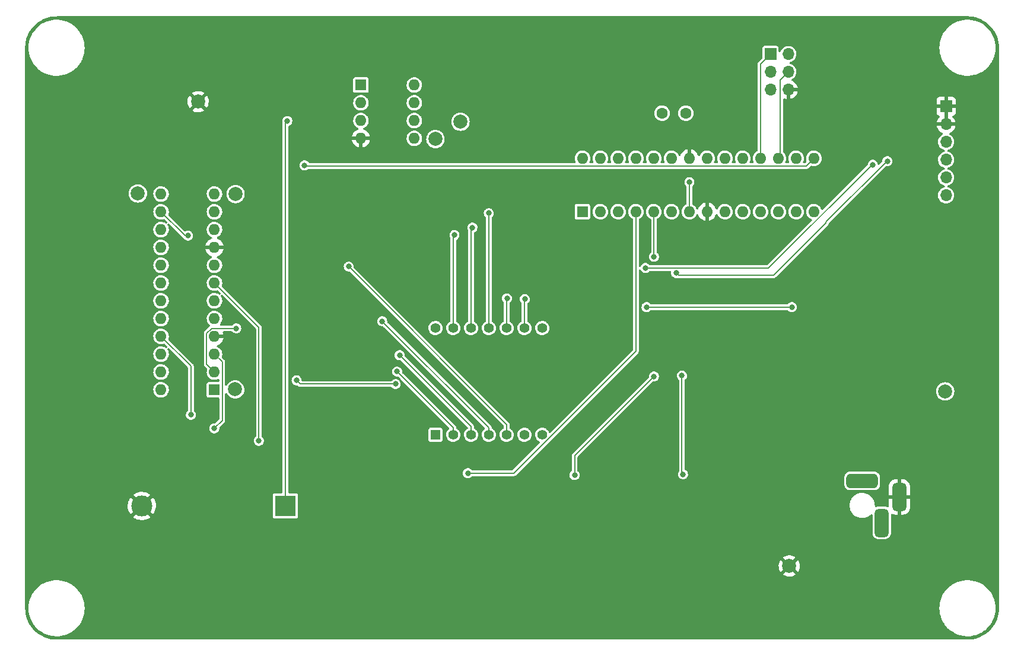
<source format=gbr>
%TF.GenerationSoftware,KiCad,Pcbnew,(6.0.5-0)*%
%TF.CreationDate,2022-07-24T21:09:40-05:00*%
%TF.ProjectId,hps_clock,6870735f-636c-46f6-936b-2e6b69636164,rev?*%
%TF.SameCoordinates,PX4c5bb48PY8abc9a0*%
%TF.FileFunction,Copper,L2,Bot*%
%TF.FilePolarity,Positive*%
%FSLAX46Y46*%
G04 Gerber Fmt 4.6, Leading zero omitted, Abs format (unit mm)*
G04 Created by KiCad (PCBNEW (6.0.5-0)) date 2022-07-24 21:09:40*
%MOMM*%
%LPD*%
G01*
G04 APERTURE LIST*
G04 Aperture macros list*
%AMRoundRect*
0 Rectangle with rounded corners*
0 $1 Rounding radius*
0 $2 $3 $4 $5 $6 $7 $8 $9 X,Y pos of 4 corners*
0 Add a 4 corners polygon primitive as box body*
4,1,4,$2,$3,$4,$5,$6,$7,$8,$9,$2,$3,0*
0 Add four circle primitives for the rounded corners*
1,1,$1+$1,$2,$3*
1,1,$1+$1,$4,$5*
1,1,$1+$1,$6,$7*
1,1,$1+$1,$8,$9*
0 Add four rect primitives between the rounded corners*
20,1,$1+$1,$2,$3,$4,$5,0*
20,1,$1+$1,$4,$5,$6,$7,0*
20,1,$1+$1,$6,$7,$8,$9,0*
20,1,$1+$1,$8,$9,$2,$3,0*%
G04 Aperture macros list end*
%TA.AperFunction,ComponentPad*%
%ADD10C,2.000000*%
%TD*%
%TA.AperFunction,ComponentPad*%
%ADD11O,1.700000X1.700000*%
%TD*%
%TA.AperFunction,ComponentPad*%
%ADD12R,1.700000X1.700000*%
%TD*%
%TA.AperFunction,ComponentPad*%
%ADD13R,1.600000X1.600000*%
%TD*%
%TA.AperFunction,ComponentPad*%
%ADD14O,1.600000X1.600000*%
%TD*%
%TA.AperFunction,ComponentPad*%
%ADD15R,1.400000X1.400000*%
%TD*%
%TA.AperFunction,ComponentPad*%
%ADD16C,1.400000*%
%TD*%
%TA.AperFunction,ComponentPad*%
%ADD17C,1.600000*%
%TD*%
%TA.AperFunction,ComponentPad*%
%ADD18R,3.000000X3.000000*%
%TD*%
%TA.AperFunction,ComponentPad*%
%ADD19C,3.000000*%
%TD*%
%TA.AperFunction,ComponentPad*%
%ADD20RoundRect,0.500000X1.750000X0.500000X-1.750000X0.500000X-1.750000X-0.500000X1.750000X-0.500000X0*%
%TD*%
%TA.AperFunction,ComponentPad*%
%ADD21RoundRect,0.500000X-0.500000X1.500000X-0.500000X-1.500000X0.500000X-1.500000X0.500000X1.500000X0*%
%TD*%
%TA.AperFunction,ViaPad*%
%ADD22C,0.812800*%
%TD*%
%TA.AperFunction,Conductor*%
%ADD23C,0.203200*%
%TD*%
G04 APERTURE END LIST*
D10*
%TO.P,TP4,1,1*%
%TO.N,DISP_LOAD*%
X30474000Y64602400D03*
%TD*%
%TO.P,TP3,1,1*%
%TO.N,VCC*%
X131743200Y36433800D03*
%TD*%
D11*
%TO.P,J2,6,Pin_6*%
%TO.N,Net-(C1-Pad2)*%
X131870200Y64424600D03*
%TO.P,J2,5,Pin_5*%
%TO.N,Net-(J2-Pad5)*%
X131870200Y66964600D03*
%TO.P,J2,4,Pin_4*%
%TO.N,Net-(J2-Pad4)*%
X131870200Y69504600D03*
%TO.P,J2,3,Pin_3*%
%TO.N,unconnected-(J2-Pad3)*%
X131870200Y72044600D03*
%TO.P,J2,2,Pin_2*%
%TO.N,GND*%
X131870200Y74584600D03*
D12*
%TO.P,J2,1,Pin_1*%
X131870200Y77124600D03*
%TD*%
D13*
%TO.P,U2,1,X1*%
%TO.N,Net-(U2-Pad1)*%
X48365000Y80162600D03*
D14*
%TO.P,U2,2,X2*%
%TO.N,Net-(U2-Pad2)*%
X48365000Y77622600D03*
%TO.P,U2,3,VBAT*%
%TO.N,Net-(BT1-Pad1)*%
X48365000Y75082600D03*
%TO.P,U2,4,GND*%
%TO.N,GND*%
X48365000Y72542600D03*
%TO.P,U2,5,SDA*%
%TO.N,SDA*%
X55985000Y72542600D03*
%TO.P,U2,6,SCL*%
%TO.N,SCL*%
X55985000Y75082600D03*
%TO.P,U2,7,SQW/OUT*%
%TO.N,unconnected-(U2-Pad7)*%
X55985000Y77622600D03*
%TO.P,U2,8,VCC*%
%TO.N,VCC*%
X55985000Y80162600D03*
%TD*%
D12*
%TO.P,J3,1,Pin_1*%
%TO.N,MISO*%
X106820800Y84577200D03*
D11*
%TO.P,J3,2,Pin_2*%
%TO.N,VCC*%
X109360800Y84577200D03*
%TO.P,J3,3,Pin_3*%
%TO.N,LED_SCK*%
X106820800Y82037200D03*
%TO.P,J3,4,Pin_4*%
%TO.N,MOSI*%
X109360800Y82037200D03*
%TO.P,J3,5,Pin_5*%
%TO.N,~{RESET}*%
X106820800Y79497200D03*
%TO.P,J3,6,Pin_6*%
%TO.N,GND*%
X109360800Y79497200D03*
%TD*%
D10*
%TO.P,TP5,1,1*%
%TO.N,DISP_DATA*%
X30423200Y36713200D03*
%TD*%
%TO.P,TP1,1,1*%
%TO.N,SCL*%
X62580400Y74920800D03*
%TD*%
D15*
%TO.P,DS1,1,E*%
%TO.N,Net-(DS1-Pad1)*%
X58997600Y30230200D03*
D16*
%TO.P,DS1,2,D*%
%TO.N,Net-(DS1-Pad2)*%
X61537600Y30230200D03*
%TO.P,DS1,3,DP*%
%TO.N,Net-(DS1-Pad3)*%
X64077600Y30230200D03*
%TO.P,DS1,4,C*%
%TO.N,Net-(DS1-Pad4)*%
X66617600Y30230200D03*
%TO.P,DS1,5,G*%
%TO.N,Net-(DS1-Pad5)*%
X69157600Y30230200D03*
%TO.P,DS1,6,COM_DIG.4*%
%TO.N,Net-(DS1-Pad6)*%
X71697600Y30230200D03*
%TO.P,DS1,7,COM_COLON*%
%TO.N,Net-(DS1-Pad7)*%
X74237600Y30230200D03*
%TO.P,DS1,8,COLON*%
%TO.N,Net-(DS1-Pad3)*%
X74237600Y45470200D03*
%TO.P,DS1,9,B*%
%TO.N,Net-(DS1-Pad9)*%
X71697600Y45470200D03*
%TO.P,DS1,10,COM_DIG.3*%
%TO.N,Net-(DS1-Pad10)*%
X69157600Y45470200D03*
%TO.P,DS1,11,COM_DIG.2*%
%TO.N,Net-(DS1-Pad11)*%
X66617600Y45470200D03*
%TO.P,DS1,12,F*%
%TO.N,Net-(DS1-Pad12)*%
X64077600Y45470200D03*
%TO.P,DS1,13,A*%
%TO.N,Net-(DS1-Pad13)*%
X61537600Y45470200D03*
%TO.P,DS1,14,COM_DIG.1*%
%TO.N,Net-(DS1-Pad14)*%
X58997600Y45470200D03*
%TD*%
D13*
%TO.P,U3,1,~{RESET}/PC6*%
%TO.N,~{RESET}*%
X79988000Y62072400D03*
D14*
%TO.P,U3,2,RXD/PD0*%
%TO.N,RXD*%
X82528000Y62072400D03*
%TO.P,U3,3,TXD/PD1*%
%TO.N,TXD*%
X85068000Y62072400D03*
%TO.P,U3,4,INT0/PD2*%
%TO.N,BTN_DWN*%
X87608000Y62072400D03*
%TO.P,U3,5,INT1/PD3*%
%TO.N,BTN_SEL*%
X90148000Y62072400D03*
%TO.P,U3,6,PD4*%
%TO.N,BTN_UP*%
X92688000Y62072400D03*
%TO.P,U3,7,VCC*%
%TO.N,VCC*%
X95228000Y62072400D03*
%TO.P,U3,8,GND*%
%TO.N,GND*%
X97768000Y62072400D03*
%TO.P,U3,9,XTAL1/PB6*%
%TO.N,Net-(C6-Pad2)*%
X100308000Y62072400D03*
%TO.P,U3,10,XTAL2/PB7*%
%TO.N,Net-(C7-Pad2)*%
X102848000Y62072400D03*
%TO.P,U3,11,OC0B/PD5*%
%TO.N,unconnected-(U3-Pad11)*%
X105388000Y62072400D03*
%TO.P,U3,12,OC0A/PD6*%
%TO.N,unconnected-(U3-Pad12)*%
X107928000Y62072400D03*
%TO.P,U3,13,PD7*%
%TO.N,unconnected-(U3-Pad13)*%
X110468000Y62072400D03*
%TO.P,U3,14,PB0*%
%TO.N,DISP_LOAD*%
X113008000Y62072400D03*
%TO.P,U3,15,OC1A/PB1*%
%TO.N,DISP_CLK*%
X113008000Y69692400D03*
%TO.P,U3,16,OC1B/PB2*%
%TO.N,DISP_DATA*%
X110468000Y69692400D03*
%TO.P,U3,17,MOSI/PB3*%
%TO.N,MOSI*%
X107928000Y69692400D03*
%TO.P,U3,18,MISO/PB4*%
%TO.N,MISO*%
X105388000Y69692400D03*
%TO.P,U3,19,SCK/PB5*%
%TO.N,LED_SCK*%
X102848000Y69692400D03*
%TO.P,U3,20,AVCC*%
%TO.N,VCC*%
X100308000Y69692400D03*
%TO.P,U3,21,AREF*%
%TO.N,Net-(C4-Pad1)*%
X97768000Y69692400D03*
%TO.P,U3,22,GND*%
%TO.N,GND*%
X95228000Y69692400D03*
%TO.P,U3,23,ADC0/PC0*%
%TO.N,LIGHT_SENSOR*%
X92688000Y69692400D03*
%TO.P,U3,24,ADC1/PC1*%
%TO.N,unconnected-(U3-Pad24)*%
X90148000Y69692400D03*
%TO.P,U3,25,ADC2/PC2*%
%TO.N,unconnected-(U3-Pad25)*%
X87608000Y69692400D03*
%TO.P,U3,26,ADC3/PC3*%
%TO.N,unconnected-(U3-Pad26)*%
X85068000Y69692400D03*
%TO.P,U3,27,SDA/PC4*%
%TO.N,SDA*%
X82528000Y69692400D03*
%TO.P,U3,28,SCL/PC5*%
%TO.N,SCL*%
X79988000Y69692400D03*
%TD*%
D17*
%TO.P,R2,2*%
%TO.N,LIGHT_SENSOR*%
X94733200Y76134000D03*
%TO.P,R2,1*%
%TO.N,VCC*%
X91333200Y76134000D03*
%TD*%
D13*
%TO.P,U4,1,DIN*%
%TO.N,DISP_DATA*%
X27466200Y36657400D03*
D14*
%TO.P,U4,2,DIG_0*%
%TO.N,Net-(DS1-Pad14)*%
X27466200Y39197400D03*
%TO.P,U4,3,DIG_4*%
%TO.N,Net-(DS1-Pad7)*%
X27466200Y41737400D03*
%TO.P,U4,4,GND*%
%TO.N,GND*%
X27466200Y44277400D03*
%TO.P,U4,5,DIG_6*%
%TO.N,unconnected-(U4-Pad5)*%
X27466200Y46817400D03*
%TO.P,U4,6,DIG_2*%
%TO.N,Net-(DS1-Pad10)*%
X27466200Y49357400D03*
%TO.P,U4,7,DIG_3*%
%TO.N,Net-(DS1-Pad6)*%
X27466200Y51897400D03*
%TO.P,U4,8,DIG_7*%
%TO.N,unconnected-(U4-Pad8)*%
X27466200Y54437400D03*
%TO.P,U4,9,GND*%
%TO.N,GND*%
X27466200Y56977400D03*
%TO.P,U4,10,DIG_5*%
%TO.N,unconnected-(U4-Pad10)*%
X27466200Y59517400D03*
%TO.P,U4,11,DIG_1*%
%TO.N,Net-(DS1-Pad11)*%
X27466200Y62057400D03*
%TO.P,U4,12,LOAD*%
%TO.N,DISP_LOAD*%
X27466200Y64597400D03*
%TO.P,U4,13,CLK*%
%TO.N,DISP_CLK*%
X19846200Y64597400D03*
%TO.P,U4,14,SEG_A*%
%TO.N,Net-(DS1-Pad13)*%
X19846200Y62057400D03*
%TO.P,U4,15,SEG_F*%
%TO.N,Net-(DS1-Pad12)*%
X19846200Y59517400D03*
%TO.P,U4,16,SEG_B*%
%TO.N,Net-(DS1-Pad9)*%
X19846200Y56977400D03*
%TO.P,U4,17,SEG_G*%
%TO.N,Net-(DS1-Pad5)*%
X19846200Y54437400D03*
%TO.P,U4,18,ISET*%
%TO.N,Net-(R12-Pad2)*%
X19846200Y51897400D03*
%TO.P,U4,19,V+*%
%TO.N,VCC*%
X19846200Y49357400D03*
%TO.P,U4,20,SEG_C*%
%TO.N,Net-(DS1-Pad4)*%
X19846200Y46817400D03*
%TO.P,U4,21,SEG_E*%
%TO.N,Net-(DS1-Pad1)*%
X19846200Y44277400D03*
%TO.P,U4,22,SEG_DP*%
%TO.N,Net-(DS1-Pad3)*%
X19846200Y41737400D03*
%TO.P,U4,23,SEG_D*%
%TO.N,Net-(DS1-Pad2)*%
X19846200Y39197400D03*
%TO.P,U4,24,DOUT*%
%TO.N,unconnected-(U4-Pad24)*%
X19846200Y36657400D03*
%TD*%
D10*
%TO.P,TP7,1,1*%
%TO.N,GND*%
X25139400Y77785000D03*
%TD*%
%TO.P,TP6,1,1*%
%TO.N,DISP_CLK*%
X16529400Y64678600D03*
%TD*%
%TO.P,TP2,1,1*%
%TO.N,SDA*%
X58999000Y72457000D03*
%TD*%
%TO.P,TP8,1,1*%
%TO.N,GND*%
X109492800Y11516400D03*
%TD*%
D18*
%TO.P,BT1,1,+*%
%TO.N,Net-(BT1-Pad1)*%
X37591286Y20070183D03*
D19*
%TO.P,BT1,2,-*%
%TO.N,GND*%
X17101286Y20070183D03*
%TD*%
D20*
%TO.P,J1,1,POLE*%
%TO.N,Net-(C2-Pad1)*%
X119899800Y23652400D03*
D21*
%TO.P,J1,2,OUT*%
%TO.N,GND*%
X125199800Y21352400D03*
%TO.P,J1,3,OUT*%
%TO.N,unconnected-(J1-Pad3)*%
X122699800Y17652400D03*
%TD*%
D22*
%TO.N,Net-(BT1-Pad1)*%
X37864800Y75016400D03*
%TO.N,GND*%
X120821200Y79156600D03*
X94278200Y20838200D03*
X70961000Y20838200D03*
X55771800Y24318000D03*
X112794800Y79055000D03*
X95954600Y49565600D03*
X9696200Y49387800D03*
X86175600Y20812800D03*
X94887800Y85481200D03*
X15258800Y47305000D03*
X116173000Y34198600D03*
X63798200Y20787400D03*
X106038400Y49565600D03*
X97808800Y80096400D03*
X121456200Y27670800D03*
X134664200Y77150000D03*
X102507800Y85444000D03*
X125113800Y41894800D03*
X109391200Y76565800D03*
X100196400Y80071000D03*
X134588000Y74610000D03*
X79012800Y20914400D03*
%TO.N,VCC*%
X95243400Y66304200D03*
%TO.N,Net-(DS1-Pad1)*%
X24098000Y33081000D03*
%TO.N,Net-(DS1-Pad2)*%
X53536600Y39253200D03*
%TO.N,Net-(DS1-Pad3)*%
X53892200Y41590000D03*
%TO.N,Net-(DS1-Pad4)*%
X51403000Y46441400D03*
%TO.N,Net-(DS1-Pad5)*%
X46627800Y54239200D03*
%TO.N,Net-(DS1-Pad6)*%
X33800800Y29372600D03*
%TO.N,Net-(DS1-Pad7)*%
X27450800Y31150600D03*
%TO.N,Net-(DS1-Pad9)*%
X71748400Y49591000D03*
%TO.N,Net-(DS1-Pad10)*%
X69208400Y49692600D03*
%TO.N,Net-(DS1-Pad11)*%
X66617600Y61859200D03*
%TO.N,Net-(DS1-Pad12)*%
X64280800Y59801800D03*
%TO.N,Net-(DS1-Pad13)*%
X61715400Y58735000D03*
X23691600Y58658800D03*
%TO.N,Net-(DS1-Pad14)*%
X30575000Y45425400D03*
%TO.N,RXD*%
X121405400Y68793400D03*
X88969600Y54036000D03*
%TO.N,TXD*%
X93351898Y53325300D03*
X123488200Y69301400D03*
%TO.N,BTN_DWN*%
X63620400Y24749800D03*
%TO.N,BTN_SEL*%
X90188800Y55636200D03*
X78860400Y24470400D03*
X90188800Y38567400D03*
%TO.N,BTN_UP*%
X94176600Y38669000D03*
X94329000Y24597400D03*
%TO.N,DISP_LOAD*%
X89122000Y48448000D03*
X109848400Y48448000D03*
%TO.N,DISP_DATA*%
X53308000Y37475200D03*
X39185600Y38008600D03*
%TO.N,DISP_CLK*%
X40328600Y68691800D03*
%TD*%
D23*
%TO.N,Net-(BT1-Pad1)*%
X37864800Y75016400D02*
X37591286Y74742886D01*
X37591286Y74742886D02*
X37591286Y20070183D01*
%TO.N,GND*%
X109360800Y79497200D02*
X109360800Y76596200D01*
X109360800Y76596200D02*
X109391200Y76565800D01*
%TO.N,VCC*%
X95228000Y62072400D02*
X95228000Y66288800D01*
%TO.N,Net-(DS1-Pad1)*%
X24098000Y33081000D02*
X24098000Y40025600D01*
X24098000Y40025600D02*
X19846200Y44277400D01*
%TO.N,Net-(DS1-Pad2)*%
X61537600Y31252200D02*
X53536600Y39253200D01*
X61537600Y30230200D02*
X61537600Y31252200D01*
%TO.N,Net-(DS1-Pad3)*%
X64077600Y30230200D02*
X64077600Y31404600D01*
X64077600Y31404600D02*
X53892200Y41590000D01*
%TO.N,Net-(DS1-Pad4)*%
X66617600Y31226800D02*
X51403000Y46441400D01*
X66617600Y30230200D02*
X66617600Y31226800D01*
%TO.N,Net-(DS1-Pad5)*%
X69157600Y30230200D02*
X69157600Y31709400D01*
X69157600Y31709400D02*
X46627800Y54239200D01*
%TO.N,Net-(DS1-Pad6)*%
X33800800Y45562800D02*
X27466200Y51897400D01*
X33800800Y29372600D02*
X33800800Y45562800D01*
%TO.N,Net-(DS1-Pad7)*%
X28570511Y40633089D02*
X27466200Y41737400D01*
X27450800Y31150600D02*
X28570511Y32270311D01*
X28570511Y32270311D02*
X28570511Y40633089D01*
%TO.N,Net-(DS1-Pad9)*%
X71697600Y49540200D02*
X71748400Y49591000D01*
X71697600Y45470200D02*
X71697600Y49540200D01*
%TO.N,Net-(DS1-Pad10)*%
X69157600Y45470200D02*
X69157600Y49641800D01*
X69157600Y49641800D02*
X69208400Y49692600D01*
%TO.N,Net-(DS1-Pad11)*%
X66617600Y45470200D02*
X66617600Y61859200D01*
%TO.N,Net-(DS1-Pad12)*%
X64077600Y45470200D02*
X64077600Y59598600D01*
X64077600Y59598600D02*
X64280800Y59801800D01*
%TO.N,Net-(DS1-Pad13)*%
X23691600Y58658800D02*
X23244800Y58658800D01*
X61537600Y45470200D02*
X61537600Y58557200D01*
X61537600Y58557200D02*
X61715400Y58735000D01*
X23244800Y58658800D02*
X19846200Y62057400D01*
%TO.N,Net-(DS1-Pad14)*%
X27052467Y45425400D02*
X26361889Y44734822D01*
X26361889Y44734822D02*
X26361889Y40301711D01*
X26361889Y40301711D02*
X27466200Y39197400D01*
X30575000Y45425400D02*
X27052467Y45425400D01*
%TO.N,MISO*%
X106820800Y84577200D02*
X105388000Y83144400D01*
X105388000Y83144400D02*
X105388000Y69692400D01*
%TO.N,MOSI*%
X108206489Y80882889D02*
X108206489Y69970889D01*
X108206489Y69970889D02*
X107928000Y69692400D01*
X109360800Y82037200D02*
X108206489Y80882889D01*
%TO.N,RXD*%
X106660332Y54163000D02*
X106704966Y54207634D01*
X106660333Y54163000D02*
X106704966Y54207634D01*
X106533333Y54036000D02*
X121290733Y68793400D01*
X121290733Y68793400D02*
X121405400Y68793400D01*
X88969600Y54036000D02*
X106533333Y54036000D01*
%TO.N,TXD*%
X107232200Y52969200D02*
X93707998Y52969200D01*
X93707998Y52969200D02*
X93351898Y53325300D01*
X123412000Y69301400D02*
X114748978Y60638378D01*
X114748978Y60638378D02*
X114748978Y60485978D01*
X114748978Y60485978D02*
X107232200Y52969200D01*
%TO.N,BTN_DWN*%
X87608000Y62072400D02*
X87608000Y42180289D01*
X70177511Y24749800D02*
X63620400Y24749800D01*
X87608000Y42180289D02*
X70177511Y24749800D01*
%TO.N,BTN_SEL*%
X90148000Y62072400D02*
X90188800Y62031600D01*
X90188800Y62031600D02*
X90188800Y55636200D01*
X78860400Y27239000D02*
X78860400Y24470400D01*
X90188800Y38567400D02*
X78860400Y27239000D01*
%TO.N,BTN_UP*%
X94176600Y24749800D02*
X94329000Y24597400D01*
X94176600Y38669000D02*
X94176600Y24749800D01*
%TO.N,DISP_LOAD*%
X109848400Y48448000D02*
X89122000Y48448000D01*
%TO.N,DISP_DATA*%
X39719000Y37475200D02*
X39185600Y38008600D01*
X53308000Y37475200D02*
X39719000Y37475200D01*
%TO.N,DISP_CLK*%
X113008000Y69692400D02*
X111903689Y68588089D01*
X40432311Y68588089D02*
X40328600Y68691800D01*
X111903689Y68588089D02*
X40432311Y68588089D01*
%TD*%
%TA.AperFunction,Conductor*%
%TO.N,GND*%
G36*
X134904564Y89965697D02*
G01*
X134915661Y89963969D01*
X134915663Y89963969D01*
X134926324Y89962309D01*
X134937023Y89963708D01*
X134937024Y89963708D01*
X134944589Y89964697D01*
X134970822Y89965831D01*
X135317455Y89950696D01*
X135330612Y89949545D01*
X135705991Y89900126D01*
X135718999Y89897832D01*
X136088627Y89815888D01*
X136101385Y89812470D01*
X136462487Y89698614D01*
X136474898Y89694096D01*
X136824681Y89549211D01*
X136836642Y89543635D01*
X137172506Y89368795D01*
X137183927Y89362200D01*
X137503240Y89158775D01*
X137514059Y89151200D01*
X137814430Y88920718D01*
X137824548Y88912228D01*
X138103696Y88656436D01*
X138113036Y88647096D01*
X138368828Y88367948D01*
X138377318Y88357830D01*
X138607800Y88057459D01*
X138615375Y88046640D01*
X138818800Y87727327D01*
X138825395Y87715906D01*
X139000235Y87380042D01*
X139005811Y87368081D01*
X139150696Y87018298D01*
X139155214Y87005887D01*
X139256920Y86683321D01*
X139269070Y86644785D01*
X139272488Y86632027D01*
X139354432Y86262399D01*
X139356726Y86249391D01*
X139406145Y85874012D01*
X139407296Y85860855D01*
X139414771Y85689670D01*
X139419108Y85590344D01*
X139422093Y85521971D01*
X139420593Y85494930D01*
X139420569Y85492935D01*
X139418909Y85482276D01*
X139422624Y85453863D01*
X139422822Y85452352D01*
X139424100Y85432721D01*
X139424100Y5527329D01*
X139422297Y5504036D01*
X139421955Y5501836D01*
X139418909Y5482276D01*
X139420308Y5471577D01*
X139420308Y5471576D01*
X139421297Y5464011D01*
X139422431Y5437778D01*
X139407296Y5091145D01*
X139406145Y5077988D01*
X139356726Y4702609D01*
X139354432Y4689601D01*
X139272488Y4319973D01*
X139269070Y4307215D01*
X139155214Y3946113D01*
X139150696Y3933702D01*
X139005811Y3583919D01*
X139000235Y3571958D01*
X138825395Y3236094D01*
X138818800Y3224673D01*
X138615375Y2905360D01*
X138607800Y2894541D01*
X138377318Y2594170D01*
X138368828Y2584052D01*
X138113036Y2304904D01*
X138103696Y2295564D01*
X137824548Y2039772D01*
X137814430Y2031282D01*
X137514059Y1800800D01*
X137503240Y1793225D01*
X137183927Y1589800D01*
X137172506Y1583205D01*
X136836642Y1408365D01*
X136824681Y1402789D01*
X136474898Y1257904D01*
X136462487Y1253386D01*
X136101385Y1139530D01*
X136088627Y1136112D01*
X135718999Y1054168D01*
X135705991Y1051874D01*
X135330612Y1002455D01*
X135317455Y1001304D01*
X135133250Y993261D01*
X134978568Y986507D01*
X134951530Y988007D01*
X134949535Y988031D01*
X134938876Y989691D01*
X134910463Y985976D01*
X134908952Y985778D01*
X134889321Y984500D01*
X4983929Y984500D01*
X4960636Y986303D01*
X4949539Y988031D01*
X4949537Y988031D01*
X4938876Y989691D01*
X4928177Y988292D01*
X4928176Y988292D01*
X4920611Y987303D01*
X4894378Y986169D01*
X4547745Y1001304D01*
X4534588Y1002455D01*
X4159209Y1051874D01*
X4146201Y1054168D01*
X3776573Y1136112D01*
X3763815Y1139530D01*
X3402713Y1253386D01*
X3390302Y1257904D01*
X3040519Y1402789D01*
X3028558Y1408365D01*
X2692694Y1583205D01*
X2681273Y1589800D01*
X2361960Y1793225D01*
X2351141Y1800800D01*
X2050770Y2031282D01*
X2040652Y2039772D01*
X1761504Y2295564D01*
X1752164Y2304904D01*
X1496372Y2584052D01*
X1487882Y2594170D01*
X1257400Y2894541D01*
X1249825Y2905360D01*
X1046400Y3224673D01*
X1039805Y3236094D01*
X864965Y3571958D01*
X859389Y3583919D01*
X714504Y3933702D01*
X709986Y3946113D01*
X596130Y4307215D01*
X592712Y4319973D01*
X510768Y4689601D01*
X508474Y4702609D01*
X459055Y5077988D01*
X457904Y5091145D01*
X443278Y5426115D01*
X444863Y5451835D01*
X444683Y5451851D01*
X445206Y5457680D01*
X446176Y5463448D01*
X446329Y5476000D01*
X444327Y5489981D01*
X927483Y5489981D01*
X946574Y5085167D01*
X947138Y5081393D01*
X947139Y5081383D01*
X956205Y5020723D01*
X1006476Y4684354D01*
X1007421Y4680645D01*
X1007423Y4680637D01*
X1099355Y4319973D01*
X1106575Y4291648D01*
X1107893Y4288047D01*
X1244533Y3914659D01*
X1244537Y3914650D01*
X1245848Y3911067D01*
X1422868Y3546509D01*
X1635823Y3201706D01*
X1638153Y3198670D01*
X1638154Y3198668D01*
X1662218Y3167307D01*
X1882532Y2880188D01*
X1885156Y2877403D01*
X1885159Y2877400D01*
X2021500Y2732719D01*
X2160469Y2585249D01*
X2466789Y2319906D01*
X2798355Y2086877D01*
X3151773Y1888548D01*
X3523425Y1726950D01*
X3909504Y1603736D01*
X4306058Y1520169D01*
X4309856Y1519763D01*
X4309863Y1519762D01*
X4590198Y1489803D01*
X4709027Y1477104D01*
X4932773Y1475932D01*
X5110457Y1475002D01*
X5110458Y1475002D01*
X5114285Y1474982D01*
X5253955Y1488431D01*
X5513862Y1513457D01*
X5513864Y1513457D01*
X5517683Y1513825D01*
X5521439Y1514576D01*
X5521449Y1514577D01*
X5911339Y1592485D01*
X5911344Y1592486D01*
X5915091Y1593235D01*
X6108519Y1652741D01*
X6298770Y1711270D01*
X6298775Y1711272D01*
X6302439Y1712399D01*
X6675762Y1870096D01*
X6679116Y1871932D01*
X7027884Y2062878D01*
X7027888Y2062881D01*
X7031237Y2064714D01*
X7066695Y2089083D01*
X7362067Y2292086D01*
X7365226Y2294257D01*
X7368147Y2296734D01*
X7368152Y2296738D01*
X7671388Y2553902D01*
X7674308Y2556378D01*
X7955318Y2848391D01*
X8205381Y3167307D01*
X8264844Y3261369D01*
X8419884Y3506617D01*
X8419890Y3506628D01*
X8421934Y3509861D01*
X8452890Y3571948D01*
X8601048Y3869108D01*
X8601049Y3869110D01*
X8602762Y3872546D01*
X8746012Y4251647D01*
X8850219Y4643284D01*
X8856202Y4680637D01*
X8913708Y5039655D01*
X8913709Y5039662D01*
X8914315Y5043447D01*
X8916503Y5081383D01*
X8937526Y5446010D01*
X8937643Y5448039D01*
X8937721Y5470154D01*
X8937734Y5473948D01*
X8937734Y5473955D01*
X8937741Y5476000D01*
X8937033Y5489981D01*
X130927483Y5489981D01*
X130946574Y5085167D01*
X130947138Y5081393D01*
X130947139Y5081383D01*
X130956205Y5020723D01*
X131006476Y4684354D01*
X131007421Y4680645D01*
X131007423Y4680637D01*
X131099355Y4319973D01*
X131106575Y4291648D01*
X131107893Y4288047D01*
X131244533Y3914659D01*
X131244537Y3914650D01*
X131245848Y3911067D01*
X131422868Y3546509D01*
X131635823Y3201706D01*
X131638153Y3198670D01*
X131638154Y3198668D01*
X131662218Y3167307D01*
X131882532Y2880188D01*
X131885156Y2877403D01*
X131885159Y2877400D01*
X132021500Y2732719D01*
X132160469Y2585249D01*
X132466789Y2319906D01*
X132798355Y2086877D01*
X133151773Y1888548D01*
X133523425Y1726950D01*
X133909504Y1603736D01*
X134306058Y1520169D01*
X134309856Y1519763D01*
X134309863Y1519762D01*
X134590198Y1489803D01*
X134709027Y1477104D01*
X134932773Y1475932D01*
X135110457Y1475002D01*
X135110458Y1475002D01*
X135114285Y1474982D01*
X135253955Y1488431D01*
X135513862Y1513457D01*
X135513864Y1513457D01*
X135517683Y1513825D01*
X135521439Y1514576D01*
X135521449Y1514577D01*
X135911339Y1592485D01*
X135911344Y1592486D01*
X135915091Y1593235D01*
X136108519Y1652741D01*
X136298770Y1711270D01*
X136298775Y1711272D01*
X136302439Y1712399D01*
X136675762Y1870096D01*
X136679116Y1871932D01*
X137027884Y2062878D01*
X137027888Y2062881D01*
X137031237Y2064714D01*
X137066695Y2089083D01*
X137362067Y2292086D01*
X137365226Y2294257D01*
X137368147Y2296734D01*
X137368152Y2296738D01*
X137671388Y2553902D01*
X137674308Y2556378D01*
X137955318Y2848391D01*
X138205381Y3167307D01*
X138264844Y3261369D01*
X138419884Y3506617D01*
X138419890Y3506628D01*
X138421934Y3509861D01*
X138452890Y3571948D01*
X138601048Y3869108D01*
X138601049Y3869110D01*
X138602762Y3872546D01*
X138746012Y4251647D01*
X138850219Y4643284D01*
X138856202Y4680637D01*
X138913708Y5039655D01*
X138913709Y5039662D01*
X138914315Y5043447D01*
X138916503Y5081383D01*
X138937526Y5446010D01*
X138937643Y5448039D01*
X138937721Y5470154D01*
X138937734Y5473948D01*
X138937734Y5473955D01*
X138937741Y5476000D01*
X138917238Y5880745D01*
X138855937Y6281345D01*
X138754467Y6673701D01*
X138613867Y7053793D01*
X138435575Y7417731D01*
X138326541Y7592900D01*
X138223439Y7758542D01*
X138223434Y7758549D01*
X138221418Y7761788D01*
X138212556Y7773255D01*
X137975933Y8079409D01*
X137973589Y8082442D01*
X137694624Y8376410D01*
X137387379Y8640682D01*
X137055001Y8872552D01*
X136700893Y9069646D01*
X136690923Y9073940D01*
X136556498Y9131832D01*
X136328680Y9229947D01*
X136325031Y9231098D01*
X136325027Y9231099D01*
X135945834Y9350658D01*
X135945828Y9350659D01*
X135942173Y9351812D01*
X135938419Y9352589D01*
X135938409Y9352592D01*
X135549084Y9433217D01*
X135549076Y9433218D01*
X135545330Y9433994D01*
X135541525Y9434387D01*
X135541520Y9434388D01*
X135146016Y9475259D01*
X135142213Y9475652D01*
X135138399Y9475659D01*
X135138392Y9475659D01*
X134933709Y9476016D01*
X134736950Y9476359D01*
X134733135Y9475978D01*
X134733131Y9475978D01*
X134578212Y9460515D01*
X134333690Y9436109D01*
X134302833Y9429831D01*
X133940315Y9356076D01*
X133940307Y9356074D01*
X133936562Y9355312D01*
X133549632Y9234797D01*
X133176862Y9075797D01*
X133173498Y9073940D01*
X132825426Y8881794D01*
X132825422Y8881791D01*
X132822068Y8879940D01*
X132488883Y8649232D01*
X132180718Y8386034D01*
X131900728Y8093042D01*
X131651781Y7773255D01*
X131436424Y7429947D01*
X131434727Y7426513D01*
X131434724Y7426508D01*
X131430386Y7417731D01*
X131256863Y7066633D01*
X131255521Y7063043D01*
X131255519Y7063039D01*
X131116281Y6690629D01*
X131114937Y6687034D01*
X131012098Y6295036D01*
X130949400Y5894651D01*
X130949192Y5890820D01*
X130949192Y5890815D01*
X130941770Y5753770D01*
X130927483Y5489981D01*
X8937033Y5489981D01*
X8917238Y5880745D01*
X8855937Y6281345D01*
X8754467Y6673701D01*
X8613867Y7053793D01*
X8435575Y7417731D01*
X8326541Y7592900D01*
X8223439Y7758542D01*
X8223434Y7758549D01*
X8221418Y7761788D01*
X8212556Y7773255D01*
X7975933Y8079409D01*
X7973589Y8082442D01*
X7694624Y8376410D01*
X7387379Y8640682D01*
X7055001Y8872552D01*
X6700893Y9069646D01*
X6690923Y9073940D01*
X6556498Y9131832D01*
X6328680Y9229947D01*
X6325031Y9231098D01*
X6325027Y9231099D01*
X5945834Y9350658D01*
X5945828Y9350659D01*
X5942173Y9351812D01*
X5938419Y9352589D01*
X5938409Y9352592D01*
X5549084Y9433217D01*
X5549076Y9433218D01*
X5545330Y9433994D01*
X5541525Y9434387D01*
X5541520Y9434388D01*
X5146016Y9475259D01*
X5142213Y9475652D01*
X5138399Y9475659D01*
X5138392Y9475659D01*
X4933709Y9476016D01*
X4736950Y9476359D01*
X4733135Y9475978D01*
X4733131Y9475978D01*
X4578212Y9460515D01*
X4333690Y9436109D01*
X4302833Y9429831D01*
X3940315Y9356076D01*
X3940307Y9356074D01*
X3936562Y9355312D01*
X3549632Y9234797D01*
X3176862Y9075797D01*
X3173498Y9073940D01*
X2825426Y8881794D01*
X2825422Y8881791D01*
X2822068Y8879940D01*
X2488883Y8649232D01*
X2180718Y8386034D01*
X1900728Y8093042D01*
X1651781Y7773255D01*
X1436424Y7429947D01*
X1434727Y7426513D01*
X1434724Y7426508D01*
X1430386Y7417731D01*
X1256863Y7066633D01*
X1255521Y7063043D01*
X1255519Y7063039D01*
X1116281Y6690629D01*
X1114937Y6687034D01*
X1012098Y6295036D01*
X949400Y5894651D01*
X949192Y5890820D01*
X949192Y5890815D01*
X941770Y5753770D01*
X927483Y5489981D01*
X444327Y5489981D01*
X442629Y5501837D01*
X441100Y5523299D01*
X441100Y10282504D01*
X108624072Y10282504D01*
X108628364Y10275069D01*
X108630254Y10273746D01*
X108833616Y10154911D01*
X108844789Y10149558D01*
X109064833Y10065532D01*
X109076727Y10062076D01*
X109307543Y10015116D01*
X109319853Y10013648D01*
X109555234Y10005018D01*
X109567601Y10005579D01*
X109801240Y10035508D01*
X109813361Y10038085D01*
X110038968Y10105770D01*
X110050499Y10110289D01*
X110262025Y10213915D01*
X110272665Y10220257D01*
X110348114Y10274075D01*
X110358466Y10286633D01*
X110355545Y10294445D01*
X109506896Y11143094D01*
X109492800Y11151232D01*
X109478704Y11143094D01*
X108632210Y10296600D01*
X108624072Y10282504D01*
X441100Y10282504D01*
X441100Y11547166D01*
X107980442Y11547166D01*
X107994000Y11312014D01*
X107995725Y11299744D01*
X108047509Y11069958D01*
X108051211Y11058146D01*
X108139829Y10839906D01*
X108145417Y10828845D01*
X108249223Y10659446D01*
X108261030Y10648242D01*
X108267285Y10650095D01*
X109119494Y11502304D01*
X109127632Y11516400D01*
X109857968Y11516400D01*
X109866106Y11502304D01*
X110709474Y10658936D01*
X110723570Y10650798D01*
X110730886Y10655022D01*
X110786216Y10732021D01*
X110792588Y10742626D01*
X110896957Y10953800D01*
X110901512Y10965304D01*
X110969989Y11190688D01*
X110972605Y11202787D01*
X111003635Y11438483D01*
X111004260Y11446515D01*
X111005870Y11512378D01*
X111005638Y11520411D01*
X110986158Y11757352D01*
X110984137Y11769561D01*
X110926752Y11998018D01*
X110922762Y12009740D01*
X110828837Y12225753D01*
X110822986Y12236664D01*
X110735332Y12372157D01*
X110723255Y12383069D01*
X110716497Y12380887D01*
X109866106Y11530496D01*
X109857968Y11516400D01*
X109127632Y11516400D01*
X109119494Y11530496D01*
X108275985Y12374005D01*
X108261889Y12382143D01*
X108255184Y12378272D01*
X108180611Y12268952D01*
X108174491Y12258178D01*
X108075317Y12044527D01*
X108071043Y12032914D01*
X108008095Y11805927D01*
X108005774Y11793759D01*
X107980744Y11559548D01*
X107980442Y11547166D01*
X441100Y11547166D01*
X441100Y12746723D01*
X108626746Y12746723D01*
X108630147Y12738263D01*
X109478704Y11889706D01*
X109492800Y11881568D01*
X109506896Y11889706D01*
X110351706Y12734516D01*
X110359844Y12748612D01*
X110354851Y12757261D01*
X110335054Y12772896D01*
X110324729Y12779756D01*
X110118517Y12893591D01*
X110107231Y12898663D01*
X109885195Y12977290D01*
X109873211Y12980456D01*
X109641315Y13021764D01*
X109628993Y13022929D01*
X109393456Y13025806D01*
X109381108Y13024943D01*
X109148269Y12989313D01*
X109136218Y12986442D01*
X108912332Y12913265D01*
X108900910Y12908464D01*
X108691977Y12799699D01*
X108681505Y12793105D01*
X108636788Y12759530D01*
X108626746Y12746723D01*
X441100Y12746723D01*
X441100Y18481604D01*
X15877875Y18481604D01*
X15883159Y18472452D01*
X15939579Y18426518D01*
X15948308Y18420384D01*
X16182764Y18279230D01*
X16192269Y18274387D01*
X16444268Y18167679D01*
X16454375Y18164218D01*
X16718893Y18094083D01*
X16729370Y18092084D01*
X17001144Y18059918D01*
X17011804Y18059415D01*
X17285383Y18065862D01*
X17296025Y18066868D01*
X17565950Y18111796D01*
X17576354Y18114294D01*
X17837269Y18196810D01*
X17847191Y18200739D01*
X18093879Y18319197D01*
X18103160Y18324490D01*
X18317142Y18467469D01*
X18327874Y18479706D01*
X18325469Y18486790D01*
X18287434Y18524825D01*
X35785986Y18524825D01*
X35789153Y18498205D01*
X35807806Y18456211D01*
X35829647Y18407039D01*
X35829649Y18407037D01*
X35835322Y18394264D01*
X35845213Y18384390D01*
X35845214Y18384389D01*
X35862870Y18366764D01*
X35915814Y18313913D01*
X36019835Y18267925D01*
X36031142Y18266607D01*
X36031145Y18266606D01*
X36037378Y18265880D01*
X36045928Y18264883D01*
X39136644Y18264883D01*
X39151127Y18266606D01*
X39151985Y18266708D01*
X39151986Y18266708D01*
X39163264Y18268050D01*
X39211410Y18289436D01*
X39254430Y18308544D01*
X39254432Y18308546D01*
X39267205Y18314219D01*
X39300563Y18347635D01*
X39321310Y18368419D01*
X39347556Y18394711D01*
X39385972Y18481604D01*
X39388941Y18488320D01*
X39388941Y18488321D01*
X39393544Y18498732D01*
X39396586Y18524825D01*
X39396586Y20262595D01*
X118098120Y20262595D01*
X118098194Y20256972D01*
X118100898Y20050422D01*
X118101622Y19995080D01*
X118102526Y19989530D01*
X118102526Y19989529D01*
X118107710Y19957700D01*
X118144627Y19731020D01*
X118226190Y19476217D01*
X118228670Y19471188D01*
X118228672Y19471183D01*
X118253133Y19421582D01*
X118344519Y19236269D01*
X118347718Y19231657D01*
X118347719Y19231656D01*
X118417468Y19131114D01*
X118497015Y19016447D01*
X118500860Y19012359D01*
X118500863Y19012356D01*
X118676480Y18825670D01*
X118676484Y18825667D01*
X118680328Y18821580D01*
X118890431Y18655948D01*
X119122707Y18523191D01*
X119372055Y18426225D01*
X119502526Y18396702D01*
X119627520Y18368419D01*
X119627524Y18368418D01*
X119632997Y18367180D01*
X119899800Y18347353D01*
X119994269Y18349827D01*
X120034554Y18354952D01*
X120254105Y18382882D01*
X120254109Y18382883D01*
X120259668Y18383590D01*
X120517162Y18456211D01*
X120761094Y18566094D01*
X120986104Y18710825D01*
X121140291Y18846043D01*
X121143275Y18848660D01*
X121213563Y18883322D01*
X121291766Y18878196D01*
X121356929Y18834656D01*
X121391591Y18764368D01*
X121394500Y18734831D01*
X121394500Y16064024D01*
X121394775Y16059255D01*
X121435416Y15883218D01*
X121514048Y15720559D01*
X121626763Y15579363D01*
X121633381Y15574080D01*
X121761343Y15471929D01*
X121761346Y15471927D01*
X121767959Y15466648D01*
X121930618Y15388016D01*
X122106655Y15347375D01*
X122111424Y15347100D01*
X123288176Y15347100D01*
X123292945Y15347375D01*
X123468982Y15388016D01*
X123631641Y15466648D01*
X123638254Y15471927D01*
X123638257Y15471929D01*
X123766219Y15574080D01*
X123772837Y15579363D01*
X123885552Y15720559D01*
X123964184Y15883218D01*
X124004825Y16059255D01*
X124005100Y16064024D01*
X124005100Y18828141D01*
X124025384Y18903841D01*
X124080800Y18959257D01*
X124156500Y18979541D01*
X124226643Y18962312D01*
X124316733Y18915214D01*
X124330903Y18909546D01*
X124513456Y18857200D01*
X124527548Y18854575D01*
X124638215Y18844698D01*
X124644919Y18844400D01*
X124925867Y18844400D01*
X124941588Y18848612D01*
X124945800Y18864333D01*
X125453800Y18864333D01*
X125458012Y18848612D01*
X125473733Y18844400D01*
X125754681Y18844400D01*
X125761385Y18844698D01*
X125872052Y18854575D01*
X125886144Y18857200D01*
X126068697Y18909546D01*
X126082867Y18915214D01*
X126250749Y19002981D01*
X126263488Y19011380D01*
X126410296Y19131114D01*
X126421086Y19141904D01*
X126540820Y19288712D01*
X126549219Y19301451D01*
X126636986Y19469333D01*
X126642654Y19483503D01*
X126695000Y19666056D01*
X126697625Y19680148D01*
X126707502Y19790815D01*
X126707800Y19797519D01*
X126707800Y21078467D01*
X126703588Y21094188D01*
X126687867Y21098400D01*
X125473733Y21098400D01*
X125458012Y21094188D01*
X125453800Y21078467D01*
X125453800Y18864333D01*
X124945800Y18864333D01*
X124945800Y21078467D01*
X124941588Y21094188D01*
X124925867Y21098400D01*
X123711733Y21098400D01*
X123696012Y21094188D01*
X123691800Y21078467D01*
X123691800Y20050422D01*
X123671516Y19974722D01*
X123616100Y19919306D01*
X123540400Y19899022D01*
X123485079Y19911691D01*
X123484585Y19910289D01*
X123476603Y19913100D01*
X123468982Y19916784D01*
X123292945Y19957425D01*
X123288176Y19957700D01*
X122111424Y19957700D01*
X122106655Y19957425D01*
X121930618Y19916784D01*
X121922993Y19913098D01*
X121917257Y19910326D01*
X121840275Y19895643D01*
X121766264Y19921419D01*
X121715058Y19980747D01*
X121700868Y20063119D01*
X121703135Y20083817D01*
X121703747Y20089405D01*
X121693244Y20356737D01*
X121682947Y20410976D01*
X121644390Y20614063D01*
X121644389Y20614068D01*
X121643342Y20619581D01*
X121555137Y20872161D01*
X121430567Y21108929D01*
X121272369Y21324684D01*
X121084017Y21514686D01*
X121079523Y21518042D01*
X121079517Y21518047D01*
X120934504Y21626333D01*
X123691800Y21626333D01*
X123696012Y21610612D01*
X123711733Y21606400D01*
X124925867Y21606400D01*
X124941588Y21610612D01*
X124945800Y21626333D01*
X125453800Y21626333D01*
X125458012Y21610612D01*
X125473733Y21606400D01*
X126687867Y21606400D01*
X126703588Y21610612D01*
X126707800Y21626333D01*
X126707800Y22907281D01*
X126707502Y22913985D01*
X126697625Y23024652D01*
X126695000Y23038744D01*
X126642654Y23221297D01*
X126636986Y23235467D01*
X126549219Y23403349D01*
X126540820Y23416088D01*
X126421086Y23562896D01*
X126410296Y23573686D01*
X126263488Y23693420D01*
X126250749Y23701819D01*
X126082867Y23789586D01*
X126068697Y23795254D01*
X125886144Y23847600D01*
X125872052Y23850225D01*
X125761385Y23860102D01*
X125754681Y23860400D01*
X125473733Y23860400D01*
X125458012Y23856188D01*
X125453800Y23840467D01*
X125453800Y21626333D01*
X124945800Y21626333D01*
X124945800Y23840467D01*
X124941588Y23856188D01*
X124925867Y23860400D01*
X124644919Y23860400D01*
X124638215Y23860102D01*
X124527548Y23850225D01*
X124513456Y23847600D01*
X124330903Y23795254D01*
X124316733Y23789586D01*
X124148851Y23701819D01*
X124136112Y23693420D01*
X123989304Y23573686D01*
X123978514Y23562896D01*
X123858780Y23416088D01*
X123850381Y23403349D01*
X123762614Y23235467D01*
X123756946Y23221297D01*
X123704600Y23038744D01*
X123701975Y23024652D01*
X123692098Y22913985D01*
X123691800Y22907281D01*
X123691800Y21626333D01*
X120934504Y21626333D01*
X120891570Y21658393D01*
X120869651Y21674761D01*
X120864708Y21677417D01*
X120638923Y21798736D01*
X120638918Y21798738D01*
X120633979Y21801392D01*
X120628698Y21803288D01*
X120628696Y21803289D01*
X120387460Y21889902D01*
X120387455Y21889903D01*
X120382178Y21891798D01*
X120376680Y21892892D01*
X120376675Y21892893D01*
X120125282Y21942898D01*
X120125277Y21942899D01*
X120119780Y21943992D01*
X120067456Y21946505D01*
X119858157Y21956559D01*
X119858152Y21956559D01*
X119852549Y21956828D01*
X119586357Y21930024D01*
X119580914Y21928642D01*
X119580910Y21928641D01*
X119332491Y21865551D01*
X119332489Y21865550D01*
X119327050Y21864169D01*
X119080326Y21760709D01*
X118851604Y21621917D01*
X118832947Y21606400D01*
X118650231Y21454437D01*
X118650228Y21454434D01*
X118645909Y21450842D01*
X118642170Y21446653D01*
X118642166Y21446649D01*
X118471501Y21255435D01*
X118471498Y21255431D01*
X118467760Y21251243D01*
X118464680Y21246545D01*
X118367552Y21098400D01*
X118321070Y21027504D01*
X118209063Y20784541D01*
X118207495Y20779163D01*
X118207494Y20779159D01*
X118159373Y20614063D01*
X118134198Y20527690D01*
X118133441Y20522127D01*
X118110168Y20351119D01*
X118098120Y20262595D01*
X39396586Y20262595D01*
X39396586Y21615541D01*
X39393419Y21642161D01*
X39353127Y21732872D01*
X39352925Y21733327D01*
X39352923Y21733329D01*
X39347250Y21746102D01*
X39335540Y21757792D01*
X39306922Y21786359D01*
X39266758Y21826453D01*
X39197792Y21856943D01*
X39173149Y21867838D01*
X39173148Y21867838D01*
X39162737Y21872441D01*
X39151430Y21873759D01*
X39151427Y21873760D01*
X39145194Y21874486D01*
X39136644Y21875483D01*
X38149586Y21875483D01*
X38073886Y21895767D01*
X38018470Y21951183D01*
X37998186Y22026883D01*
X37998186Y23064024D01*
X117344500Y23064024D01*
X117344775Y23059255D01*
X117385416Y22883218D01*
X117464048Y22720559D01*
X117576763Y22579363D01*
X117583381Y22574080D01*
X117711343Y22471929D01*
X117711346Y22471927D01*
X117717959Y22466648D01*
X117880618Y22388016D01*
X118056655Y22347375D01*
X118061424Y22347100D01*
X121738176Y22347100D01*
X121742945Y22347375D01*
X121918982Y22388016D01*
X122081641Y22466648D01*
X122088254Y22471927D01*
X122088257Y22471929D01*
X122216219Y22574080D01*
X122222837Y22579363D01*
X122335552Y22720559D01*
X122414184Y22883218D01*
X122454825Y23059255D01*
X122455100Y23064024D01*
X122455100Y24240776D01*
X122454825Y24245545D01*
X122414184Y24421582D01*
X122335552Y24584241D01*
X122325048Y24597400D01*
X122228120Y24718819D01*
X122222837Y24725437D01*
X122171577Y24766357D01*
X122088257Y24832871D01*
X122088254Y24832873D01*
X122081641Y24838152D01*
X121918982Y24916784D01*
X121742945Y24957425D01*
X121738176Y24957700D01*
X118061424Y24957700D01*
X118056655Y24957425D01*
X117880618Y24916784D01*
X117717959Y24838152D01*
X117711346Y24832873D01*
X117711343Y24832871D01*
X117628023Y24766357D01*
X117576763Y24725437D01*
X117571480Y24718819D01*
X117474553Y24597400D01*
X117464048Y24584241D01*
X117385416Y24421582D01*
X117344775Y24245545D01*
X117344500Y24240776D01*
X117344500Y23064024D01*
X37998186Y23064024D01*
X37998186Y24757308D01*
X62903512Y24757308D01*
X62912964Y24671698D01*
X62921339Y24595836D01*
X62922415Y24586089D01*
X62981613Y24424322D01*
X63016295Y24372710D01*
X63072597Y24288923D01*
X63072600Y24288919D01*
X63077690Y24281345D01*
X63205098Y24165413D01*
X63213118Y24161059D01*
X63213120Y24161057D01*
X63314149Y24106203D01*
X63356482Y24083218D01*
X63365308Y24080902D01*
X63365312Y24080901D01*
X63514273Y24041822D01*
X63514275Y24041822D01*
X63523102Y24039506D01*
X63604868Y24038221D01*
X63686209Y24036943D01*
X63686213Y24036943D01*
X63695339Y24036800D01*
X63863250Y24075257D01*
X63871405Y24079359D01*
X63871409Y24079360D01*
X64008987Y24148555D01*
X64017141Y24152656D01*
X64024078Y24158580D01*
X64024080Y24158582D01*
X64117776Y24238606D01*
X64148128Y24264529D01*
X64153451Y24271937D01*
X64153454Y24271940D01*
X64159137Y24279849D01*
X64219784Y24329487D01*
X64282086Y24342900D01*
X70241957Y24342900D01*
X70261460Y24349237D01*
X70284556Y24354782D01*
X70304817Y24357991D01*
X70315431Y24363399D01*
X70315437Y24363401D01*
X70323093Y24367302D01*
X70345036Y24376391D01*
X70353209Y24379047D01*
X70353211Y24379048D01*
X70364543Y24382730D01*
X70374182Y24389734D01*
X70374185Y24389735D01*
X70381136Y24394785D01*
X70401394Y24407199D01*
X70409039Y24411094D01*
X70409045Y24411099D01*
X70419662Y24416508D01*
X70481062Y24477908D01*
X78143512Y24477908D01*
X78151740Y24403383D01*
X78158011Y24346582D01*
X78162415Y24306689D01*
X78165552Y24298118D01*
X78165552Y24298116D01*
X78179324Y24260483D01*
X78221613Y24144922D01*
X78239967Y24117609D01*
X78312597Y24009523D01*
X78312600Y24009519D01*
X78317690Y24001945D01*
X78445098Y23886013D01*
X78453118Y23881659D01*
X78453120Y23881657D01*
X78528983Y23840467D01*
X78596482Y23803818D01*
X78605308Y23801502D01*
X78605312Y23801501D01*
X78754273Y23762422D01*
X78754275Y23762422D01*
X78763102Y23760106D01*
X78844868Y23758821D01*
X78926209Y23757543D01*
X78926213Y23757543D01*
X78935339Y23757400D01*
X79103250Y23795857D01*
X79111405Y23799959D01*
X79111409Y23799960D01*
X79248987Y23869155D01*
X79257141Y23873256D01*
X79264078Y23879180D01*
X79264080Y23879182D01*
X79329637Y23935173D01*
X79388128Y23985129D01*
X79400212Y24001945D01*
X79452891Y24075257D01*
X79488648Y24125018D01*
X79500095Y24153492D01*
X79549496Y24276383D01*
X79549496Y24276384D01*
X79552898Y24284846D01*
X79564078Y24363401D01*
X79576473Y24450486D01*
X79576473Y24450492D01*
X79577170Y24455386D01*
X79577327Y24470400D01*
X79556632Y24641411D01*
X79505892Y24775692D01*
X79498969Y24794012D01*
X79498969Y24794013D01*
X79495743Y24802549D01*
X79398175Y24944512D01*
X79317984Y25015960D01*
X79274957Y25081463D01*
X79267300Y25129001D01*
X79267300Y27007745D01*
X79287584Y27083445D01*
X79311644Y27114801D01*
X90009198Y37812355D01*
X90077069Y37851540D01*
X90118631Y37856680D01*
X90169343Y37855883D01*
X90254610Y37854543D01*
X90254614Y37854543D01*
X90263739Y37854400D01*
X90431650Y37892857D01*
X90439805Y37896959D01*
X90439809Y37896960D01*
X90577387Y37966155D01*
X90585541Y37970256D01*
X90592478Y37976180D01*
X90592480Y37976182D01*
X90695189Y38063904D01*
X90716528Y38082129D01*
X90761299Y38144434D01*
X90791686Y38186723D01*
X90817048Y38222018D01*
X90867445Y38347384D01*
X90877896Y38373383D01*
X90877896Y38373384D01*
X90881298Y38381846D01*
X90896452Y38488318D01*
X90904873Y38547486D01*
X90904873Y38547492D01*
X90905570Y38552386D01*
X90905727Y38567400D01*
X90892523Y38676508D01*
X93459712Y38676508D01*
X93467525Y38605743D01*
X93476182Y38527331D01*
X93478615Y38505289D01*
X93537813Y38343522D01*
X93542903Y38335948D01*
X93628797Y38208123D01*
X93628800Y38208119D01*
X93633890Y38200545D01*
X93720196Y38122013D01*
X93762533Y38056066D01*
X93769700Y38010035D01*
X93769700Y25087265D01*
X93749416Y25011565D01*
X93742178Y25000225D01*
X93697170Y24936184D01*
X93688170Y24913100D01*
X93644339Y24800678D01*
X93634597Y24775692D01*
X93612112Y24604908D01*
X93615235Y24576620D01*
X93629161Y24450486D01*
X93631015Y24433689D01*
X93634152Y24425118D01*
X93634152Y24425116D01*
X93640709Y24407199D01*
X93690213Y24271922D01*
X93711595Y24240103D01*
X93781197Y24136523D01*
X93781200Y24136519D01*
X93786290Y24128945D01*
X93913698Y24013013D01*
X93921718Y24008659D01*
X93921720Y24008657D01*
X93975968Y23979203D01*
X94065082Y23930818D01*
X94073908Y23928502D01*
X94073912Y23928501D01*
X94222873Y23889422D01*
X94222875Y23889422D01*
X94231702Y23887106D01*
X94313468Y23885821D01*
X94394809Y23884543D01*
X94394813Y23884543D01*
X94403939Y23884400D01*
X94571850Y23922857D01*
X94580005Y23926959D01*
X94580009Y23926960D01*
X94717587Y23996155D01*
X94725741Y24000256D01*
X94732678Y24006180D01*
X94732680Y24006182D01*
X94818360Y24079360D01*
X94856728Y24112129D01*
X94868812Y24128945D01*
X94906988Y24182074D01*
X94957248Y24252018D01*
X94968695Y24280492D01*
X95018096Y24403383D01*
X95018096Y24403384D01*
X95021498Y24411846D01*
X95032188Y24486957D01*
X95045073Y24577486D01*
X95045073Y24577492D01*
X95045770Y24582386D01*
X95045927Y24597400D01*
X95025232Y24768411D01*
X95015559Y24794012D01*
X94967569Y24921012D01*
X94967569Y24921013D01*
X94964343Y24929549D01*
X94866775Y25071512D01*
X94738160Y25186104D01*
X94730094Y25190375D01*
X94664055Y25225341D01*
X94606645Y25278690D01*
X94583500Y25359143D01*
X94583500Y36433800D01*
X130432914Y36433800D01*
X130433490Y36427216D01*
X130448202Y36259061D01*
X130452820Y36206271D01*
X130511934Y35985656D01*
X130514727Y35979666D01*
X130514729Y35979661D01*
X130560197Y35882156D01*
X130608459Y35778657D01*
X130612247Y35773247D01*
X130612250Y35773242D01*
X130683417Y35671606D01*
X130739463Y35591564D01*
X130900964Y35430063D01*
X130906377Y35426273D01*
X131082642Y35302850D01*
X131082647Y35302847D01*
X131088057Y35299059D01*
X131191557Y35250796D01*
X131289061Y35205329D01*
X131289066Y35205327D01*
X131295056Y35202534D01*
X131364485Y35183931D01*
X131509280Y35145132D01*
X131509285Y35145131D01*
X131515671Y35143420D01*
X131522256Y35142844D01*
X131522261Y35142843D01*
X131736616Y35124090D01*
X131743200Y35123514D01*
X131749784Y35124090D01*
X131964139Y35142843D01*
X131964144Y35142844D01*
X131970729Y35143420D01*
X131977115Y35145131D01*
X131977120Y35145132D01*
X132121915Y35183931D01*
X132191344Y35202534D01*
X132197334Y35205327D01*
X132197339Y35205329D01*
X132294843Y35250796D01*
X132398343Y35299059D01*
X132403753Y35302847D01*
X132403758Y35302850D01*
X132580023Y35426273D01*
X132585436Y35430063D01*
X132746937Y35591564D01*
X132802983Y35671606D01*
X132874150Y35773242D01*
X132874153Y35773247D01*
X132877941Y35778657D01*
X132926203Y35882156D01*
X132971671Y35979661D01*
X132971673Y35979666D01*
X132974466Y35985656D01*
X133033580Y36206271D01*
X133038199Y36259061D01*
X133052910Y36427216D01*
X133053486Y36433800D01*
X133048510Y36490674D01*
X133034157Y36654739D01*
X133034156Y36654744D01*
X133033580Y36661329D01*
X133021446Y36706616D01*
X132982281Y36852777D01*
X132974466Y36881944D01*
X132971673Y36887934D01*
X132971671Y36887939D01*
X132912035Y37015827D01*
X132877941Y37088943D01*
X132874153Y37094353D01*
X132874150Y37094358D01*
X132773996Y37237392D01*
X132746937Y37276036D01*
X132585436Y37437537D01*
X132471179Y37517541D01*
X132403758Y37564750D01*
X132403753Y37564753D01*
X132398343Y37568541D01*
X132287798Y37620089D01*
X132197339Y37662271D01*
X132197334Y37662273D01*
X132191344Y37665066D01*
X132091975Y37691692D01*
X131977120Y37722468D01*
X131977115Y37722469D01*
X131970729Y37724180D01*
X131964144Y37724756D01*
X131964139Y37724757D01*
X131749784Y37743510D01*
X131743200Y37744086D01*
X131736616Y37743510D01*
X131522261Y37724757D01*
X131522256Y37724756D01*
X131515671Y37724180D01*
X131509285Y37722469D01*
X131509280Y37722468D01*
X131394425Y37691692D01*
X131295056Y37665066D01*
X131289066Y37662273D01*
X131289061Y37662271D01*
X131198602Y37620089D01*
X131088057Y37568541D01*
X131082647Y37564753D01*
X131082642Y37564750D01*
X131015221Y37517541D01*
X130900964Y37437537D01*
X130739463Y37276036D01*
X130712404Y37237392D01*
X130612250Y37094358D01*
X130612247Y37094353D01*
X130608459Y37088943D01*
X130574365Y37015827D01*
X130514729Y36887939D01*
X130514727Y36887934D01*
X130511934Y36881944D01*
X130504119Y36852777D01*
X130464955Y36706616D01*
X130452820Y36661329D01*
X130452244Y36654744D01*
X130452243Y36654739D01*
X130437890Y36490674D01*
X130432914Y36433800D01*
X94583500Y36433800D01*
X94583500Y38010736D01*
X94603784Y38086436D01*
X94636574Y38125862D01*
X94677466Y38160787D01*
X94704328Y38183729D01*
X94716412Y38200545D01*
X94799524Y38316209D01*
X94804848Y38323618D01*
X94809320Y38334741D01*
X94865696Y38474983D01*
X94865696Y38474984D01*
X94869098Y38483446D01*
X94878910Y38552386D01*
X94892673Y38649086D01*
X94892673Y38649092D01*
X94893370Y38653986D01*
X94893527Y38669000D01*
X94872832Y38840011D01*
X94853561Y38891012D01*
X94815169Y38992612D01*
X94815169Y38992613D01*
X94811943Y39001149D01*
X94729535Y39121054D01*
X94719542Y39135594D01*
X94714375Y39143112D01*
X94609324Y39236709D01*
X94592574Y39251633D01*
X94585760Y39257704D01*
X94433524Y39338309D01*
X94266455Y39380274D01*
X94257333Y39380322D01*
X94257331Y39380322D01*
X94175537Y39380750D01*
X94094198Y39381176D01*
X93926699Y39340963D01*
X93773627Y39261956D01*
X93757909Y39248244D01*
X93650696Y39154718D01*
X93650692Y39154714D01*
X93643819Y39148718D01*
X93544770Y39007784D01*
X93482197Y38847292D01*
X93481006Y38838245D01*
X93465260Y38718645D01*
X93459712Y38676508D01*
X90892523Y38676508D01*
X90885032Y38738411D01*
X90869847Y38778599D01*
X90827369Y38891012D01*
X90827369Y38891013D01*
X90824143Y38899549D01*
X90726575Y39041512D01*
X90597960Y39156104D01*
X90445724Y39236709D01*
X90278655Y39278674D01*
X90269533Y39278722D01*
X90269531Y39278722D01*
X90187737Y39279150D01*
X90106398Y39279576D01*
X89938899Y39239363D01*
X89785827Y39160356D01*
X89773017Y39149181D01*
X89662896Y39053118D01*
X89662892Y39053114D01*
X89656019Y39047118D01*
X89556970Y38906184D01*
X89494397Y38745692D01*
X89493206Y38736645D01*
X89473149Y38584301D01*
X89471912Y38574908D01*
X89475445Y38542906D01*
X89478744Y38513027D01*
X89466890Y38435559D01*
X89435314Y38389357D01*
X78527108Y27481151D01*
X78521699Y27470534D01*
X78521694Y27470528D01*
X78517799Y27462883D01*
X78505385Y27442625D01*
X78500335Y27435674D01*
X78500334Y27435671D01*
X78493330Y27426032D01*
X78489648Y27414700D01*
X78489647Y27414698D01*
X78486991Y27406525D01*
X78477902Y27384582D01*
X78474001Y27376926D01*
X78473999Y27376920D01*
X78468591Y27366306D01*
X78465382Y27346045D01*
X78459837Y27322949D01*
X78453500Y27303446D01*
X78453500Y25128768D01*
X78433216Y25053068D01*
X78401626Y25014678D01*
X78334496Y24956118D01*
X78334492Y24956114D01*
X78327619Y24950118D01*
X78228570Y24809184D01*
X78165997Y24648692D01*
X78164806Y24639645D01*
X78157512Y24584241D01*
X78143512Y24477908D01*
X70481062Y24477908D01*
X87941292Y41938138D01*
X87946701Y41948755D01*
X87946706Y41948761D01*
X87950601Y41956406D01*
X87963015Y41976664D01*
X87968065Y41983615D01*
X87968066Y41983618D01*
X87975070Y41993257D01*
X87978753Y42004591D01*
X87981409Y42012764D01*
X87990498Y42034707D01*
X87994399Y42042363D01*
X87994401Y42042369D01*
X87999809Y42052983D01*
X88003018Y42073244D01*
X88008563Y42096340D01*
X88011218Y42104511D01*
X88014900Y42115843D01*
X88014900Y48455508D01*
X88405112Y48455508D01*
X88413543Y48379140D01*
X88422263Y48300162D01*
X88424015Y48284289D01*
X88427152Y48275718D01*
X88427152Y48275716D01*
X88459873Y48186303D01*
X88483213Y48122522D01*
X88488303Y48114948D01*
X88574197Y47987123D01*
X88574200Y47987119D01*
X88579290Y47979545D01*
X88706698Y47863613D01*
X88714718Y47859259D01*
X88714720Y47859257D01*
X88818812Y47802740D01*
X88858082Y47781418D01*
X88866908Y47779102D01*
X88866912Y47779101D01*
X89015873Y47740022D01*
X89015875Y47740022D01*
X89024702Y47737706D01*
X89106468Y47736421D01*
X89187809Y47735143D01*
X89187813Y47735143D01*
X89196939Y47735000D01*
X89364850Y47773457D01*
X89373005Y47777559D01*
X89373009Y47777560D01*
X89510587Y47846755D01*
X89518741Y47850856D01*
X89525678Y47856780D01*
X89525680Y47856782D01*
X89603021Y47922838D01*
X89649728Y47962729D01*
X89655052Y47970138D01*
X89655054Y47970140D01*
X89660737Y47978049D01*
X89721384Y48027687D01*
X89783686Y48041100D01*
X109184690Y48041100D01*
X109260390Y48020816D01*
X109299300Y47988627D01*
X109300597Y47987125D01*
X109305690Y47979545D01*
X109312442Y47973401D01*
X109312443Y47973400D01*
X109330683Y47956803D01*
X109433098Y47863613D01*
X109441118Y47859259D01*
X109441120Y47859257D01*
X109545212Y47802740D01*
X109584482Y47781418D01*
X109593308Y47779102D01*
X109593312Y47779101D01*
X109742273Y47740022D01*
X109742275Y47740022D01*
X109751102Y47737706D01*
X109832868Y47736421D01*
X109914209Y47735143D01*
X109914213Y47735143D01*
X109923339Y47735000D01*
X110091250Y47773457D01*
X110099405Y47777559D01*
X110099409Y47777560D01*
X110236987Y47846755D01*
X110245141Y47850856D01*
X110252078Y47856780D01*
X110252080Y47856782D01*
X110329421Y47922838D01*
X110376128Y47962729D01*
X110387137Y47978049D01*
X110471324Y48095209D01*
X110476648Y48102618D01*
X110488095Y48131092D01*
X110537496Y48253983D01*
X110537496Y48253984D01*
X110540898Y48262446D01*
X110552893Y48346723D01*
X110564473Y48428086D01*
X110564473Y48428092D01*
X110565170Y48432986D01*
X110565327Y48448000D01*
X110544632Y48619011D01*
X110538028Y48636490D01*
X110486969Y48771612D01*
X110486969Y48771613D01*
X110483743Y48780149D01*
X110386175Y48922112D01*
X110257560Y49036704D01*
X110105324Y49117309D01*
X109938255Y49159274D01*
X109929133Y49159322D01*
X109929131Y49159322D01*
X109847337Y49159750D01*
X109765998Y49160176D01*
X109598499Y49119963D01*
X109445427Y49040956D01*
X109426322Y49024290D01*
X109322496Y48933718D01*
X109322492Y48933714D01*
X109315619Y48927718D01*
X109310371Y48920250D01*
X109309663Y48919243D01*
X109308857Y48918569D01*
X109304264Y48913468D01*
X109303538Y48914122D01*
X109249540Y48868973D01*
X109185796Y48854900D01*
X89785624Y48854900D01*
X89709924Y48875184D01*
X89672881Y48909420D01*
X89670980Y48907744D01*
X89664945Y48914590D01*
X89659775Y48922112D01*
X89531160Y49036704D01*
X89378924Y49117309D01*
X89211855Y49159274D01*
X89202733Y49159322D01*
X89202731Y49159322D01*
X89120937Y49159750D01*
X89039598Y49160176D01*
X88872099Y49119963D01*
X88719027Y49040956D01*
X88699922Y49024290D01*
X88596096Y48933718D01*
X88596092Y48933714D01*
X88589219Y48927718D01*
X88490170Y48786784D01*
X88427597Y48626292D01*
X88405112Y48455508D01*
X88014900Y48455508D01*
X88014900Y53719523D01*
X88035184Y53795223D01*
X88090600Y53850639D01*
X88166300Y53870923D01*
X88242000Y53850639D01*
X88297416Y53795223D01*
X88308479Y53771554D01*
X88330813Y53710522D01*
X88345954Y53687990D01*
X88421797Y53575123D01*
X88421800Y53575119D01*
X88426890Y53567545D01*
X88554298Y53451613D01*
X88562318Y53447259D01*
X88562320Y53447257D01*
X88685894Y53380162D01*
X88705682Y53369418D01*
X88714508Y53367102D01*
X88714512Y53367101D01*
X88863473Y53328022D01*
X88863475Y53328022D01*
X88872302Y53325706D01*
X88954068Y53324421D01*
X89035409Y53323143D01*
X89035413Y53323143D01*
X89044539Y53323000D01*
X89212450Y53361457D01*
X89220605Y53365559D01*
X89220609Y53365560D01*
X89358187Y53434755D01*
X89366341Y53438856D01*
X89373278Y53444780D01*
X89373280Y53444782D01*
X89474488Y53531222D01*
X89497328Y53550729D01*
X89502651Y53558137D01*
X89502654Y53558140D01*
X89508337Y53566049D01*
X89568984Y53615687D01*
X89631286Y53629100D01*
X92501379Y53629100D01*
X92577079Y53608816D01*
X92632495Y53553400D01*
X92652779Y53477700D01*
X92651484Y53457938D01*
X92638514Y53359419D01*
X92635010Y53332808D01*
X92653913Y53161589D01*
X92713111Y52999822D01*
X92738713Y52961723D01*
X92804095Y52864423D01*
X92804098Y52864419D01*
X92809188Y52856845D01*
X92936596Y52740913D01*
X92944616Y52736559D01*
X92944618Y52736557D01*
X92962130Y52727049D01*
X93087980Y52658718D01*
X93096806Y52656402D01*
X93096810Y52656401D01*
X93245771Y52617322D01*
X93245773Y52617322D01*
X93254600Y52615006D01*
X93336366Y52613721D01*
X93417707Y52612443D01*
X93417711Y52612443D01*
X93426837Y52612300D01*
X93435734Y52614338D01*
X93444813Y52615292D01*
X93445188Y52611725D01*
X93505472Y52609564D01*
X93517349Y52604759D01*
X93520966Y52602131D01*
X93540464Y52595796D01*
X93562411Y52586706D01*
X93580692Y52577391D01*
X93592461Y52575527D01*
X93592467Y52575525D01*
X93600959Y52574180D01*
X93624052Y52568636D01*
X93632215Y52565984D01*
X93632216Y52565984D01*
X93643551Y52562301D01*
X93675970Y52562301D01*
X93675974Y52562300D01*
X107296646Y52562300D01*
X107316149Y52568637D01*
X107339245Y52574182D01*
X107359506Y52577391D01*
X107370120Y52582799D01*
X107370126Y52582801D01*
X107377782Y52586702D01*
X107399725Y52595791D01*
X107407898Y52598447D01*
X107407900Y52598448D01*
X107419232Y52602130D01*
X107428871Y52609134D01*
X107428874Y52609135D01*
X107435825Y52614185D01*
X107456083Y52626599D01*
X107463728Y52630494D01*
X107463734Y52630499D01*
X107474351Y52635908D01*
X107565492Y52727049D01*
X115059344Y60220900D01*
X115059347Y60220904D01*
X115082270Y60243827D01*
X115087680Y60254445D01*
X115087683Y60254449D01*
X115091583Y60262103D01*
X115103993Y60282354D01*
X115109041Y60289303D01*
X115116047Y60298946D01*
X115122383Y60318445D01*
X115131473Y60340393D01*
X115132698Y60342797D01*
X115140787Y60358672D01*
X115142651Y60370441D01*
X115142653Y60370447D01*
X115143998Y60378939D01*
X115149542Y60402032D01*
X115152195Y60410197D01*
X115152196Y60410200D01*
X115155877Y60421531D01*
X115155877Y60429998D01*
X115186905Y60499688D01*
X115197509Y60511466D01*
X123239354Y68553310D01*
X123307225Y68592495D01*
X123372755Y68592669D01*
X123373028Y68594661D01*
X123382072Y68593423D01*
X123390902Y68591106D01*
X123477020Y68589753D01*
X123554009Y68588543D01*
X123554013Y68588543D01*
X123563139Y68588400D01*
X123731050Y68626857D01*
X123739205Y68630959D01*
X123739209Y68630960D01*
X123876787Y68700155D01*
X123884941Y68704256D01*
X123891878Y68710180D01*
X123891880Y68710182D01*
X123966835Y68774200D01*
X124015928Y68816129D01*
X124116448Y68956018D01*
X124158504Y69060635D01*
X124177296Y69107383D01*
X124177296Y69107384D01*
X124180698Y69115846D01*
X124198456Y69240619D01*
X124204273Y69281486D01*
X124204273Y69281492D01*
X124204970Y69286386D01*
X124205127Y69301400D01*
X124184432Y69472411D01*
X124172706Y69503445D01*
X124126769Y69625012D01*
X124126769Y69625013D01*
X124123543Y69633549D01*
X124025975Y69775512D01*
X123897360Y69890104D01*
X123888703Y69894688D01*
X123753192Y69966437D01*
X123745124Y69970709D01*
X123578055Y70012674D01*
X123568933Y70012722D01*
X123568931Y70012722D01*
X123487137Y70013150D01*
X123405798Y70013576D01*
X123238299Y69973363D01*
X123085227Y69894356D01*
X123065602Y69877236D01*
X122962296Y69787118D01*
X122962292Y69787114D01*
X122955419Y69781118D01*
X122856370Y69640184D01*
X122793797Y69479692D01*
X122789082Y69443877D01*
X122773018Y69321863D01*
X122771312Y69308908D01*
X122772313Y69299837D01*
X122772297Y69298274D01*
X122751221Y69222791D01*
X122727961Y69192805D01*
X122364573Y68829417D01*
X122296702Y68790232D01*
X122218332Y68790232D01*
X122150461Y68829417D01*
X122111276Y68897288D01*
X122107214Y68918284D01*
X122102729Y68955347D01*
X122102729Y68955348D01*
X122101632Y68964411D01*
X122079842Y69022078D01*
X122043969Y69117012D01*
X122043969Y69117013D01*
X122040743Y69125549D01*
X121943175Y69267512D01*
X121814560Y69382104D01*
X121662324Y69462709D01*
X121495255Y69504674D01*
X121486133Y69504722D01*
X121486131Y69504722D01*
X121404337Y69505150D01*
X121322998Y69505576D01*
X121155499Y69465363D01*
X121002427Y69386356D01*
X120982802Y69369236D01*
X120879496Y69279118D01*
X120879492Y69279114D01*
X120872619Y69273118D01*
X120773570Y69132184D01*
X120710997Y68971692D01*
X120709806Y68962646D01*
X120690022Y68812377D01*
X120660030Y68739973D01*
X120646973Y68725084D01*
X114303470Y62381581D01*
X114235599Y62342396D01*
X114157229Y62342396D01*
X114089358Y62381581D01*
X114050699Y62447540D01*
X114046194Y62463513D01*
X114046191Y62463521D01*
X114044307Y62470201D01*
X114032399Y62494349D01*
X113994413Y62571376D01*
X113954460Y62652392D01*
X113940693Y62670829D01*
X113926932Y62689256D01*
X113832917Y62815158D01*
X113683746Y62953050D01*
X113548249Y63038542D01*
X113517822Y63057740D01*
X113517821Y63057740D01*
X113511945Y63061448D01*
X113414091Y63100488D01*
X113329710Y63134153D01*
X113329705Y63134154D01*
X113323267Y63136723D01*
X113124030Y63176354D01*
X113117087Y63176445D01*
X113117086Y63176445D01*
X113046065Y63177375D01*
X112920908Y63179013D01*
X112914071Y63177838D01*
X112914069Y63177838D01*
X112727545Y63145787D01*
X112727543Y63145787D01*
X112720702Y63144611D01*
X112714189Y63142208D01*
X112714188Y63142208D01*
X112536631Y63076704D01*
X112536629Y63076703D01*
X112530118Y63074301D01*
X112498940Y63055752D01*
X112361499Y62973984D01*
X112361495Y62973981D01*
X112355538Y62970437D01*
X112350328Y62965868D01*
X112350324Y62965865D01*
X112208022Y62841070D01*
X112202809Y62836498D01*
X112077046Y62676968D01*
X112073817Y62670830D01*
X112073816Y62670829D01*
X111990292Y62512076D01*
X111982461Y62497192D01*
X111922222Y62303189D01*
X111898345Y62101457D01*
X111911631Y61898752D01*
X111913338Y61892030D01*
X111913339Y61892025D01*
X111953994Y61731950D01*
X111961635Y61701863D01*
X111964542Y61695558D01*
X111964542Y61695557D01*
X112039149Y61533722D01*
X112046681Y61517383D01*
X112163923Y61351490D01*
X112168893Y61346648D01*
X112168896Y61346645D01*
X112204239Y61312216D01*
X112309432Y61209741D01*
X112315207Y61205882D01*
X112315211Y61205879D01*
X112392555Y61154200D01*
X112478337Y61096882D01*
X112484718Y61094140D01*
X112484719Y61094140D01*
X112651095Y61022659D01*
X112712641Y60974140D01*
X112741682Y60901349D01*
X112730436Y60823790D01*
X112698387Y60776498D01*
X109561199Y57639309D01*
X106439893Y54518003D01*
X106439885Y54517997D01*
X106417633Y54495744D01*
X106409135Y54487246D01*
X106341265Y54448059D01*
X106302077Y54442900D01*
X89633224Y54442900D01*
X89557524Y54463184D01*
X89520481Y54497420D01*
X89518580Y54495744D01*
X89512545Y54502590D01*
X89507375Y54510112D01*
X89378760Y54624704D01*
X89350461Y54639688D01*
X89234592Y54701037D01*
X89226524Y54705309D01*
X89059455Y54747274D01*
X89050333Y54747322D01*
X89050331Y54747322D01*
X88968537Y54747750D01*
X88887198Y54748176D01*
X88719699Y54707963D01*
X88566627Y54628956D01*
X88547002Y54611836D01*
X88443696Y54521718D01*
X88443692Y54521714D01*
X88436819Y54515718D01*
X88337770Y54374784D01*
X88334454Y54366278D01*
X88307358Y54296781D01*
X88260962Y54233620D01*
X88189201Y54202119D01*
X88111304Y54210719D01*
X88048143Y54257115D01*
X88016642Y54328876D01*
X88014900Y54351777D01*
X88014900Y60944623D01*
X88035184Y61020323D01*
X88092323Y61076719D01*
X88150422Y61109256D01*
X88236731Y61157591D01*
X88392913Y61287487D01*
X88522809Y61443669D01*
X88622067Y61620908D01*
X88625371Y61630641D01*
X88685134Y61806694D01*
X88685135Y61806697D01*
X88687365Y61813267D01*
X88716514Y62014305D01*
X88716931Y62030211D01*
X88717368Y62046916D01*
X88718035Y62072400D01*
X88715365Y62101457D01*
X89038345Y62101457D01*
X89051631Y61898752D01*
X89053338Y61892030D01*
X89053339Y61892025D01*
X89093994Y61731950D01*
X89101635Y61701863D01*
X89104542Y61695558D01*
X89104542Y61695557D01*
X89179149Y61533722D01*
X89186681Y61517383D01*
X89303923Y61351490D01*
X89308893Y61346648D01*
X89308896Y61346645D01*
X89344239Y61312216D01*
X89449432Y61209741D01*
X89455207Y61205882D01*
X89455211Y61205879D01*
X89532555Y61154200D01*
X89618337Y61096882D01*
X89677970Y61071262D01*
X89690264Y61065980D01*
X89751810Y61017462D01*
X89780851Y60944671D01*
X89781900Y60926875D01*
X89781900Y56294568D01*
X89761616Y56218868D01*
X89730026Y56180478D01*
X89662896Y56121918D01*
X89662892Y56121914D01*
X89656019Y56115918D01*
X89556970Y55974984D01*
X89494397Y55814492D01*
X89493206Y55805445D01*
X89473108Y55652791D01*
X89471912Y55643708D01*
X89479502Y55574964D01*
X89486717Y55509611D01*
X89490815Y55472489D01*
X89493952Y55463918D01*
X89493952Y55463916D01*
X89509020Y55422740D01*
X89550013Y55310722D01*
X89555103Y55303148D01*
X89640997Y55175323D01*
X89641000Y55175319D01*
X89646090Y55167745D01*
X89773498Y55051813D01*
X89781518Y55047459D01*
X89781520Y55047457D01*
X89836893Y55017392D01*
X89924882Y54969618D01*
X89933708Y54967302D01*
X89933712Y54967301D01*
X90082673Y54928222D01*
X90082675Y54928222D01*
X90091502Y54925906D01*
X90173268Y54924621D01*
X90254609Y54923343D01*
X90254613Y54923343D01*
X90263739Y54923200D01*
X90431650Y54961657D01*
X90439805Y54965759D01*
X90439809Y54965760D01*
X90577387Y55034955D01*
X90585541Y55039056D01*
X90592478Y55044980D01*
X90592480Y55044982D01*
X90651035Y55094993D01*
X90716528Y55150929D01*
X90728612Y55167745D01*
X90811724Y55283409D01*
X90817048Y55290818D01*
X90828495Y55319292D01*
X90877896Y55442183D01*
X90877896Y55442184D01*
X90881298Y55450646D01*
X90894419Y55542838D01*
X90904873Y55616286D01*
X90904873Y55616292D01*
X90905570Y55621186D01*
X90905727Y55636200D01*
X90885032Y55807211D01*
X90871093Y55844101D01*
X90827369Y55959812D01*
X90827369Y55959813D01*
X90824143Y55968349D01*
X90726575Y56110312D01*
X90646384Y56181760D01*
X90603357Y56247263D01*
X90595700Y56294801D01*
X90595700Y60967472D01*
X90615984Y61043172D01*
X90673123Y61099568D01*
X90749946Y61142591D01*
X90776731Y61157591D01*
X90932913Y61287487D01*
X91062809Y61443669D01*
X91162067Y61620908D01*
X91165371Y61630641D01*
X91225134Y61806694D01*
X91225135Y61806697D01*
X91227365Y61813267D01*
X91256514Y62014305D01*
X91256931Y62030211D01*
X91257368Y62046916D01*
X91258035Y62072400D01*
X91255365Y62101457D01*
X91578345Y62101457D01*
X91591631Y61898752D01*
X91593338Y61892030D01*
X91593339Y61892025D01*
X91633994Y61731950D01*
X91641635Y61701863D01*
X91644542Y61695558D01*
X91644542Y61695557D01*
X91719149Y61533722D01*
X91726681Y61517383D01*
X91843923Y61351490D01*
X91848893Y61346648D01*
X91848896Y61346645D01*
X91884239Y61312216D01*
X91989432Y61209741D01*
X91995207Y61205882D01*
X91995211Y61205879D01*
X92072555Y61154200D01*
X92158337Y61096882D01*
X92164718Y61094140D01*
X92164719Y61094140D01*
X92321900Y61026610D01*
X92344980Y61016694D01*
X92351749Y61015162D01*
X92351750Y61015162D01*
X92535872Y60973500D01*
X92543111Y60971862D01*
X92550045Y60971590D01*
X92550049Y60971589D01*
X92677559Y60966579D01*
X92746095Y60963886D01*
X92752971Y60964883D01*
X92752972Y60964883D01*
X92816816Y60974140D01*
X92947133Y60993035D01*
X92953703Y60995265D01*
X92953706Y60995266D01*
X93132923Y61056103D01*
X93132924Y61056103D01*
X93139492Y61058333D01*
X93316731Y61157591D01*
X93472913Y61287487D01*
X93602809Y61443669D01*
X93702067Y61620908D01*
X93705371Y61630641D01*
X93765134Y61806694D01*
X93765135Y61806697D01*
X93767365Y61813267D01*
X93796514Y62014305D01*
X93796931Y62030211D01*
X93797368Y62046916D01*
X93798035Y62072400D01*
X93795365Y62101457D01*
X94118345Y62101457D01*
X94131631Y61898752D01*
X94133338Y61892030D01*
X94133339Y61892025D01*
X94173994Y61731950D01*
X94181635Y61701863D01*
X94184542Y61695558D01*
X94184542Y61695557D01*
X94259149Y61533722D01*
X94266681Y61517383D01*
X94383923Y61351490D01*
X94388893Y61346648D01*
X94388896Y61346645D01*
X94424239Y61312216D01*
X94529432Y61209741D01*
X94535207Y61205882D01*
X94535211Y61205879D01*
X94612555Y61154200D01*
X94698337Y61096882D01*
X94704718Y61094140D01*
X94704719Y61094140D01*
X94861900Y61026610D01*
X94884980Y61016694D01*
X94891749Y61015162D01*
X94891750Y61015162D01*
X95075872Y60973500D01*
X95083111Y60971862D01*
X95090045Y60971590D01*
X95090049Y60971589D01*
X95217559Y60966579D01*
X95286095Y60963886D01*
X95292971Y60964883D01*
X95292972Y60964883D01*
X95356816Y60974140D01*
X95487133Y60993035D01*
X95493703Y60995265D01*
X95493706Y60995266D01*
X95672923Y61056103D01*
X95672924Y61056103D01*
X95679492Y61058333D01*
X95856731Y61157591D01*
X96012913Y61287487D01*
X96142809Y61443669D01*
X96242067Y61620908D01*
X96245371Y61630641D01*
X96246374Y61632142D01*
X96247122Y61633822D01*
X96247411Y61633693D01*
X96288912Y61695803D01*
X96359201Y61730465D01*
X96437403Y61725339D01*
X96502565Y61681798D01*
X96531007Y61633752D01*
X96536981Y61617337D01*
X96628119Y61421891D01*
X96634701Y61410491D01*
X96758397Y61233835D01*
X96766862Y61223747D01*
X96919347Y61071262D01*
X96929435Y61062797D01*
X97106091Y60939101D01*
X97117491Y60932519D01*
X97312940Y60841380D01*
X97325314Y60836876D01*
X97494746Y60791477D01*
X97511021Y60791477D01*
X97514000Y60796637D01*
X97514000Y60806251D01*
X98022000Y60806251D01*
X98026212Y60790530D01*
X98031966Y60788988D01*
X98210686Y60836876D01*
X98223060Y60841380D01*
X98418509Y60932519D01*
X98429909Y60939101D01*
X98606565Y61062797D01*
X98616653Y61071262D01*
X98769138Y61223747D01*
X98777603Y61233835D01*
X98901299Y61410491D01*
X98907881Y61421891D01*
X98999020Y61617340D01*
X99005784Y61635924D01*
X99008109Y61635078D01*
X99041433Y61692776D01*
X99109310Y61731950D01*
X99187681Y61731938D01*
X99255545Y61692742D01*
X99285965Y61649087D01*
X99339149Y61533722D01*
X99346681Y61517383D01*
X99463923Y61351490D01*
X99468893Y61346648D01*
X99468896Y61346645D01*
X99504239Y61312216D01*
X99609432Y61209741D01*
X99615207Y61205882D01*
X99615211Y61205879D01*
X99692555Y61154200D01*
X99778337Y61096882D01*
X99784718Y61094140D01*
X99784719Y61094140D01*
X99941900Y61026610D01*
X99964980Y61016694D01*
X99971749Y61015162D01*
X99971750Y61015162D01*
X100155872Y60973500D01*
X100163111Y60971862D01*
X100170045Y60971590D01*
X100170049Y60971589D01*
X100297559Y60966579D01*
X100366095Y60963886D01*
X100372971Y60964883D01*
X100372972Y60964883D01*
X100436816Y60974140D01*
X100567133Y60993035D01*
X100573703Y60995265D01*
X100573706Y60995266D01*
X100752923Y61056103D01*
X100752924Y61056103D01*
X100759492Y61058333D01*
X100936731Y61157591D01*
X101092913Y61287487D01*
X101222809Y61443669D01*
X101322067Y61620908D01*
X101325371Y61630641D01*
X101385134Y61806694D01*
X101385135Y61806697D01*
X101387365Y61813267D01*
X101416514Y62014305D01*
X101416931Y62030211D01*
X101417368Y62046916D01*
X101418035Y62072400D01*
X101415365Y62101457D01*
X101738345Y62101457D01*
X101751631Y61898752D01*
X101753338Y61892030D01*
X101753339Y61892025D01*
X101793994Y61731950D01*
X101801635Y61701863D01*
X101804542Y61695558D01*
X101804542Y61695557D01*
X101879149Y61533722D01*
X101886681Y61517383D01*
X102003923Y61351490D01*
X102008893Y61346648D01*
X102008896Y61346645D01*
X102044239Y61312216D01*
X102149432Y61209741D01*
X102155207Y61205882D01*
X102155211Y61205879D01*
X102232555Y61154200D01*
X102318337Y61096882D01*
X102324718Y61094140D01*
X102324719Y61094140D01*
X102481900Y61026610D01*
X102504980Y61016694D01*
X102511749Y61015162D01*
X102511750Y61015162D01*
X102695872Y60973500D01*
X102703111Y60971862D01*
X102710045Y60971590D01*
X102710049Y60971589D01*
X102837559Y60966579D01*
X102906095Y60963886D01*
X102912971Y60964883D01*
X102912972Y60964883D01*
X102976816Y60974140D01*
X103107133Y60993035D01*
X103113703Y60995265D01*
X103113706Y60995266D01*
X103292923Y61056103D01*
X103292924Y61056103D01*
X103299492Y61058333D01*
X103476731Y61157591D01*
X103632913Y61287487D01*
X103762809Y61443669D01*
X103862067Y61620908D01*
X103865371Y61630641D01*
X103925134Y61806694D01*
X103925135Y61806697D01*
X103927365Y61813267D01*
X103956514Y62014305D01*
X103956931Y62030211D01*
X103957368Y62046916D01*
X103958035Y62072400D01*
X103955365Y62101457D01*
X104278345Y62101457D01*
X104291631Y61898752D01*
X104293338Y61892030D01*
X104293339Y61892025D01*
X104333994Y61731950D01*
X104341635Y61701863D01*
X104344542Y61695558D01*
X104344542Y61695557D01*
X104419149Y61533722D01*
X104426681Y61517383D01*
X104543923Y61351490D01*
X104548893Y61346648D01*
X104548896Y61346645D01*
X104584239Y61312216D01*
X104689432Y61209741D01*
X104695207Y61205882D01*
X104695211Y61205879D01*
X104772555Y61154200D01*
X104858337Y61096882D01*
X104864718Y61094140D01*
X104864719Y61094140D01*
X105021900Y61026610D01*
X105044980Y61016694D01*
X105051749Y61015162D01*
X105051750Y61015162D01*
X105235872Y60973500D01*
X105243111Y60971862D01*
X105250045Y60971590D01*
X105250049Y60971589D01*
X105377559Y60966579D01*
X105446095Y60963886D01*
X105452971Y60964883D01*
X105452972Y60964883D01*
X105516816Y60974140D01*
X105647133Y60993035D01*
X105653703Y60995265D01*
X105653706Y60995266D01*
X105832923Y61056103D01*
X105832924Y61056103D01*
X105839492Y61058333D01*
X106016731Y61157591D01*
X106172913Y61287487D01*
X106302809Y61443669D01*
X106402067Y61620908D01*
X106405371Y61630641D01*
X106465134Y61806694D01*
X106465135Y61806697D01*
X106467365Y61813267D01*
X106496514Y62014305D01*
X106496931Y62030211D01*
X106497368Y62046916D01*
X106498035Y62072400D01*
X106495365Y62101457D01*
X106818345Y62101457D01*
X106831631Y61898752D01*
X106833338Y61892030D01*
X106833339Y61892025D01*
X106873994Y61731950D01*
X106881635Y61701863D01*
X106884542Y61695558D01*
X106884542Y61695557D01*
X106959149Y61533722D01*
X106966681Y61517383D01*
X107083923Y61351490D01*
X107088893Y61346648D01*
X107088896Y61346645D01*
X107124239Y61312216D01*
X107229432Y61209741D01*
X107235207Y61205882D01*
X107235211Y61205879D01*
X107312555Y61154200D01*
X107398337Y61096882D01*
X107404718Y61094140D01*
X107404719Y61094140D01*
X107561900Y61026610D01*
X107584980Y61016694D01*
X107591749Y61015162D01*
X107591750Y61015162D01*
X107775872Y60973500D01*
X107783111Y60971862D01*
X107790045Y60971590D01*
X107790049Y60971589D01*
X107917559Y60966579D01*
X107986095Y60963886D01*
X107992971Y60964883D01*
X107992972Y60964883D01*
X108056816Y60974140D01*
X108187133Y60993035D01*
X108193703Y60995265D01*
X108193706Y60995266D01*
X108372923Y61056103D01*
X108372924Y61056103D01*
X108379492Y61058333D01*
X108556731Y61157591D01*
X108712913Y61287487D01*
X108842809Y61443669D01*
X108942067Y61620908D01*
X108945371Y61630641D01*
X109005134Y61806694D01*
X109005135Y61806697D01*
X109007365Y61813267D01*
X109036514Y62014305D01*
X109036931Y62030211D01*
X109037368Y62046916D01*
X109038035Y62072400D01*
X109035365Y62101457D01*
X109358345Y62101457D01*
X109371631Y61898752D01*
X109373338Y61892030D01*
X109373339Y61892025D01*
X109413994Y61731950D01*
X109421635Y61701863D01*
X109424542Y61695558D01*
X109424542Y61695557D01*
X109499149Y61533722D01*
X109506681Y61517383D01*
X109623923Y61351490D01*
X109628893Y61346648D01*
X109628896Y61346645D01*
X109664239Y61312216D01*
X109769432Y61209741D01*
X109775207Y61205882D01*
X109775211Y61205879D01*
X109852555Y61154200D01*
X109938337Y61096882D01*
X109944718Y61094140D01*
X109944719Y61094140D01*
X110101900Y61026610D01*
X110124980Y61016694D01*
X110131749Y61015162D01*
X110131750Y61015162D01*
X110315872Y60973500D01*
X110323111Y60971862D01*
X110330045Y60971590D01*
X110330049Y60971589D01*
X110457559Y60966579D01*
X110526095Y60963886D01*
X110532971Y60964883D01*
X110532972Y60964883D01*
X110596816Y60974140D01*
X110727133Y60993035D01*
X110733703Y60995265D01*
X110733706Y60995266D01*
X110912923Y61056103D01*
X110912924Y61056103D01*
X110919492Y61058333D01*
X111096731Y61157591D01*
X111252913Y61287487D01*
X111382809Y61443669D01*
X111482067Y61620908D01*
X111485371Y61630641D01*
X111545134Y61806694D01*
X111545135Y61806697D01*
X111547365Y61813267D01*
X111576514Y62014305D01*
X111576931Y62030211D01*
X111577368Y62046916D01*
X111578035Y62072400D01*
X111559447Y62274688D01*
X111504307Y62470201D01*
X111492399Y62494349D01*
X111454413Y62571376D01*
X111414460Y62652392D01*
X111400693Y62670829D01*
X111386932Y62689256D01*
X111292917Y62815158D01*
X111143746Y62953050D01*
X111008249Y63038542D01*
X110977822Y63057740D01*
X110977821Y63057740D01*
X110971945Y63061448D01*
X110874091Y63100488D01*
X110789710Y63134153D01*
X110789705Y63134154D01*
X110783267Y63136723D01*
X110584030Y63176354D01*
X110577087Y63176445D01*
X110577086Y63176445D01*
X110506065Y63177375D01*
X110380908Y63179013D01*
X110374071Y63177838D01*
X110374069Y63177838D01*
X110187545Y63145787D01*
X110187543Y63145787D01*
X110180702Y63144611D01*
X110174189Y63142208D01*
X110174188Y63142208D01*
X109996631Y63076704D01*
X109996629Y63076703D01*
X109990118Y63074301D01*
X109958940Y63055752D01*
X109821499Y62973984D01*
X109821495Y62973981D01*
X109815538Y62970437D01*
X109810328Y62965868D01*
X109810324Y62965865D01*
X109668022Y62841070D01*
X109662809Y62836498D01*
X109537046Y62676968D01*
X109533817Y62670830D01*
X109533816Y62670829D01*
X109450292Y62512076D01*
X109442461Y62497192D01*
X109382222Y62303189D01*
X109358345Y62101457D01*
X109035365Y62101457D01*
X109019447Y62274688D01*
X108964307Y62470201D01*
X108952399Y62494349D01*
X108914413Y62571376D01*
X108874460Y62652392D01*
X108860693Y62670829D01*
X108846932Y62689256D01*
X108752917Y62815158D01*
X108603746Y62953050D01*
X108468249Y63038542D01*
X108437822Y63057740D01*
X108437821Y63057740D01*
X108431945Y63061448D01*
X108334091Y63100488D01*
X108249710Y63134153D01*
X108249705Y63134154D01*
X108243267Y63136723D01*
X108044030Y63176354D01*
X108037087Y63176445D01*
X108037086Y63176445D01*
X107966065Y63177375D01*
X107840908Y63179013D01*
X107834071Y63177838D01*
X107834069Y63177838D01*
X107647545Y63145787D01*
X107647543Y63145787D01*
X107640702Y63144611D01*
X107634189Y63142208D01*
X107634188Y63142208D01*
X107456631Y63076704D01*
X107456629Y63076703D01*
X107450118Y63074301D01*
X107418940Y63055752D01*
X107281499Y62973984D01*
X107281495Y62973981D01*
X107275538Y62970437D01*
X107270328Y62965868D01*
X107270324Y62965865D01*
X107128022Y62841070D01*
X107122809Y62836498D01*
X106997046Y62676968D01*
X106993817Y62670830D01*
X106993816Y62670829D01*
X106910292Y62512076D01*
X106902461Y62497192D01*
X106842222Y62303189D01*
X106818345Y62101457D01*
X106495365Y62101457D01*
X106479447Y62274688D01*
X106424307Y62470201D01*
X106412399Y62494349D01*
X106374413Y62571376D01*
X106334460Y62652392D01*
X106320693Y62670829D01*
X106306932Y62689256D01*
X106212917Y62815158D01*
X106063746Y62953050D01*
X105928249Y63038542D01*
X105897822Y63057740D01*
X105897821Y63057740D01*
X105891945Y63061448D01*
X105794091Y63100488D01*
X105709710Y63134153D01*
X105709705Y63134154D01*
X105703267Y63136723D01*
X105504030Y63176354D01*
X105497087Y63176445D01*
X105497086Y63176445D01*
X105426065Y63177375D01*
X105300908Y63179013D01*
X105294071Y63177838D01*
X105294069Y63177838D01*
X105107545Y63145787D01*
X105107543Y63145787D01*
X105100702Y63144611D01*
X105094189Y63142208D01*
X105094188Y63142208D01*
X104916631Y63076704D01*
X104916629Y63076703D01*
X104910118Y63074301D01*
X104878940Y63055752D01*
X104741499Y62973984D01*
X104741495Y62973981D01*
X104735538Y62970437D01*
X104730328Y62965868D01*
X104730324Y62965865D01*
X104588022Y62841070D01*
X104582809Y62836498D01*
X104457046Y62676968D01*
X104453817Y62670830D01*
X104453816Y62670829D01*
X104370292Y62512076D01*
X104362461Y62497192D01*
X104302222Y62303189D01*
X104278345Y62101457D01*
X103955365Y62101457D01*
X103939447Y62274688D01*
X103884307Y62470201D01*
X103872399Y62494349D01*
X103834413Y62571376D01*
X103794460Y62652392D01*
X103780693Y62670829D01*
X103766932Y62689256D01*
X103672917Y62815158D01*
X103523746Y62953050D01*
X103388249Y63038542D01*
X103357822Y63057740D01*
X103357821Y63057740D01*
X103351945Y63061448D01*
X103254091Y63100488D01*
X103169710Y63134153D01*
X103169705Y63134154D01*
X103163267Y63136723D01*
X102964030Y63176354D01*
X102957087Y63176445D01*
X102957086Y63176445D01*
X102886065Y63177375D01*
X102760908Y63179013D01*
X102754071Y63177838D01*
X102754069Y63177838D01*
X102567545Y63145787D01*
X102567543Y63145787D01*
X102560702Y63144611D01*
X102554189Y63142208D01*
X102554188Y63142208D01*
X102376631Y63076704D01*
X102376629Y63076703D01*
X102370118Y63074301D01*
X102338940Y63055752D01*
X102201499Y62973984D01*
X102201495Y62973981D01*
X102195538Y62970437D01*
X102190328Y62965868D01*
X102190324Y62965865D01*
X102048022Y62841070D01*
X102042809Y62836498D01*
X101917046Y62676968D01*
X101913817Y62670830D01*
X101913816Y62670829D01*
X101830292Y62512076D01*
X101822461Y62497192D01*
X101762222Y62303189D01*
X101738345Y62101457D01*
X101415365Y62101457D01*
X101399447Y62274688D01*
X101344307Y62470201D01*
X101332399Y62494349D01*
X101294413Y62571376D01*
X101254460Y62652392D01*
X101240693Y62670829D01*
X101226932Y62689256D01*
X101132917Y62815158D01*
X100983746Y62953050D01*
X100848249Y63038542D01*
X100817822Y63057740D01*
X100817821Y63057740D01*
X100811945Y63061448D01*
X100714091Y63100488D01*
X100629710Y63134153D01*
X100629705Y63134154D01*
X100623267Y63136723D01*
X100424030Y63176354D01*
X100417087Y63176445D01*
X100417086Y63176445D01*
X100346065Y63177375D01*
X100220908Y63179013D01*
X100214071Y63177838D01*
X100214069Y63177838D01*
X100027545Y63145787D01*
X100027543Y63145787D01*
X100020702Y63144611D01*
X100014189Y63142208D01*
X100014188Y63142208D01*
X99836631Y63076704D01*
X99836629Y63076703D01*
X99830118Y63074301D01*
X99798940Y63055752D01*
X99661499Y62973984D01*
X99661495Y62973981D01*
X99655538Y62970437D01*
X99650328Y62965868D01*
X99650324Y62965865D01*
X99508022Y62841070D01*
X99502809Y62836498D01*
X99377046Y62676968D01*
X99282461Y62497192D01*
X99280752Y62498091D01*
X99239072Y62443757D01*
X99166671Y62413756D01*
X99088970Y62423975D01*
X99026788Y62471675D01*
X99004619Y62512076D01*
X98999018Y62527466D01*
X98907881Y62722909D01*
X98901299Y62734309D01*
X98777603Y62910965D01*
X98769138Y62921053D01*
X98616653Y63073538D01*
X98606565Y63082003D01*
X98429909Y63205699D01*
X98418509Y63212281D01*
X98223060Y63303420D01*
X98210686Y63307924D01*
X98041254Y63353323D01*
X98024979Y63353323D01*
X98022000Y63348163D01*
X98022000Y60806251D01*
X97514000Y60806251D01*
X97514000Y63338549D01*
X97509788Y63354270D01*
X97504034Y63355812D01*
X97325314Y63307924D01*
X97312940Y63303420D01*
X97117491Y63212281D01*
X97106091Y63205699D01*
X96929435Y63082003D01*
X96919347Y63073538D01*
X96766862Y62921053D01*
X96758397Y62910965D01*
X96634701Y62734309D01*
X96628119Y62722909D01*
X96536981Y62527463D01*
X96530456Y62509534D01*
X96485506Y62445335D01*
X96414479Y62412213D01*
X96336407Y62419041D01*
X96272208Y62463991D01*
X96252399Y62494349D01*
X96206094Y62588245D01*
X96174460Y62652392D01*
X96160693Y62670829D01*
X96146932Y62689256D01*
X96052917Y62815158D01*
X95903746Y62953050D01*
X95768249Y63038542D01*
X95737822Y63057740D01*
X95737821Y63057740D01*
X95731945Y63061448D01*
X95725493Y63064022D01*
X95719311Y63067172D01*
X95720456Y63069419D01*
X95667402Y63109037D01*
X95636467Y63181044D01*
X95634900Y63202767D01*
X95634900Y65632783D01*
X95655184Y65708483D01*
X95687974Y65747909D01*
X95715278Y65771229D01*
X95771128Y65818929D01*
X95783212Y65835745D01*
X95866324Y65951409D01*
X95871648Y65958818D01*
X95883095Y65987292D01*
X95932496Y66110183D01*
X95932496Y66110184D01*
X95935898Y66118646D01*
X95948364Y66206234D01*
X95959473Y66284286D01*
X95959473Y66284292D01*
X95960170Y66289186D01*
X95960327Y66304200D01*
X95939632Y66475211D01*
X95935318Y66486629D01*
X95881969Y66627812D01*
X95881969Y66627813D01*
X95878743Y66636349D01*
X95781175Y66778312D01*
X95652560Y66892904D01*
X95640171Y66899464D01*
X95567851Y66937755D01*
X95500324Y66973509D01*
X95333255Y67015474D01*
X95324133Y67015522D01*
X95324131Y67015522D01*
X95242337Y67015950D01*
X95160998Y67016376D01*
X94993499Y66976163D01*
X94840427Y66897156D01*
X94820802Y66880036D01*
X94717496Y66789918D01*
X94717492Y66789914D01*
X94710619Y66783918D01*
X94611570Y66642984D01*
X94548997Y66482492D01*
X94526512Y66311708D01*
X94535963Y66226099D01*
X94538157Y66206234D01*
X94545415Y66140489D01*
X94604613Y65978722D01*
X94627305Y65944953D01*
X94695597Y65843323D01*
X94695600Y65843319D01*
X94700690Y65835745D01*
X94771596Y65771226D01*
X94813933Y65705279D01*
X94821100Y65659248D01*
X94821100Y63202625D01*
X94800816Y63126925D01*
X94747109Y63072511D01*
X94581504Y62973987D01*
X94581499Y62973984D01*
X94575538Y62970437D01*
X94570328Y62965868D01*
X94570324Y62965865D01*
X94428022Y62841070D01*
X94422809Y62836498D01*
X94297046Y62676968D01*
X94293817Y62670830D01*
X94293816Y62670829D01*
X94210292Y62512076D01*
X94202461Y62497192D01*
X94142222Y62303189D01*
X94118345Y62101457D01*
X93795365Y62101457D01*
X93779447Y62274688D01*
X93724307Y62470201D01*
X93712399Y62494349D01*
X93674413Y62571376D01*
X93634460Y62652392D01*
X93620693Y62670829D01*
X93606932Y62689256D01*
X93512917Y62815158D01*
X93363746Y62953050D01*
X93228249Y63038542D01*
X93197822Y63057740D01*
X93197821Y63057740D01*
X93191945Y63061448D01*
X93094091Y63100488D01*
X93009710Y63134153D01*
X93009705Y63134154D01*
X93003267Y63136723D01*
X92804030Y63176354D01*
X92797087Y63176445D01*
X92797086Y63176445D01*
X92726065Y63177375D01*
X92600908Y63179013D01*
X92594071Y63177838D01*
X92594069Y63177838D01*
X92407545Y63145787D01*
X92407543Y63145787D01*
X92400702Y63144611D01*
X92394189Y63142208D01*
X92394188Y63142208D01*
X92216631Y63076704D01*
X92216629Y63076703D01*
X92210118Y63074301D01*
X92178940Y63055752D01*
X92041499Y62973984D01*
X92041495Y62973981D01*
X92035538Y62970437D01*
X92030328Y62965868D01*
X92030324Y62965865D01*
X91888022Y62841070D01*
X91882809Y62836498D01*
X91757046Y62676968D01*
X91753817Y62670830D01*
X91753816Y62670829D01*
X91670292Y62512076D01*
X91662461Y62497192D01*
X91602222Y62303189D01*
X91578345Y62101457D01*
X91255365Y62101457D01*
X91239447Y62274688D01*
X91184307Y62470201D01*
X91172399Y62494349D01*
X91134413Y62571376D01*
X91094460Y62652392D01*
X91080693Y62670829D01*
X91066932Y62689256D01*
X90972917Y62815158D01*
X90823746Y62953050D01*
X90688249Y63038542D01*
X90657822Y63057740D01*
X90657821Y63057740D01*
X90651945Y63061448D01*
X90554091Y63100488D01*
X90469710Y63134153D01*
X90469705Y63134154D01*
X90463267Y63136723D01*
X90264030Y63176354D01*
X90257087Y63176445D01*
X90257086Y63176445D01*
X90186065Y63177375D01*
X90060908Y63179013D01*
X90054071Y63177838D01*
X90054069Y63177838D01*
X89867545Y63145787D01*
X89867543Y63145787D01*
X89860702Y63144611D01*
X89854189Y63142208D01*
X89854188Y63142208D01*
X89676631Y63076704D01*
X89676629Y63076703D01*
X89670118Y63074301D01*
X89638940Y63055752D01*
X89501499Y62973984D01*
X89501495Y62973981D01*
X89495538Y62970437D01*
X89490328Y62965868D01*
X89490324Y62965865D01*
X89348022Y62841070D01*
X89342809Y62836498D01*
X89217046Y62676968D01*
X89213817Y62670830D01*
X89213816Y62670829D01*
X89130292Y62512076D01*
X89122461Y62497192D01*
X89062222Y62303189D01*
X89038345Y62101457D01*
X88715365Y62101457D01*
X88699447Y62274688D01*
X88644307Y62470201D01*
X88632399Y62494349D01*
X88594413Y62571376D01*
X88554460Y62652392D01*
X88540693Y62670829D01*
X88526932Y62689256D01*
X88432917Y62815158D01*
X88283746Y62953050D01*
X88148249Y63038542D01*
X88117822Y63057740D01*
X88117821Y63057740D01*
X88111945Y63061448D01*
X88014091Y63100488D01*
X87929710Y63134153D01*
X87929705Y63134154D01*
X87923267Y63136723D01*
X87724030Y63176354D01*
X87717087Y63176445D01*
X87717086Y63176445D01*
X87646065Y63177375D01*
X87520908Y63179013D01*
X87514071Y63177838D01*
X87514069Y63177838D01*
X87327545Y63145787D01*
X87327543Y63145787D01*
X87320702Y63144611D01*
X87314189Y63142208D01*
X87314188Y63142208D01*
X87136631Y63076704D01*
X87136629Y63076703D01*
X87130118Y63074301D01*
X87098940Y63055752D01*
X86961499Y62973984D01*
X86961495Y62973981D01*
X86955538Y62970437D01*
X86950328Y62965868D01*
X86950324Y62965865D01*
X86808022Y62841070D01*
X86802809Y62836498D01*
X86677046Y62676968D01*
X86673817Y62670830D01*
X86673816Y62670829D01*
X86590292Y62512076D01*
X86582461Y62497192D01*
X86522222Y62303189D01*
X86498345Y62101457D01*
X86511631Y61898752D01*
X86513338Y61892030D01*
X86513339Y61892025D01*
X86553994Y61731950D01*
X86561635Y61701863D01*
X86564542Y61695558D01*
X86564542Y61695557D01*
X86639149Y61533722D01*
X86646681Y61517383D01*
X86763923Y61351490D01*
X86768893Y61346648D01*
X86768896Y61346645D01*
X86804239Y61312216D01*
X86909432Y61209741D01*
X86915207Y61205882D01*
X86915211Y61205879D01*
X86992555Y61154200D01*
X87078337Y61096882D01*
X87084715Y61094142D01*
X87084722Y61094138D01*
X87109463Y61083509D01*
X87171009Y61034991D01*
X87200050Y60962200D01*
X87201100Y60944404D01*
X87201100Y42411544D01*
X87180816Y42335844D01*
X87156756Y42304488D01*
X75417868Y30565600D01*
X75349997Y30526415D01*
X75271627Y30526415D01*
X75203756Y30565600D01*
X75172228Y30612876D01*
X75171543Y30615144D01*
X75078987Y30789216D01*
X75071979Y30797809D01*
X74959059Y30936263D01*
X74959057Y30936265D01*
X74954383Y30941996D01*
X74869086Y31012560D01*
X74808178Y31062948D01*
X74808176Y31062949D01*
X74802477Y31067664D01*
X74629054Y31161433D01*
X74440722Y31219732D01*
X74360024Y31228213D01*
X74252010Y31239566D01*
X74252007Y31239566D01*
X74244652Y31240339D01*
X74048314Y31222471D01*
X74041210Y31220380D01*
X74041209Y31220380D01*
X73919010Y31184415D01*
X73859186Y31166808D01*
X73852625Y31163378D01*
X73852620Y31163376D01*
X73717792Y31092889D01*
X73684471Y31075469D01*
X73668898Y31062948D01*
X73536598Y30956577D01*
X73536596Y30956575D01*
X73530825Y30951935D01*
X73404100Y30800909D01*
X73400533Y30794420D01*
X73326307Y30659403D01*
X73309123Y30628146D01*
X73306884Y30621089D01*
X73306884Y30621088D01*
X73251750Y30447285D01*
X73251749Y30447280D01*
X73249511Y30440225D01*
X73227534Y30244304D01*
X73244032Y30047846D01*
X73298373Y29858334D01*
X73388490Y29682986D01*
X73393083Y29677190D01*
X73393087Y29677185D01*
X73493186Y29550892D01*
X73510949Y29528481D01*
X73661086Y29400705D01*
X73667553Y29397091D01*
X73667554Y29397090D01*
X73692426Y29383189D01*
X73833182Y29304523D01*
X73842455Y29301510D01*
X73843630Y29300747D01*
X73847011Y29299270D01*
X73846767Y29298710D01*
X73908181Y29258832D01*
X73943765Y29189006D01*
X73939668Y29110742D01*
X73902731Y29050463D01*
X70053312Y25201044D01*
X69985441Y25161859D01*
X69946256Y25156700D01*
X64284024Y25156700D01*
X64208324Y25176984D01*
X64171281Y25211220D01*
X64169380Y25209544D01*
X64163345Y25216390D01*
X64158175Y25223912D01*
X64029560Y25338504D01*
X63877324Y25419109D01*
X63710255Y25461074D01*
X63701133Y25461122D01*
X63701131Y25461122D01*
X63619337Y25461550D01*
X63537998Y25461976D01*
X63370499Y25421763D01*
X63217427Y25342756D01*
X63197802Y25325636D01*
X63094496Y25235518D01*
X63094492Y25235514D01*
X63087619Y25229518D01*
X62988570Y25088584D01*
X62974723Y25053068D01*
X62929497Y24937068D01*
X62925997Y24928092D01*
X62924806Y24919045D01*
X62904974Y24768411D01*
X62903512Y24757308D01*
X37998186Y24757308D01*
X37998186Y29484842D01*
X57992300Y29484842D01*
X57995467Y29458222D01*
X58000079Y29447840D01*
X58035961Y29367056D01*
X58035963Y29367054D01*
X58041636Y29354281D01*
X58122128Y29273930D01*
X58185554Y29245889D01*
X58208848Y29235591D01*
X58226149Y29227942D01*
X58237456Y29226624D01*
X58237459Y29226623D01*
X58243692Y29225897D01*
X58252242Y29224900D01*
X59742958Y29224900D01*
X59757441Y29226623D01*
X59758299Y29226725D01*
X59758300Y29226725D01*
X59769578Y29228067D01*
X59838840Y29258832D01*
X59860744Y29268561D01*
X59860746Y29268563D01*
X59873519Y29274236D01*
X59890990Y29291737D01*
X59943996Y29344837D01*
X59953870Y29354728D01*
X59999858Y29458749D01*
X60002900Y29484842D01*
X60002900Y30975558D01*
X59999733Y31002178D01*
X59969082Y31071184D01*
X59959239Y31093344D01*
X59959237Y31093346D01*
X59953564Y31106119D01*
X59942299Y31117365D01*
X59898153Y31161433D01*
X59873072Y31186470D01*
X59797836Y31219732D01*
X59779463Y31227855D01*
X59779462Y31227855D01*
X59769051Y31232458D01*
X59757744Y31233776D01*
X59757741Y31233777D01*
X59751508Y31234503D01*
X59742958Y31235500D01*
X58252242Y31235500D01*
X58239889Y31234030D01*
X58236901Y31233675D01*
X58236900Y31233675D01*
X58225622Y31232333D01*
X58177476Y31210947D01*
X58134456Y31191839D01*
X58134454Y31191837D01*
X58121681Y31186164D01*
X58041330Y31105672D01*
X57995342Y31001651D01*
X57992300Y30975558D01*
X57992300Y29484842D01*
X37998186Y29484842D01*
X37998186Y38016108D01*
X38468712Y38016108D01*
X38476930Y37941671D01*
X38485405Y37864910D01*
X38487615Y37844889D01*
X38490752Y37836318D01*
X38490752Y37836316D01*
X38504477Y37798812D01*
X38546813Y37683122D01*
X38571457Y37646448D01*
X38637797Y37547723D01*
X38637800Y37547719D01*
X38642890Y37540145D01*
X38770298Y37424213D01*
X38778318Y37419859D01*
X38778320Y37419857D01*
X38873197Y37368343D01*
X38921682Y37342018D01*
X38930508Y37339702D01*
X38930512Y37339701D01*
X39079473Y37300622D01*
X39079475Y37300622D01*
X39088302Y37298306D01*
X39260539Y37295600D01*
X39260490Y37292459D01*
X39321822Y37282731D01*
X39367267Y37251490D01*
X39476849Y37141908D01*
X39487466Y37136499D01*
X39487472Y37136494D01*
X39495117Y37132599D01*
X39515375Y37120185D01*
X39522326Y37115135D01*
X39522329Y37115134D01*
X39531968Y37108130D01*
X39543300Y37104448D01*
X39543302Y37104447D01*
X39551475Y37101791D01*
X39573418Y37092702D01*
X39581074Y37088801D01*
X39581080Y37088799D01*
X39591694Y37083391D01*
X39611955Y37080182D01*
X39635051Y37074637D01*
X39654554Y37068300D01*
X52644290Y37068300D01*
X52719990Y37048016D01*
X52758900Y37015827D01*
X52760197Y37014325D01*
X52765290Y37006745D01*
X52772042Y37000601D01*
X52772043Y37000600D01*
X52790283Y36984003D01*
X52892698Y36890813D01*
X52900718Y36886459D01*
X52900720Y36886457D01*
X52962751Y36852777D01*
X53044082Y36808618D01*
X53052908Y36806302D01*
X53052912Y36806301D01*
X53201873Y36767222D01*
X53201875Y36767222D01*
X53210702Y36764906D01*
X53292468Y36763621D01*
X53373809Y36762343D01*
X53373813Y36762343D01*
X53382939Y36762200D01*
X53550850Y36800657D01*
X53559005Y36804759D01*
X53559009Y36804760D01*
X53696587Y36873955D01*
X53704741Y36878056D01*
X53711678Y36883980D01*
X53711680Y36883982D01*
X53785605Y36947120D01*
X53835728Y36989929D01*
X53847812Y37006745D01*
X53909578Y37092702D01*
X53936248Y37129818D01*
X53981729Y37242955D01*
X53997096Y37281183D01*
X53997096Y37281184D01*
X54000498Y37289646D01*
X54013958Y37384219D01*
X54024073Y37455286D01*
X54024073Y37455292D01*
X54024770Y37460186D01*
X54024927Y37475200D01*
X54004232Y37646211D01*
X53998164Y37662271D01*
X53946569Y37798812D01*
X53946569Y37798813D01*
X53943343Y37807349D01*
X53857575Y37932143D01*
X53838369Y37986381D01*
X53828438Y37986381D01*
X53766907Y38019581D01*
X53723974Y38057833D01*
X53717160Y38063904D01*
X53693932Y38076203D01*
X53616806Y38117039D01*
X53564924Y38144509D01*
X53397855Y38186474D01*
X53388733Y38186522D01*
X53388731Y38186522D01*
X53306937Y38186950D01*
X53225598Y38187376D01*
X53058099Y38147163D01*
X52905027Y38068156D01*
X52891168Y38056066D01*
X52782096Y37960918D01*
X52782092Y37960914D01*
X52775219Y37954918D01*
X52769972Y37947452D01*
X52769263Y37946443D01*
X52768457Y37945769D01*
X52763864Y37940668D01*
X52763138Y37941322D01*
X52709140Y37896173D01*
X52645396Y37882100D01*
X40052018Y37882100D01*
X39976318Y37902384D01*
X39920902Y37957800D01*
X39901715Y38015311D01*
X39882929Y38170546D01*
X39881832Y38179611D01*
X39877477Y38191138D01*
X39824169Y38332212D01*
X39824169Y38332213D01*
X39820943Y38340749D01*
X39723375Y38482712D01*
X39594760Y38597304D01*
X39442524Y38677909D01*
X39275455Y38719874D01*
X39266333Y38719922D01*
X39266331Y38719922D01*
X39184537Y38720350D01*
X39103198Y38720776D01*
X38935699Y38680563D01*
X38782627Y38601556D01*
X38770495Y38590973D01*
X38659696Y38494318D01*
X38659692Y38494314D01*
X38652819Y38488318D01*
X38553770Y38347384D01*
X38528508Y38282591D01*
X38499475Y38208123D01*
X38491197Y38186892D01*
X38490006Y38177845D01*
X38473973Y38056066D01*
X38468712Y38016108D01*
X37998186Y38016108D01*
X37998186Y39260708D01*
X52819712Y39260708D01*
X52826211Y39201840D01*
X52831414Y39154718D01*
X52838615Y39089489D01*
X52841752Y39080918D01*
X52841752Y39080916D01*
X52856172Y39041512D01*
X52897813Y38927722D01*
X52911692Y38907068D01*
X52988797Y38792323D01*
X52988800Y38792319D01*
X52993890Y38784745D01*
X53121298Y38668813D01*
X53129318Y38664459D01*
X53129320Y38664457D01*
X53253001Y38597304D01*
X53272682Y38586618D01*
X53281508Y38584302D01*
X53281512Y38584301D01*
X53430473Y38545222D01*
X53430475Y38545222D01*
X53439302Y38542906D01*
X53611539Y38540200D01*
X53611490Y38537059D01*
X53672822Y38527331D01*
X53718267Y38496090D01*
X53974679Y38239678D01*
X54013864Y38171807D01*
X54013864Y38160787D01*
X54047528Y38154548D01*
X54089404Y38124953D01*
X60950751Y31263606D01*
X60989936Y31195735D01*
X60989936Y31117365D01*
X60950751Y31049494D01*
X60938562Y31038558D01*
X60836603Y30956581D01*
X60830825Y30951935D01*
X60704100Y30800909D01*
X60700533Y30794420D01*
X60626307Y30659403D01*
X60609123Y30628146D01*
X60606884Y30621089D01*
X60606884Y30621088D01*
X60551750Y30447285D01*
X60551749Y30447280D01*
X60549511Y30440225D01*
X60527534Y30244304D01*
X60544032Y30047846D01*
X60598373Y29858334D01*
X60688490Y29682986D01*
X60693083Y29677190D01*
X60693087Y29677185D01*
X60793186Y29550892D01*
X60810949Y29528481D01*
X60961086Y29400705D01*
X60967553Y29397091D01*
X60967554Y29397090D01*
X60992426Y29383189D01*
X61133182Y29304523D01*
X61320682Y29243601D01*
X61328028Y29242725D01*
X61328033Y29242724D01*
X61473071Y29225430D01*
X61516445Y29220258D01*
X61523827Y29220826D01*
X61523829Y29220826D01*
X61616308Y29227942D01*
X61713013Y29235383D01*
X61902900Y29288400D01*
X62078873Y29377290D01*
X62169173Y29447840D01*
X62228394Y29494109D01*
X62228395Y29494110D01*
X62234229Y29498668D01*
X62363050Y29647909D01*
X62366706Y29654345D01*
X62366709Y29654349D01*
X62456772Y29812887D01*
X62456774Y29812892D01*
X62460431Y29819329D01*
X62507660Y29961304D01*
X62520324Y29999373D01*
X62520325Y29999378D01*
X62522661Y30006400D01*
X62547370Y30201995D01*
X62547764Y30230200D01*
X62546381Y30244304D01*
X62529249Y30419037D01*
X62529249Y30419039D01*
X62528526Y30426409D01*
X62471543Y30615144D01*
X62468064Y30621687D01*
X62468064Y30621688D01*
X62382463Y30782679D01*
X62382462Y30782681D01*
X62378987Y30789216D01*
X62371979Y30797809D01*
X62259059Y30936263D01*
X62259057Y30936265D01*
X62254383Y30941996D01*
X62169086Y31012560D01*
X62108178Y31062948D01*
X62108176Y31062949D01*
X62102477Y31067664D01*
X62088042Y31075469D01*
X62023891Y31110155D01*
X61966949Y31164002D01*
X61944500Y31243334D01*
X61944500Y31316646D01*
X61938163Y31336149D01*
X61932618Y31359245D01*
X61929409Y31379506D01*
X61924001Y31390120D01*
X61923999Y31390126D01*
X61920098Y31397782D01*
X61911009Y31419725D01*
X61908353Y31427898D01*
X61908352Y31427900D01*
X61904670Y31439232D01*
X61897666Y31448871D01*
X61897665Y31448874D01*
X61892615Y31455825D01*
X61880201Y31476083D01*
X61876306Y31483728D01*
X61876301Y31483734D01*
X61870892Y31494351D01*
X54291125Y39074118D01*
X54251940Y39141989D01*
X54248292Y39202508D01*
X54252670Y39233268D01*
X54253370Y39238186D01*
X54253527Y39253200D01*
X54232832Y39424211D01*
X54228825Y39434817D01*
X54175169Y39576812D01*
X54175169Y39576813D01*
X54171943Y39585349D01*
X54074375Y39727312D01*
X53945760Y39841904D01*
X53793524Y39922509D01*
X53626455Y39964474D01*
X53617333Y39964522D01*
X53617331Y39964522D01*
X53535537Y39964950D01*
X53454198Y39965376D01*
X53286699Y39925163D01*
X53133627Y39846156D01*
X53119152Y39833529D01*
X53010696Y39738918D01*
X53010692Y39738914D01*
X53003819Y39732918D01*
X52904770Y39591984D01*
X52842197Y39431492D01*
X52841006Y39422445D01*
X52821785Y39276451D01*
X52819712Y39260708D01*
X37998186Y39260708D01*
X37998186Y41597508D01*
X53175312Y41597508D01*
X53184763Y41511899D01*
X53188477Y41478267D01*
X53194215Y41426289D01*
X53253413Y41264522D01*
X53258503Y41256948D01*
X53344397Y41129123D01*
X53344400Y41129119D01*
X53349490Y41121545D01*
X53476898Y41005613D01*
X53484918Y41001259D01*
X53484920Y41001257D01*
X53620261Y40927773D01*
X53628282Y40923418D01*
X53637108Y40921102D01*
X53637112Y40921101D01*
X53786073Y40882022D01*
X53786075Y40882022D01*
X53794902Y40879706D01*
X53967139Y40877000D01*
X53967090Y40873859D01*
X54028422Y40864131D01*
X54073867Y40832890D01*
X63580216Y31326541D01*
X63619401Y31258670D01*
X63619401Y31180300D01*
X63580216Y31112429D01*
X63543305Y31085315D01*
X63524471Y31075469D01*
X63508898Y31062948D01*
X63376598Y30956577D01*
X63376596Y30956575D01*
X63370825Y30951935D01*
X63244100Y30800909D01*
X63240533Y30794420D01*
X63166307Y30659403D01*
X63149123Y30628146D01*
X63146884Y30621089D01*
X63146884Y30621088D01*
X63091750Y30447285D01*
X63091749Y30447280D01*
X63089511Y30440225D01*
X63067534Y30244304D01*
X63084032Y30047846D01*
X63138373Y29858334D01*
X63228490Y29682986D01*
X63233083Y29677190D01*
X63233087Y29677185D01*
X63333186Y29550892D01*
X63350949Y29528481D01*
X63501086Y29400705D01*
X63507553Y29397091D01*
X63507554Y29397090D01*
X63532426Y29383189D01*
X63673182Y29304523D01*
X63860682Y29243601D01*
X63868028Y29242725D01*
X63868033Y29242724D01*
X64013071Y29225430D01*
X64056445Y29220258D01*
X64063827Y29220826D01*
X64063829Y29220826D01*
X64156308Y29227942D01*
X64253013Y29235383D01*
X64442900Y29288400D01*
X64618873Y29377290D01*
X64709173Y29447840D01*
X64768394Y29494109D01*
X64768395Y29494110D01*
X64774229Y29498668D01*
X64903050Y29647909D01*
X64906706Y29654345D01*
X64906709Y29654349D01*
X64996772Y29812887D01*
X64996774Y29812892D01*
X65000431Y29819329D01*
X65047660Y29961304D01*
X65060324Y29999373D01*
X65060325Y29999378D01*
X65062661Y30006400D01*
X65087370Y30201995D01*
X65087764Y30230200D01*
X65086381Y30244304D01*
X65069249Y30419037D01*
X65069249Y30419039D01*
X65068526Y30426409D01*
X65011543Y30615144D01*
X65008064Y30621687D01*
X65008064Y30621688D01*
X64922463Y30782679D01*
X64922462Y30782681D01*
X64918987Y30789216D01*
X64911979Y30797809D01*
X64799059Y30936263D01*
X64799057Y30936265D01*
X64794383Y30941996D01*
X64709086Y31012560D01*
X64648178Y31062948D01*
X64648176Y31062949D01*
X64642477Y31067664D01*
X64628042Y31075469D01*
X64563891Y31110155D01*
X64506949Y31164002D01*
X64484500Y31243334D01*
X64484500Y31469046D01*
X64478163Y31488549D01*
X64472618Y31511645D01*
X64469409Y31531906D01*
X64464001Y31542520D01*
X64463999Y31542526D01*
X64460098Y31550182D01*
X64451009Y31572125D01*
X64448353Y31580298D01*
X64448352Y31580300D01*
X64444670Y31591632D01*
X64437666Y31601271D01*
X64437665Y31601274D01*
X64432615Y31608225D01*
X64420201Y31628483D01*
X64416306Y31636128D01*
X64416301Y31636134D01*
X64410892Y31646751D01*
X54646725Y41410918D01*
X54607540Y41478789D01*
X54603892Y41539308D01*
X54608270Y41570068D01*
X54608970Y41574986D01*
X54609127Y41590000D01*
X54588432Y41761011D01*
X54527543Y41922149D01*
X54429975Y42064112D01*
X54301360Y42178704D01*
X54149124Y42259309D01*
X53982055Y42301274D01*
X53972933Y42301322D01*
X53972931Y42301322D01*
X53891137Y42301750D01*
X53809798Y42302176D01*
X53642299Y42261963D01*
X53489227Y42182956D01*
X53472463Y42168332D01*
X53366296Y42075718D01*
X53366292Y42075714D01*
X53359419Y42069718D01*
X53260370Y41928784D01*
X53197797Y41768292D01*
X53175312Y41597508D01*
X37998186Y41597508D01*
X37998186Y46448908D01*
X50686112Y46448908D01*
X50694550Y46372477D01*
X50701706Y46307664D01*
X50705015Y46277689D01*
X50708152Y46269118D01*
X50708152Y46269116D01*
X50738308Y46186712D01*
X50764213Y46115922D01*
X50788008Y46080512D01*
X50855197Y45980523D01*
X50855200Y45980519D01*
X50860290Y45972945D01*
X50987698Y45857013D01*
X50995718Y45852659D01*
X50995720Y45852657D01*
X51106571Y45792470D01*
X51139082Y45774818D01*
X51147908Y45772502D01*
X51147912Y45772501D01*
X51296873Y45733422D01*
X51296875Y45733422D01*
X51305702Y45731106D01*
X51477939Y45728400D01*
X51477890Y45725259D01*
X51539222Y45715531D01*
X51584667Y45684290D01*
X66016671Y31252286D01*
X66055856Y31184415D01*
X66055856Y31106045D01*
X66016671Y31038174D01*
X66004483Y31027238D01*
X65965583Y30995961D01*
X65910825Y30951935D01*
X65784100Y30800909D01*
X65780533Y30794420D01*
X65706307Y30659403D01*
X65689123Y30628146D01*
X65686884Y30621089D01*
X65686884Y30621088D01*
X65631750Y30447285D01*
X65631749Y30447280D01*
X65629511Y30440225D01*
X65607534Y30244304D01*
X65624032Y30047846D01*
X65678373Y29858334D01*
X65768490Y29682986D01*
X65773083Y29677190D01*
X65773087Y29677185D01*
X65873186Y29550892D01*
X65890949Y29528481D01*
X66041086Y29400705D01*
X66047553Y29397091D01*
X66047554Y29397090D01*
X66072426Y29383189D01*
X66213182Y29304523D01*
X66400682Y29243601D01*
X66408028Y29242725D01*
X66408033Y29242724D01*
X66553071Y29225430D01*
X66596445Y29220258D01*
X66603827Y29220826D01*
X66603829Y29220826D01*
X66696308Y29227942D01*
X66793013Y29235383D01*
X66982900Y29288400D01*
X67158873Y29377290D01*
X67249173Y29447840D01*
X67308394Y29494109D01*
X67308395Y29494110D01*
X67314229Y29498668D01*
X67443050Y29647909D01*
X67446706Y29654345D01*
X67446709Y29654349D01*
X67536772Y29812887D01*
X67536774Y29812892D01*
X67540431Y29819329D01*
X67587660Y29961304D01*
X67600324Y29999373D01*
X67600325Y29999378D01*
X67602661Y30006400D01*
X67627370Y30201995D01*
X67627764Y30230200D01*
X67626381Y30244304D01*
X67609249Y30419037D01*
X67609249Y30419039D01*
X67608526Y30426409D01*
X67551543Y30615144D01*
X67548064Y30621687D01*
X67548064Y30621688D01*
X67462463Y30782679D01*
X67462462Y30782681D01*
X67458987Y30789216D01*
X67451979Y30797809D01*
X67339059Y30936263D01*
X67339057Y30936265D01*
X67334383Y30941996D01*
X67249086Y31012560D01*
X67188178Y31062948D01*
X67188176Y31062949D01*
X67182477Y31067664D01*
X67168042Y31075469D01*
X67103891Y31110155D01*
X67046949Y31164002D01*
X67024500Y31243334D01*
X67024500Y31291246D01*
X67018163Y31310749D01*
X67012618Y31333845D01*
X67009409Y31354106D01*
X67004001Y31364720D01*
X67003999Y31364726D01*
X67000098Y31372382D01*
X66991009Y31394325D01*
X66988353Y31402498D01*
X66988352Y31402500D01*
X66984670Y31413832D01*
X66977666Y31423471D01*
X66977665Y31423474D01*
X66972615Y31430425D01*
X66960201Y31450683D01*
X66956306Y31458328D01*
X66956301Y31458334D01*
X66950892Y31468951D01*
X52157525Y46262318D01*
X52118340Y46330189D01*
X52114692Y46390708D01*
X52119070Y46421468D01*
X52119770Y46426386D01*
X52119927Y46441400D01*
X52099232Y46612411D01*
X52087390Y46643752D01*
X52041569Y46765012D01*
X52041569Y46765013D01*
X52038343Y46773549D01*
X51940775Y46915512D01*
X51812160Y47030104D01*
X51791015Y47041300D01*
X51667992Y47106437D01*
X51659924Y47110709D01*
X51492855Y47152674D01*
X51483733Y47152722D01*
X51483731Y47152722D01*
X51401937Y47153150D01*
X51320598Y47153576D01*
X51153099Y47113363D01*
X51000027Y47034356D01*
X50983213Y47019688D01*
X50877096Y46927118D01*
X50877092Y46927114D01*
X50870219Y46921118D01*
X50771170Y46780184D01*
X50730562Y46676030D01*
X50717978Y46643752D01*
X50708597Y46619692D01*
X50707406Y46610645D01*
X50687639Y46460505D01*
X50686112Y46448908D01*
X37998186Y46448908D01*
X37998186Y54246708D01*
X45910912Y54246708D01*
X45929815Y54075489D01*
X45932952Y54066918D01*
X45932952Y54066916D01*
X45935279Y54060557D01*
X45989013Y53913722D01*
X45994103Y53906148D01*
X46079997Y53778323D01*
X46080000Y53778319D01*
X46085090Y53770745D01*
X46212498Y53654813D01*
X46220518Y53650459D01*
X46220520Y53650457D01*
X46307557Y53603200D01*
X46363882Y53572618D01*
X46372708Y53570302D01*
X46372712Y53570301D01*
X46521673Y53531222D01*
X46521675Y53531222D01*
X46530502Y53528906D01*
X46702739Y53526200D01*
X46702690Y53523059D01*
X46764022Y53513331D01*
X46809467Y53482090D01*
X68706356Y31585201D01*
X68745541Y31517330D01*
X68750700Y31478145D01*
X68750700Y31243607D01*
X68730416Y31167907D01*
X68669444Y31109436D01*
X68604471Y31075469D01*
X68588898Y31062948D01*
X68456598Y30956577D01*
X68456596Y30956575D01*
X68450825Y30951935D01*
X68324100Y30800909D01*
X68320533Y30794420D01*
X68246307Y30659403D01*
X68229123Y30628146D01*
X68226884Y30621089D01*
X68226884Y30621088D01*
X68171750Y30447285D01*
X68171749Y30447280D01*
X68169511Y30440225D01*
X68147534Y30244304D01*
X68164032Y30047846D01*
X68218373Y29858334D01*
X68308490Y29682986D01*
X68313083Y29677190D01*
X68313087Y29677185D01*
X68413186Y29550892D01*
X68430949Y29528481D01*
X68581086Y29400705D01*
X68587553Y29397091D01*
X68587554Y29397090D01*
X68612426Y29383189D01*
X68753182Y29304523D01*
X68940682Y29243601D01*
X68948028Y29242725D01*
X68948033Y29242724D01*
X69093071Y29225430D01*
X69136445Y29220258D01*
X69143827Y29220826D01*
X69143829Y29220826D01*
X69236308Y29227942D01*
X69333013Y29235383D01*
X69522900Y29288400D01*
X69698873Y29377290D01*
X69789173Y29447840D01*
X69848394Y29494109D01*
X69848395Y29494110D01*
X69854229Y29498668D01*
X69983050Y29647909D01*
X69986706Y29654345D01*
X69986709Y29654349D01*
X70076772Y29812887D01*
X70076774Y29812892D01*
X70080431Y29819329D01*
X70127660Y29961304D01*
X70140324Y29999373D01*
X70140325Y29999378D01*
X70142661Y30006400D01*
X70167370Y30201995D01*
X70167764Y30230200D01*
X70166381Y30244304D01*
X70687534Y30244304D01*
X70704032Y30047846D01*
X70758373Y29858334D01*
X70848490Y29682986D01*
X70853083Y29677190D01*
X70853087Y29677185D01*
X70953186Y29550892D01*
X70970949Y29528481D01*
X71121086Y29400705D01*
X71127553Y29397091D01*
X71127554Y29397090D01*
X71152426Y29383189D01*
X71293182Y29304523D01*
X71480682Y29243601D01*
X71488028Y29242725D01*
X71488033Y29242724D01*
X71633071Y29225430D01*
X71676445Y29220258D01*
X71683827Y29220826D01*
X71683829Y29220826D01*
X71776308Y29227942D01*
X71873013Y29235383D01*
X72062900Y29288400D01*
X72238873Y29377290D01*
X72329173Y29447840D01*
X72388394Y29494109D01*
X72388395Y29494110D01*
X72394229Y29498668D01*
X72523050Y29647909D01*
X72526706Y29654345D01*
X72526709Y29654349D01*
X72616772Y29812887D01*
X72616774Y29812892D01*
X72620431Y29819329D01*
X72667660Y29961304D01*
X72680324Y29999373D01*
X72680325Y29999378D01*
X72682661Y30006400D01*
X72707370Y30201995D01*
X72707764Y30230200D01*
X72706381Y30244304D01*
X72689249Y30419037D01*
X72689249Y30419039D01*
X72688526Y30426409D01*
X72631543Y30615144D01*
X72628064Y30621687D01*
X72628064Y30621688D01*
X72542463Y30782679D01*
X72542462Y30782681D01*
X72538987Y30789216D01*
X72531979Y30797809D01*
X72419059Y30936263D01*
X72419057Y30936265D01*
X72414383Y30941996D01*
X72329086Y31012560D01*
X72268178Y31062948D01*
X72268176Y31062949D01*
X72262477Y31067664D01*
X72089054Y31161433D01*
X71900722Y31219732D01*
X71820024Y31228213D01*
X71712010Y31239566D01*
X71712007Y31239566D01*
X71704652Y31240339D01*
X71508314Y31222471D01*
X71501210Y31220380D01*
X71501209Y31220380D01*
X71379010Y31184415D01*
X71319186Y31166808D01*
X71312625Y31163378D01*
X71312620Y31163376D01*
X71177792Y31092889D01*
X71144471Y31075469D01*
X71128898Y31062948D01*
X70996598Y30956577D01*
X70996596Y30956575D01*
X70990825Y30951935D01*
X70864100Y30800909D01*
X70860533Y30794420D01*
X70786307Y30659403D01*
X70769123Y30628146D01*
X70766884Y30621089D01*
X70766884Y30621088D01*
X70711750Y30447285D01*
X70711749Y30447280D01*
X70709511Y30440225D01*
X70687534Y30244304D01*
X70166381Y30244304D01*
X70149249Y30419037D01*
X70149249Y30419039D01*
X70148526Y30426409D01*
X70091543Y30615144D01*
X70088064Y30621687D01*
X70088064Y30621688D01*
X70002463Y30782679D01*
X70002462Y30782681D01*
X69998987Y30789216D01*
X69991979Y30797809D01*
X69879059Y30936263D01*
X69879057Y30936265D01*
X69874383Y30941996D01*
X69789086Y31012560D01*
X69728178Y31062948D01*
X69728176Y31062949D01*
X69722477Y31067664D01*
X69708042Y31075469D01*
X69643891Y31110155D01*
X69586949Y31164002D01*
X69564500Y31243334D01*
X69564500Y31773846D01*
X69558163Y31793349D01*
X69552618Y31816445D01*
X69549409Y31836706D01*
X69544001Y31847320D01*
X69543999Y31847326D01*
X69540098Y31854982D01*
X69531009Y31876925D01*
X69528353Y31885098D01*
X69528352Y31885100D01*
X69524670Y31896432D01*
X69517666Y31906071D01*
X69517665Y31906074D01*
X69512615Y31913025D01*
X69500201Y31933283D01*
X69496306Y31940928D01*
X69496301Y31940934D01*
X69490892Y31951551D01*
X55958139Y45484304D01*
X57987534Y45484304D01*
X58004032Y45287846D01*
X58058373Y45098334D01*
X58148490Y44922986D01*
X58153083Y44917190D01*
X58153087Y44917185D01*
X58255991Y44787353D01*
X58270949Y44768481D01*
X58421086Y44640705D01*
X58593182Y44544523D01*
X58780682Y44483601D01*
X58788028Y44482725D01*
X58788033Y44482724D01*
X58936465Y44465025D01*
X58976445Y44460258D01*
X58983827Y44460826D01*
X58983829Y44460826D01*
X59074729Y44467821D01*
X59173013Y44475383D01*
X59362900Y44528400D01*
X59538873Y44617290D01*
X59612996Y44675201D01*
X59688394Y44734109D01*
X59688395Y44734110D01*
X59694229Y44738668D01*
X59823050Y44887909D01*
X59826706Y44894345D01*
X59826709Y44894349D01*
X59916772Y45052887D01*
X59916774Y45052892D01*
X59920431Y45059329D01*
X59953271Y45158050D01*
X59980324Y45239373D01*
X59980325Y45239378D01*
X59982661Y45246400D01*
X60007370Y45441995D01*
X60007764Y45470200D01*
X60006381Y45484304D01*
X60527534Y45484304D01*
X60544032Y45287846D01*
X60598373Y45098334D01*
X60688490Y44922986D01*
X60693083Y44917190D01*
X60693087Y44917185D01*
X60795991Y44787353D01*
X60810949Y44768481D01*
X60961086Y44640705D01*
X61133182Y44544523D01*
X61320682Y44483601D01*
X61328028Y44482725D01*
X61328033Y44482724D01*
X61476465Y44465025D01*
X61516445Y44460258D01*
X61523827Y44460826D01*
X61523829Y44460826D01*
X61614729Y44467821D01*
X61713013Y44475383D01*
X61902900Y44528400D01*
X62078873Y44617290D01*
X62152996Y44675201D01*
X62228394Y44734109D01*
X62228395Y44734110D01*
X62234229Y44738668D01*
X62363050Y44887909D01*
X62366706Y44894345D01*
X62366709Y44894349D01*
X62456772Y45052887D01*
X62456774Y45052892D01*
X62460431Y45059329D01*
X62493271Y45158050D01*
X62520324Y45239373D01*
X62520325Y45239378D01*
X62522661Y45246400D01*
X62547370Y45441995D01*
X62547764Y45470200D01*
X62546381Y45484304D01*
X63067534Y45484304D01*
X63084032Y45287846D01*
X63138373Y45098334D01*
X63228490Y44922986D01*
X63233083Y44917190D01*
X63233087Y44917185D01*
X63335991Y44787353D01*
X63350949Y44768481D01*
X63501086Y44640705D01*
X63673182Y44544523D01*
X63860682Y44483601D01*
X63868028Y44482725D01*
X63868033Y44482724D01*
X64016465Y44465025D01*
X64056445Y44460258D01*
X64063827Y44460826D01*
X64063829Y44460826D01*
X64154729Y44467821D01*
X64253013Y44475383D01*
X64442900Y44528400D01*
X64618873Y44617290D01*
X64692996Y44675201D01*
X64768394Y44734109D01*
X64768395Y44734110D01*
X64774229Y44738668D01*
X64903050Y44887909D01*
X64906706Y44894345D01*
X64906709Y44894349D01*
X64996772Y45052887D01*
X64996774Y45052892D01*
X65000431Y45059329D01*
X65033271Y45158050D01*
X65060324Y45239373D01*
X65060325Y45239378D01*
X65062661Y45246400D01*
X65087370Y45441995D01*
X65087764Y45470200D01*
X65086381Y45484304D01*
X65607534Y45484304D01*
X65624032Y45287846D01*
X65678373Y45098334D01*
X65768490Y44922986D01*
X65773083Y44917190D01*
X65773087Y44917185D01*
X65875991Y44787353D01*
X65890949Y44768481D01*
X66041086Y44640705D01*
X66213182Y44544523D01*
X66400682Y44483601D01*
X66408028Y44482725D01*
X66408033Y44482724D01*
X66556465Y44465025D01*
X66596445Y44460258D01*
X66603827Y44460826D01*
X66603829Y44460826D01*
X66694729Y44467821D01*
X66793013Y44475383D01*
X66982900Y44528400D01*
X67158873Y44617290D01*
X67232996Y44675201D01*
X67308394Y44734109D01*
X67308395Y44734110D01*
X67314229Y44738668D01*
X67443050Y44887909D01*
X67446706Y44894345D01*
X67446709Y44894349D01*
X67536772Y45052887D01*
X67536774Y45052892D01*
X67540431Y45059329D01*
X67573271Y45158050D01*
X67600324Y45239373D01*
X67600325Y45239378D01*
X67602661Y45246400D01*
X67627370Y45441995D01*
X67627764Y45470200D01*
X67626381Y45484304D01*
X68147534Y45484304D01*
X68164032Y45287846D01*
X68218373Y45098334D01*
X68308490Y44922986D01*
X68313083Y44917190D01*
X68313087Y44917185D01*
X68415991Y44787353D01*
X68430949Y44768481D01*
X68581086Y44640705D01*
X68753182Y44544523D01*
X68940682Y44483601D01*
X68948028Y44482725D01*
X68948033Y44482724D01*
X69096465Y44465025D01*
X69136445Y44460258D01*
X69143827Y44460826D01*
X69143829Y44460826D01*
X69234729Y44467821D01*
X69333013Y44475383D01*
X69522900Y44528400D01*
X69698873Y44617290D01*
X69772996Y44675201D01*
X69848394Y44734109D01*
X69848395Y44734110D01*
X69854229Y44738668D01*
X69983050Y44887909D01*
X69986706Y44894345D01*
X69986709Y44894349D01*
X70076772Y45052887D01*
X70076774Y45052892D01*
X70080431Y45059329D01*
X70113271Y45158050D01*
X70140324Y45239373D01*
X70140325Y45239378D01*
X70142661Y45246400D01*
X70167370Y45441995D01*
X70167764Y45470200D01*
X70166381Y45484304D01*
X70687534Y45484304D01*
X70704032Y45287846D01*
X70758373Y45098334D01*
X70848490Y44922986D01*
X70853083Y44917190D01*
X70853087Y44917185D01*
X70955991Y44787353D01*
X70970949Y44768481D01*
X71121086Y44640705D01*
X71293182Y44544523D01*
X71480682Y44483601D01*
X71488028Y44482725D01*
X71488033Y44482724D01*
X71636465Y44465025D01*
X71676445Y44460258D01*
X71683827Y44460826D01*
X71683829Y44460826D01*
X71774729Y44467821D01*
X71873013Y44475383D01*
X72062900Y44528400D01*
X72238873Y44617290D01*
X72312996Y44675201D01*
X72388394Y44734109D01*
X72388395Y44734110D01*
X72394229Y44738668D01*
X72523050Y44887909D01*
X72526706Y44894345D01*
X72526709Y44894349D01*
X72616772Y45052887D01*
X72616774Y45052892D01*
X72620431Y45059329D01*
X72653271Y45158050D01*
X72680324Y45239373D01*
X72680325Y45239378D01*
X72682661Y45246400D01*
X72707370Y45441995D01*
X72707764Y45470200D01*
X72706381Y45484304D01*
X73227534Y45484304D01*
X73244032Y45287846D01*
X73298373Y45098334D01*
X73388490Y44922986D01*
X73393083Y44917190D01*
X73393087Y44917185D01*
X73495991Y44787353D01*
X73510949Y44768481D01*
X73661086Y44640705D01*
X73833182Y44544523D01*
X74020682Y44483601D01*
X74028028Y44482725D01*
X74028033Y44482724D01*
X74176465Y44465025D01*
X74216445Y44460258D01*
X74223827Y44460826D01*
X74223829Y44460826D01*
X74314729Y44467821D01*
X74413013Y44475383D01*
X74602900Y44528400D01*
X74778873Y44617290D01*
X74852996Y44675201D01*
X74928394Y44734109D01*
X74928395Y44734110D01*
X74934229Y44738668D01*
X75063050Y44887909D01*
X75066706Y44894345D01*
X75066709Y44894349D01*
X75156772Y45052887D01*
X75156774Y45052892D01*
X75160431Y45059329D01*
X75193271Y45158050D01*
X75220324Y45239373D01*
X75220325Y45239378D01*
X75222661Y45246400D01*
X75247370Y45441995D01*
X75247764Y45470200D01*
X75246381Y45484304D01*
X75229249Y45659037D01*
X75229249Y45659039D01*
X75228526Y45666409D01*
X75175547Y45841882D01*
X75173685Y45848050D01*
X75173684Y45848052D01*
X75171543Y45855144D01*
X75168066Y45861684D01*
X75168064Y45861688D01*
X75082463Y46022679D01*
X75082462Y46022681D01*
X75078987Y46029216D01*
X75074309Y46034952D01*
X74959059Y46176263D01*
X74959057Y46176265D01*
X74954383Y46181996D01*
X74849593Y46268686D01*
X74808178Y46302948D01*
X74808176Y46302949D01*
X74802477Y46307664D01*
X74629054Y46401433D01*
X74440722Y46459732D01*
X74360024Y46468213D01*
X74252010Y46479566D01*
X74252007Y46479566D01*
X74244652Y46480339D01*
X74048314Y46462471D01*
X74041210Y46460380D01*
X74041209Y46460380D01*
X73995282Y46446863D01*
X73859186Y46406808D01*
X73852625Y46403378D01*
X73852620Y46403376D01*
X73691030Y46318898D01*
X73684471Y46315469D01*
X73668898Y46302948D01*
X73536598Y46196577D01*
X73536596Y46196575D01*
X73530825Y46191935D01*
X73404100Y46040909D01*
X73372649Y45983700D01*
X73322234Y45891994D01*
X73309123Y45868146D01*
X73306884Y45861089D01*
X73306884Y45861088D01*
X73251750Y45687285D01*
X73251749Y45687280D01*
X73249511Y45680225D01*
X73248685Y45672865D01*
X73248685Y45672863D01*
X73243568Y45627247D01*
X73227534Y45484304D01*
X72706381Y45484304D01*
X72689249Y45659037D01*
X72689249Y45659039D01*
X72688526Y45666409D01*
X72635547Y45841882D01*
X72633685Y45848050D01*
X72633684Y45848052D01*
X72631543Y45855144D01*
X72628066Y45861684D01*
X72628064Y45861688D01*
X72542463Y46022679D01*
X72542462Y46022681D01*
X72538987Y46029216D01*
X72534309Y46034952D01*
X72419059Y46176263D01*
X72419057Y46176265D01*
X72414383Y46181996D01*
X72309593Y46268686D01*
X72268178Y46302948D01*
X72268176Y46302949D01*
X72262477Y46307664D01*
X72241700Y46318898D01*
X72183891Y46350155D01*
X72126949Y46404002D01*
X72104500Y46483334D01*
X72104500Y48889349D01*
X72124784Y48965049D01*
X72157574Y49004475D01*
X72276128Y49105729D01*
X72288212Y49122545D01*
X72349135Y49207329D01*
X72376648Y49245618D01*
X72388095Y49274092D01*
X72437496Y49396983D01*
X72437496Y49396984D01*
X72440898Y49405446D01*
X72455358Y49507046D01*
X72464473Y49571086D01*
X72464473Y49571092D01*
X72465170Y49575986D01*
X72465327Y49591000D01*
X72444632Y49762011D01*
X72437007Y49782192D01*
X72386969Y49914612D01*
X72386969Y49914613D01*
X72383743Y49923149D01*
X72286175Y50065112D01*
X72157560Y50179704D01*
X72124796Y50197052D01*
X72040372Y50241752D01*
X72005324Y50260309D01*
X71838255Y50302274D01*
X71829133Y50302322D01*
X71829131Y50302322D01*
X71747337Y50302750D01*
X71665998Y50303176D01*
X71498499Y50262963D01*
X71345427Y50183956D01*
X71332617Y50172781D01*
X71222496Y50076718D01*
X71222492Y50076714D01*
X71215619Y50070718D01*
X71116570Y49929784D01*
X71053997Y49769292D01*
X71031512Y49598508D01*
X71050415Y49427289D01*
X71053552Y49418718D01*
X71053552Y49418716D01*
X71075991Y49357400D01*
X71109613Y49265522D01*
X71114703Y49257948D01*
X71200597Y49130123D01*
X71200600Y49130119D01*
X71205690Y49122545D01*
X71239595Y49091694D01*
X71241194Y49090239D01*
X71283533Y49024290D01*
X71290700Y48978259D01*
X71290700Y46483607D01*
X71270416Y46407907D01*
X71209444Y46349436D01*
X71144471Y46315469D01*
X71128898Y46302948D01*
X70996598Y46196577D01*
X70996596Y46196575D01*
X70990825Y46191935D01*
X70864100Y46040909D01*
X70832649Y45983700D01*
X70782234Y45891994D01*
X70769123Y45868146D01*
X70766884Y45861089D01*
X70766884Y45861088D01*
X70711750Y45687285D01*
X70711749Y45687280D01*
X70709511Y45680225D01*
X70708685Y45672865D01*
X70708685Y45672863D01*
X70703568Y45627247D01*
X70687534Y45484304D01*
X70166381Y45484304D01*
X70149249Y45659037D01*
X70149249Y45659039D01*
X70148526Y45666409D01*
X70095547Y45841882D01*
X70093685Y45848050D01*
X70093684Y45848052D01*
X70091543Y45855144D01*
X70088066Y45861684D01*
X70088064Y45861688D01*
X70002463Y46022679D01*
X70002462Y46022681D01*
X69998987Y46029216D01*
X69994309Y46034952D01*
X69879059Y46176263D01*
X69879057Y46176265D01*
X69874383Y46181996D01*
X69769593Y46268686D01*
X69728178Y46302948D01*
X69728176Y46302949D01*
X69722477Y46307664D01*
X69701700Y46318898D01*
X69643891Y46350155D01*
X69586949Y46404002D01*
X69564500Y46483334D01*
X69564500Y48990949D01*
X69584784Y49066649D01*
X69617574Y49106075D01*
X69736128Y49207329D01*
X69748212Y49224145D01*
X69831324Y49339809D01*
X69836648Y49347218D01*
X69848095Y49375692D01*
X69897496Y49498583D01*
X69897496Y49498584D01*
X69900898Y49507046D01*
X69910710Y49575986D01*
X69924473Y49672686D01*
X69924473Y49672692D01*
X69925170Y49677586D01*
X69925327Y49692600D01*
X69904632Y49863611D01*
X69885361Y49914612D01*
X69846969Y50016212D01*
X69846969Y50016213D01*
X69843743Y50024749D01*
X69746175Y50166712D01*
X69617560Y50281304D01*
X69465324Y50361909D01*
X69298255Y50403874D01*
X69289133Y50403922D01*
X69289131Y50403922D01*
X69207337Y50404350D01*
X69125998Y50404776D01*
X68958499Y50364563D01*
X68805427Y50285556D01*
X68785802Y50268436D01*
X68682496Y50178318D01*
X68682492Y50178314D01*
X68675619Y50172318D01*
X68576570Y50031384D01*
X68513997Y49870892D01*
X68512806Y49861845D01*
X68498469Y49752946D01*
X68491512Y49700108D01*
X68500964Y49614498D01*
X68507778Y49552777D01*
X68510415Y49528889D01*
X68569613Y49367122D01*
X68574703Y49359548D01*
X68660597Y49231723D01*
X68660600Y49231719D01*
X68665690Y49224145D01*
X68684171Y49207329D01*
X68701194Y49191839D01*
X68743533Y49125890D01*
X68750700Y49079859D01*
X68750700Y46483607D01*
X68730416Y46407907D01*
X68669444Y46349436D01*
X68604471Y46315469D01*
X68588898Y46302948D01*
X68456598Y46196577D01*
X68456596Y46196575D01*
X68450825Y46191935D01*
X68324100Y46040909D01*
X68292649Y45983700D01*
X68242234Y45891994D01*
X68229123Y45868146D01*
X68226884Y45861089D01*
X68226884Y45861088D01*
X68171750Y45687285D01*
X68171749Y45687280D01*
X68169511Y45680225D01*
X68168685Y45672865D01*
X68168685Y45672863D01*
X68163568Y45627247D01*
X68147534Y45484304D01*
X67626381Y45484304D01*
X67609249Y45659037D01*
X67609249Y45659039D01*
X67608526Y45666409D01*
X67555547Y45841882D01*
X67553685Y45848050D01*
X67553684Y45848052D01*
X67551543Y45855144D01*
X67548066Y45861684D01*
X67548064Y45861688D01*
X67462463Y46022679D01*
X67462462Y46022681D01*
X67458987Y46029216D01*
X67454309Y46034952D01*
X67339059Y46176263D01*
X67339057Y46176265D01*
X67334383Y46181996D01*
X67229593Y46268686D01*
X67188178Y46302948D01*
X67188176Y46302949D01*
X67182477Y46307664D01*
X67161700Y46318898D01*
X67103891Y46350155D01*
X67046949Y46404002D01*
X67024500Y46483334D01*
X67024500Y61200936D01*
X67031495Y61227042D01*
X78882700Y61227042D01*
X78885867Y61200422D01*
X78890479Y61190040D01*
X78926361Y61109256D01*
X78926363Y61109254D01*
X78932036Y61096481D01*
X78941927Y61086607D01*
X78941928Y61086606D01*
X78965779Y61062797D01*
X79012528Y61016130D01*
X79059721Y60995266D01*
X79100949Y60977039D01*
X79116549Y60970142D01*
X79127856Y60968824D01*
X79127859Y60968823D01*
X79134092Y60968097D01*
X79142642Y60967100D01*
X80833358Y60967100D01*
X80847841Y60968823D01*
X80848699Y60968925D01*
X80848700Y60968925D01*
X80859978Y60970267D01*
X80916259Y60995266D01*
X80951144Y61010761D01*
X80951146Y61010763D01*
X80963919Y61016436D01*
X80974076Y61026610D01*
X81029250Y61081882D01*
X81044270Y61096928D01*
X81090258Y61200949D01*
X81093300Y61227042D01*
X81093300Y62101457D01*
X81418345Y62101457D01*
X81431631Y61898752D01*
X81433338Y61892030D01*
X81433339Y61892025D01*
X81473994Y61731950D01*
X81481635Y61701863D01*
X81484542Y61695558D01*
X81484542Y61695557D01*
X81559149Y61533722D01*
X81566681Y61517383D01*
X81683923Y61351490D01*
X81688893Y61346648D01*
X81688896Y61346645D01*
X81724239Y61312216D01*
X81829432Y61209741D01*
X81835207Y61205882D01*
X81835211Y61205879D01*
X81912555Y61154200D01*
X81998337Y61096882D01*
X82004718Y61094140D01*
X82004719Y61094140D01*
X82161900Y61026610D01*
X82184980Y61016694D01*
X82191749Y61015162D01*
X82191750Y61015162D01*
X82375872Y60973500D01*
X82383111Y60971862D01*
X82390045Y60971590D01*
X82390049Y60971589D01*
X82517559Y60966579D01*
X82586095Y60963886D01*
X82592971Y60964883D01*
X82592972Y60964883D01*
X82656816Y60974140D01*
X82787133Y60993035D01*
X82793703Y60995265D01*
X82793706Y60995266D01*
X82972923Y61056103D01*
X82972924Y61056103D01*
X82979492Y61058333D01*
X83156731Y61157591D01*
X83312913Y61287487D01*
X83442809Y61443669D01*
X83542067Y61620908D01*
X83545371Y61630641D01*
X83605134Y61806694D01*
X83605135Y61806697D01*
X83607365Y61813267D01*
X83636514Y62014305D01*
X83636931Y62030211D01*
X83637368Y62046916D01*
X83638035Y62072400D01*
X83635365Y62101457D01*
X83958345Y62101457D01*
X83971631Y61898752D01*
X83973338Y61892030D01*
X83973339Y61892025D01*
X84013994Y61731950D01*
X84021635Y61701863D01*
X84024542Y61695558D01*
X84024542Y61695557D01*
X84099149Y61533722D01*
X84106681Y61517383D01*
X84223923Y61351490D01*
X84228893Y61346648D01*
X84228896Y61346645D01*
X84264239Y61312216D01*
X84369432Y61209741D01*
X84375207Y61205882D01*
X84375211Y61205879D01*
X84452555Y61154200D01*
X84538337Y61096882D01*
X84544718Y61094140D01*
X84544719Y61094140D01*
X84701900Y61026610D01*
X84724980Y61016694D01*
X84731749Y61015162D01*
X84731750Y61015162D01*
X84915872Y60973500D01*
X84923111Y60971862D01*
X84930045Y60971590D01*
X84930049Y60971589D01*
X85057559Y60966579D01*
X85126095Y60963886D01*
X85132971Y60964883D01*
X85132972Y60964883D01*
X85196816Y60974140D01*
X85327133Y60993035D01*
X85333703Y60995265D01*
X85333706Y60995266D01*
X85512923Y61056103D01*
X85512924Y61056103D01*
X85519492Y61058333D01*
X85696731Y61157591D01*
X85852913Y61287487D01*
X85982809Y61443669D01*
X86082067Y61620908D01*
X86085371Y61630641D01*
X86145134Y61806694D01*
X86145135Y61806697D01*
X86147365Y61813267D01*
X86176514Y62014305D01*
X86176931Y62030211D01*
X86177368Y62046916D01*
X86178035Y62072400D01*
X86159447Y62274688D01*
X86104307Y62470201D01*
X86092399Y62494349D01*
X86054413Y62571376D01*
X86014460Y62652392D01*
X86000693Y62670829D01*
X85986932Y62689256D01*
X85892917Y62815158D01*
X85743746Y62953050D01*
X85608249Y63038542D01*
X85577822Y63057740D01*
X85577821Y63057740D01*
X85571945Y63061448D01*
X85474091Y63100488D01*
X85389710Y63134153D01*
X85389705Y63134154D01*
X85383267Y63136723D01*
X85184030Y63176354D01*
X85177087Y63176445D01*
X85177086Y63176445D01*
X85106065Y63177375D01*
X84980908Y63179013D01*
X84974071Y63177838D01*
X84974069Y63177838D01*
X84787545Y63145787D01*
X84787543Y63145787D01*
X84780702Y63144611D01*
X84774189Y63142208D01*
X84774188Y63142208D01*
X84596631Y63076704D01*
X84596629Y63076703D01*
X84590118Y63074301D01*
X84558940Y63055752D01*
X84421499Y62973984D01*
X84421495Y62973981D01*
X84415538Y62970437D01*
X84410328Y62965868D01*
X84410324Y62965865D01*
X84268022Y62841070D01*
X84262809Y62836498D01*
X84137046Y62676968D01*
X84133817Y62670830D01*
X84133816Y62670829D01*
X84050292Y62512076D01*
X84042461Y62497192D01*
X83982222Y62303189D01*
X83958345Y62101457D01*
X83635365Y62101457D01*
X83619447Y62274688D01*
X83564307Y62470201D01*
X83552399Y62494349D01*
X83514413Y62571376D01*
X83474460Y62652392D01*
X83460693Y62670829D01*
X83446932Y62689256D01*
X83352917Y62815158D01*
X83203746Y62953050D01*
X83068249Y63038542D01*
X83037822Y63057740D01*
X83037821Y63057740D01*
X83031945Y63061448D01*
X82934091Y63100488D01*
X82849710Y63134153D01*
X82849705Y63134154D01*
X82843267Y63136723D01*
X82644030Y63176354D01*
X82637087Y63176445D01*
X82637086Y63176445D01*
X82566065Y63177375D01*
X82440908Y63179013D01*
X82434071Y63177838D01*
X82434069Y63177838D01*
X82247545Y63145787D01*
X82247543Y63145787D01*
X82240702Y63144611D01*
X82234189Y63142208D01*
X82234188Y63142208D01*
X82056631Y63076704D01*
X82056629Y63076703D01*
X82050118Y63074301D01*
X82018940Y63055752D01*
X81881499Y62973984D01*
X81881495Y62973981D01*
X81875538Y62970437D01*
X81870328Y62965868D01*
X81870324Y62965865D01*
X81728022Y62841070D01*
X81722809Y62836498D01*
X81597046Y62676968D01*
X81593817Y62670830D01*
X81593816Y62670829D01*
X81510292Y62512076D01*
X81502461Y62497192D01*
X81442222Y62303189D01*
X81418345Y62101457D01*
X81093300Y62101457D01*
X81093300Y62917758D01*
X81090133Y62944378D01*
X81049841Y63035089D01*
X81049639Y63035544D01*
X81049637Y63035546D01*
X81043964Y63048319D01*
X81028234Y63064022D01*
X80973363Y63118796D01*
X80963472Y63128670D01*
X80859451Y63174658D01*
X80848144Y63175976D01*
X80848141Y63175977D01*
X80841908Y63176703D01*
X80833358Y63177700D01*
X79142642Y63177700D01*
X79130289Y63176230D01*
X79127301Y63175875D01*
X79127300Y63175875D01*
X79116022Y63174533D01*
X79067876Y63153147D01*
X79024856Y63134039D01*
X79024854Y63134037D01*
X79012081Y63128364D01*
X78931730Y63047872D01*
X78926079Y63035089D01*
X78891446Y62956752D01*
X78885742Y62943851D01*
X78882700Y62917758D01*
X78882700Y61227042D01*
X67031495Y61227042D01*
X67044784Y61276636D01*
X67077574Y61316062D01*
X67138389Y61368003D01*
X67145328Y61373929D01*
X67157412Y61390745D01*
X67240524Y61506409D01*
X67245848Y61513818D01*
X67249817Y61523690D01*
X67306696Y61665183D01*
X67306696Y61665184D01*
X67310098Y61673646D01*
X67329034Y61806694D01*
X67333673Y61839286D01*
X67333673Y61839292D01*
X67334370Y61844186D01*
X67334527Y61859200D01*
X67313832Y62030211D01*
X67305244Y62052940D01*
X67256169Y62182812D01*
X67256169Y62182813D01*
X67252943Y62191349D01*
X67155375Y62333312D01*
X67026760Y62447904D01*
X67012979Y62455201D01*
X66882592Y62524237D01*
X66874524Y62528509D01*
X66707455Y62570474D01*
X66698333Y62570522D01*
X66698331Y62570522D01*
X66616537Y62570950D01*
X66535198Y62571376D01*
X66367699Y62531163D01*
X66214627Y62452156D01*
X66195002Y62435036D01*
X66091696Y62344918D01*
X66091692Y62344914D01*
X66084819Y62338918D01*
X65985770Y62197984D01*
X65923197Y62037492D01*
X65900712Y61866708D01*
X65908268Y61798267D01*
X65918602Y61704666D01*
X65919615Y61695489D01*
X65922752Y61686918D01*
X65922752Y61686916D01*
X65943346Y61630641D01*
X65978813Y61533722D01*
X65992188Y61513818D01*
X66069797Y61398323D01*
X66069800Y61398319D01*
X66074890Y61390745D01*
X66161196Y61312213D01*
X66203533Y61246266D01*
X66210700Y61200235D01*
X66210700Y46483607D01*
X66190416Y46407907D01*
X66129444Y46349436D01*
X66064471Y46315469D01*
X66048898Y46302948D01*
X65916598Y46196577D01*
X65916596Y46196575D01*
X65910825Y46191935D01*
X65784100Y46040909D01*
X65752649Y45983700D01*
X65702234Y45891994D01*
X65689123Y45868146D01*
X65686884Y45861089D01*
X65686884Y45861088D01*
X65631750Y45687285D01*
X65631749Y45687280D01*
X65629511Y45680225D01*
X65628685Y45672865D01*
X65628685Y45672863D01*
X65623568Y45627247D01*
X65607534Y45484304D01*
X65086381Y45484304D01*
X65069249Y45659037D01*
X65069249Y45659039D01*
X65068526Y45666409D01*
X65015547Y45841882D01*
X65013685Y45848050D01*
X65013684Y45848052D01*
X65011543Y45855144D01*
X65008066Y45861684D01*
X65008064Y45861688D01*
X64922463Y46022679D01*
X64922462Y46022681D01*
X64918987Y46029216D01*
X64914309Y46034952D01*
X64799059Y46176263D01*
X64799057Y46176265D01*
X64794383Y46181996D01*
X64689593Y46268686D01*
X64648178Y46302948D01*
X64648176Y46302949D01*
X64642477Y46307664D01*
X64621700Y46318898D01*
X64563891Y46350155D01*
X64506949Y46404002D01*
X64484500Y46483334D01*
X64484500Y59014243D01*
X64504784Y59089943D01*
X64560200Y59145359D01*
X64567841Y59149483D01*
X64677541Y59204656D01*
X64684478Y59210580D01*
X64684480Y59210582D01*
X64775985Y59288735D01*
X64808528Y59316529D01*
X64847618Y59370928D01*
X64903724Y59449009D01*
X64909048Y59456418D01*
X64933563Y59517400D01*
X64969896Y59607783D01*
X64969896Y59607784D01*
X64973298Y59616246D01*
X64997570Y59786786D01*
X64997727Y59801800D01*
X64977032Y59972811D01*
X64916143Y60133949D01*
X64818575Y60275912D01*
X64689960Y60390504D01*
X64675709Y60398050D01*
X64545792Y60466837D01*
X64537724Y60471109D01*
X64370655Y60513074D01*
X64361533Y60513122D01*
X64361531Y60513122D01*
X64279737Y60513550D01*
X64198398Y60513976D01*
X64030899Y60473763D01*
X63877827Y60394756D01*
X63859696Y60378939D01*
X63754896Y60287518D01*
X63754892Y60287514D01*
X63748019Y60281518D01*
X63648970Y60140584D01*
X63586397Y59980092D01*
X63563912Y59809308D01*
X63582815Y59638089D01*
X63585952Y59629518D01*
X63585952Y59629516D01*
X63628613Y59512940D01*
X63642013Y59476322D01*
X63647104Y59468746D01*
X63651247Y59460615D01*
X63649197Y59459571D01*
X63670350Y59397778D01*
X63670700Y59387488D01*
X63670700Y46483607D01*
X63650416Y46407907D01*
X63589444Y46349436D01*
X63524471Y46315469D01*
X63508898Y46302948D01*
X63376598Y46196577D01*
X63376596Y46196575D01*
X63370825Y46191935D01*
X63244100Y46040909D01*
X63212649Y45983700D01*
X63162234Y45891994D01*
X63149123Y45868146D01*
X63146884Y45861089D01*
X63146884Y45861088D01*
X63091750Y45687285D01*
X63091749Y45687280D01*
X63089511Y45680225D01*
X63088685Y45672865D01*
X63088685Y45672863D01*
X63083568Y45627247D01*
X63067534Y45484304D01*
X62546381Y45484304D01*
X62529249Y45659037D01*
X62529249Y45659039D01*
X62528526Y45666409D01*
X62475547Y45841882D01*
X62473685Y45848050D01*
X62473684Y45848052D01*
X62471543Y45855144D01*
X62468066Y45861684D01*
X62468064Y45861688D01*
X62382463Y46022679D01*
X62382462Y46022681D01*
X62378987Y46029216D01*
X62374309Y46034952D01*
X62259059Y46176263D01*
X62259057Y46176265D01*
X62254383Y46181996D01*
X62149593Y46268686D01*
X62108178Y46302948D01*
X62108176Y46302949D01*
X62102477Y46307664D01*
X62081700Y46318898D01*
X62023891Y46350155D01*
X61966949Y46404002D01*
X61944500Y46483334D01*
X61944500Y57960218D01*
X61964784Y58035918D01*
X62020200Y58091334D01*
X62027851Y58095463D01*
X62112141Y58137856D01*
X62119078Y58143780D01*
X62119080Y58143782D01*
X62194761Y58208420D01*
X62243128Y58249729D01*
X62343648Y58389618D01*
X62351795Y58409883D01*
X62404496Y58540983D01*
X62404496Y58540984D01*
X62407898Y58549446D01*
X62416470Y58609674D01*
X62431473Y58715086D01*
X62431473Y58715092D01*
X62432170Y58719986D01*
X62432327Y58735000D01*
X62411632Y58906011D01*
X62392474Y58956713D01*
X62353969Y59058612D01*
X62353969Y59058613D01*
X62350743Y59067149D01*
X62253175Y59209112D01*
X62124560Y59323704D01*
X62116241Y59328109D01*
X62039304Y59368845D01*
X61972324Y59404309D01*
X61805255Y59446274D01*
X61796133Y59446322D01*
X61796131Y59446322D01*
X61714337Y59446750D01*
X61632998Y59447176D01*
X61465499Y59406963D01*
X61312427Y59327956D01*
X61299328Y59316529D01*
X61189496Y59220718D01*
X61189492Y59220714D01*
X61182619Y59214718D01*
X61083570Y59073784D01*
X61020997Y58913292D01*
X61019806Y58904245D01*
X61008813Y58820746D01*
X60998512Y58742508D01*
X61007210Y58663725D01*
X61014334Y58599200D01*
X61017415Y58571289D01*
X61076613Y58409522D01*
X61081702Y58401948D01*
X61081705Y58401943D01*
X61104964Y58367330D01*
X61130349Y58293185D01*
X61130700Y58282888D01*
X61130700Y46483607D01*
X61110416Y46407907D01*
X61049444Y46349436D01*
X60984471Y46315469D01*
X60968898Y46302948D01*
X60836598Y46196577D01*
X60836596Y46196575D01*
X60830825Y46191935D01*
X60704100Y46040909D01*
X60672649Y45983700D01*
X60622234Y45891994D01*
X60609123Y45868146D01*
X60606884Y45861089D01*
X60606884Y45861088D01*
X60551750Y45687285D01*
X60551749Y45687280D01*
X60549511Y45680225D01*
X60548685Y45672865D01*
X60548685Y45672863D01*
X60543568Y45627247D01*
X60527534Y45484304D01*
X60006381Y45484304D01*
X59989249Y45659037D01*
X59989249Y45659039D01*
X59988526Y45666409D01*
X59935547Y45841882D01*
X59933685Y45848050D01*
X59933684Y45848052D01*
X59931543Y45855144D01*
X59928066Y45861684D01*
X59928064Y45861688D01*
X59842463Y46022679D01*
X59842462Y46022681D01*
X59838987Y46029216D01*
X59834309Y46034952D01*
X59719059Y46176263D01*
X59719057Y46176265D01*
X59714383Y46181996D01*
X59609593Y46268686D01*
X59568178Y46302948D01*
X59568176Y46302949D01*
X59562477Y46307664D01*
X59389054Y46401433D01*
X59200722Y46459732D01*
X59120024Y46468213D01*
X59012010Y46479566D01*
X59012007Y46479566D01*
X59004652Y46480339D01*
X58808314Y46462471D01*
X58801210Y46460380D01*
X58801209Y46460380D01*
X58755282Y46446863D01*
X58619186Y46406808D01*
X58612625Y46403378D01*
X58612620Y46403376D01*
X58451030Y46318898D01*
X58444471Y46315469D01*
X58428898Y46302948D01*
X58296598Y46196577D01*
X58296596Y46196575D01*
X58290825Y46191935D01*
X58164100Y46040909D01*
X58132649Y45983700D01*
X58082234Y45891994D01*
X58069123Y45868146D01*
X58066884Y45861089D01*
X58066884Y45861088D01*
X58011750Y45687285D01*
X58011749Y45687280D01*
X58009511Y45680225D01*
X58008685Y45672865D01*
X58008685Y45672863D01*
X58003568Y45627247D01*
X57987534Y45484304D01*
X55958139Y45484304D01*
X47382325Y54060118D01*
X47343140Y54127989D01*
X47339492Y54188508D01*
X47343870Y54219268D01*
X47344570Y54224186D01*
X47344727Y54239200D01*
X47324032Y54410211D01*
X47315444Y54432940D01*
X47266369Y54562812D01*
X47266369Y54562813D01*
X47263143Y54571349D01*
X47165575Y54713312D01*
X47036960Y54827904D01*
X47023179Y54835201D01*
X46892792Y54904237D01*
X46884724Y54908509D01*
X46717655Y54950474D01*
X46708533Y54950522D01*
X46708531Y54950522D01*
X46626737Y54950950D01*
X46545398Y54951376D01*
X46377899Y54911163D01*
X46224827Y54832156D01*
X46205202Y54815036D01*
X46101896Y54724918D01*
X46101892Y54724914D01*
X46095019Y54718918D01*
X45995970Y54577984D01*
X45972582Y54517997D01*
X45945315Y54448059D01*
X45933397Y54417492D01*
X45910912Y54246708D01*
X37998186Y54246708D01*
X37998186Y68699308D01*
X39611712Y68699308D01*
X39618625Y68636694D01*
X39628372Y68548408D01*
X39630615Y68528089D01*
X39633752Y68519518D01*
X39633752Y68519516D01*
X39661962Y68442429D01*
X39689813Y68366322D01*
X39726967Y68311032D01*
X39780797Y68230923D01*
X39780800Y68230919D01*
X39785890Y68223345D01*
X39913298Y68107413D01*
X39921318Y68103059D01*
X39921320Y68103057D01*
X39973916Y68074500D01*
X40064682Y68025218D01*
X40073508Y68022902D01*
X40073512Y68022901D01*
X40222473Y67983822D01*
X40222475Y67983822D01*
X40231302Y67981506D01*
X40313068Y67980221D01*
X40394409Y67978943D01*
X40394413Y67978943D01*
X40403539Y67978800D01*
X40571450Y68017257D01*
X40579605Y68021359D01*
X40579609Y68021360D01*
X40717187Y68090555D01*
X40725341Y68094656D01*
X40735178Y68103057D01*
X40784187Y68144915D01*
X40854923Y68178654D01*
X40882513Y68181189D01*
X111968135Y68181189D01*
X111987638Y68187526D01*
X112010734Y68193071D01*
X112030995Y68196280D01*
X112041609Y68201688D01*
X112041615Y68201690D01*
X112049271Y68205591D01*
X112071214Y68214680D01*
X112079387Y68217336D01*
X112079389Y68217337D01*
X112090721Y68221019D01*
X112100360Y68228023D01*
X112100363Y68228024D01*
X112107314Y68233074D01*
X112127572Y68245488D01*
X112135217Y68249383D01*
X112135223Y68249388D01*
X112145840Y68254797D01*
X112496431Y68605388D01*
X112564302Y68644573D01*
X112642672Y68644573D01*
X112651930Y68641362D01*
X112652001Y68641579D01*
X112658602Y68639434D01*
X112664980Y68636694D01*
X112671749Y68635162D01*
X112671750Y68635162D01*
X112792471Y68607846D01*
X112863111Y68591862D01*
X112870045Y68591590D01*
X112870049Y68591589D01*
X112997559Y68586579D01*
X113066095Y68583886D01*
X113072971Y68584883D01*
X113072972Y68584883D01*
X113140409Y68594661D01*
X113267133Y68613035D01*
X113273703Y68615265D01*
X113273706Y68615266D01*
X113452923Y68676103D01*
X113452924Y68676103D01*
X113459492Y68678333D01*
X113636731Y68777591D01*
X113792913Y68907487D01*
X113922809Y69063669D01*
X114022067Y69240908D01*
X114040919Y69296444D01*
X114085134Y69426694D01*
X114085135Y69426697D01*
X114087365Y69433267D01*
X114116514Y69634305D01*
X114116864Y69647654D01*
X114117918Y69687940D01*
X114118035Y69692400D01*
X114099447Y69894688D01*
X114044307Y70090201D01*
X114032399Y70114349D01*
X113957531Y70266164D01*
X113954460Y70272392D01*
X113948064Y70280958D01*
X113926932Y70309256D01*
X113832917Y70435158D01*
X113683746Y70573050D01*
X113511945Y70681448D01*
X113403739Y70724618D01*
X113329710Y70754153D01*
X113329705Y70754154D01*
X113323267Y70756723D01*
X113124030Y70796354D01*
X113117087Y70796445D01*
X113117086Y70796445D01*
X113046065Y70797375D01*
X112920908Y70799013D01*
X112914071Y70797838D01*
X112914069Y70797838D01*
X112727545Y70765787D01*
X112727543Y70765787D01*
X112720702Y70764611D01*
X112714189Y70762208D01*
X112714188Y70762208D01*
X112536631Y70696704D01*
X112536629Y70696703D01*
X112530118Y70694301D01*
X112495129Y70673485D01*
X112361499Y70593984D01*
X112361495Y70593981D01*
X112355538Y70590437D01*
X112350328Y70585868D01*
X112350324Y70585865D01*
X112208022Y70461070D01*
X112202809Y70456498D01*
X112077046Y70296968D01*
X112073817Y70290830D01*
X112073816Y70290829D01*
X111989399Y70130378D01*
X111982461Y70117192D01*
X111922222Y69923189D01*
X111898345Y69721457D01*
X111900542Y69687940D01*
X111911022Y69528050D01*
X111911631Y69518752D01*
X111960774Y69325255D01*
X111959748Y69246891D01*
X111921088Y69180931D01*
X111779490Y69039333D01*
X111711619Y69000148D01*
X111672434Y68994989D01*
X111602659Y68994989D01*
X111526959Y69015273D01*
X111471543Y69070689D01*
X111451259Y69146389D01*
X111470563Y69220366D01*
X111474372Y69227167D01*
X111482067Y69240908D01*
X111500919Y69296444D01*
X111545134Y69426694D01*
X111545135Y69426697D01*
X111547365Y69433267D01*
X111576514Y69634305D01*
X111576864Y69647654D01*
X111577918Y69687940D01*
X111578035Y69692400D01*
X111559447Y69894688D01*
X111504307Y70090201D01*
X111492399Y70114349D01*
X111417531Y70266164D01*
X111414460Y70272392D01*
X111408064Y70280958D01*
X111386932Y70309256D01*
X111292917Y70435158D01*
X111143746Y70573050D01*
X110971945Y70681448D01*
X110863739Y70724618D01*
X110789710Y70754153D01*
X110789705Y70754154D01*
X110783267Y70756723D01*
X110584030Y70796354D01*
X110577087Y70796445D01*
X110577086Y70796445D01*
X110506065Y70797375D01*
X110380908Y70799013D01*
X110374071Y70797838D01*
X110374069Y70797838D01*
X110187545Y70765787D01*
X110187543Y70765787D01*
X110180702Y70764611D01*
X110174189Y70762208D01*
X110174188Y70762208D01*
X109996631Y70696704D01*
X109996629Y70696703D01*
X109990118Y70694301D01*
X109955129Y70673485D01*
X109821499Y70593984D01*
X109821495Y70593981D01*
X109815538Y70590437D01*
X109810328Y70585868D01*
X109810324Y70585865D01*
X109668022Y70461070D01*
X109662809Y70456498D01*
X109537046Y70296968D01*
X109533817Y70290830D01*
X109533816Y70290829D01*
X109449399Y70130378D01*
X109442461Y70117192D01*
X109382222Y69923189D01*
X109358345Y69721457D01*
X109360542Y69687940D01*
X109371022Y69528050D01*
X109371631Y69518752D01*
X109373337Y69512036D01*
X109373339Y69512025D01*
X109406780Y69380355D01*
X109421635Y69321863D01*
X109424543Y69315556D01*
X109424544Y69315552D01*
X109473308Y69209773D01*
X109486580Y69132535D01*
X109459454Y69059009D01*
X109399199Y69008896D01*
X109335815Y68994989D01*
X109062659Y68994989D01*
X108986959Y69015273D01*
X108931543Y69070689D01*
X108911259Y69146389D01*
X108930563Y69220366D01*
X108934372Y69227167D01*
X108942067Y69240908D01*
X108960919Y69296444D01*
X109005134Y69426694D01*
X109005135Y69426697D01*
X109007365Y69433267D01*
X109036514Y69634305D01*
X109036864Y69647654D01*
X109037918Y69687940D01*
X109038035Y69692400D01*
X109019447Y69894688D01*
X108964307Y70090201D01*
X108952399Y70114349D01*
X108877531Y70266164D01*
X108874460Y70272392D01*
X108868064Y70280958D01*
X108846932Y70309256D01*
X108752917Y70435158D01*
X108662019Y70519183D01*
X108620199Y70585463D01*
X108613389Y70630360D01*
X108613389Y74320634D01*
X130535024Y74320634D01*
X130587511Y74124753D01*
X130592018Y74112368D01*
X130686850Y73909001D01*
X130693437Y73897591D01*
X130822147Y73713774D01*
X130830611Y73703687D01*
X130989286Y73545012D01*
X130999376Y73536546D01*
X131183191Y73407837D01*
X131194597Y73401252D01*
X131325464Y73340228D01*
X131385499Y73289853D01*
X131412304Y73216209D01*
X131398695Y73139029D01*
X131348320Y73078994D01*
X131338890Y73072899D01*
X131194184Y72986808D01*
X131194180Y72986805D01*
X131188223Y72983261D01*
X131183013Y72978692D01*
X131183009Y72978689D01*
X131033798Y72847835D01*
X131028585Y72843263D01*
X130897133Y72676517D01*
X130798270Y72488608D01*
X130735305Y72285829D01*
X130710349Y72074972D01*
X130715664Y71993886D01*
X130722336Y71892091D01*
X130724236Y71863097D01*
X130725942Y71856378D01*
X130725943Y71856374D01*
X130746928Y71773745D01*
X130776501Y71657301D01*
X130865395Y71464476D01*
X130869401Y71458807D01*
X130869402Y71458806D01*
X130904389Y71409301D01*
X130987940Y71291079D01*
X130992910Y71286237D01*
X130992913Y71286234D01*
X131135060Y71147760D01*
X131135063Y71147757D01*
X131140032Y71142917D01*
X131145802Y71139061D01*
X131145804Y71139060D01*
X131310803Y71028811D01*
X131316577Y71024953D01*
X131322957Y71022212D01*
X131505289Y70943876D01*
X131505293Y70943875D01*
X131511663Y70941138D01*
X131518426Y70939608D01*
X131518428Y70939607D01*
X131587741Y70923923D01*
X131657098Y70887432D01*
X131698917Y70821152D01*
X131701994Y70742842D01*
X131665503Y70673485D01*
X131599223Y70631666D01*
X131579967Y70627043D01*
X131576748Y70626490D01*
X131576746Y70626490D01*
X131569905Y70625314D01*
X131563392Y70622911D01*
X131563391Y70622911D01*
X131377213Y70554227D01*
X131377211Y70554226D01*
X131370700Y70551824D01*
X131335639Y70530965D01*
X131194184Y70446808D01*
X131194180Y70446805D01*
X131188223Y70443261D01*
X131183013Y70438692D01*
X131183009Y70438689D01*
X131033798Y70307835D01*
X131028585Y70303263D01*
X130897133Y70136517D01*
X130893904Y70130379D01*
X130893903Y70130378D01*
X130831330Y70011445D01*
X130798270Y69948608D01*
X130735305Y69745829D01*
X130734490Y69738943D01*
X130722106Y69634305D01*
X130710349Y69534972D01*
X130714940Y69464933D01*
X130722025Y69356837D01*
X130724236Y69323097D01*
X130725942Y69316378D01*
X130725943Y69316374D01*
X130764628Y69164050D01*
X130776501Y69117301D01*
X130813035Y69038054D01*
X130846985Y68964411D01*
X130865395Y68924476D01*
X130869401Y68918807D01*
X130869402Y68918806D01*
X130903830Y68870092D01*
X130987940Y68751079D01*
X130992910Y68746237D01*
X130992913Y68746234D01*
X131135060Y68607760D01*
X131135063Y68607757D01*
X131140032Y68602917D01*
X131145802Y68599061D01*
X131145804Y68599060D01*
X131264850Y68519516D01*
X131316577Y68484953D01*
X131322957Y68482212D01*
X131505289Y68403876D01*
X131505293Y68403875D01*
X131511663Y68401138D01*
X131518426Y68399608D01*
X131518428Y68399607D01*
X131587741Y68383923D01*
X131657098Y68347432D01*
X131698917Y68281152D01*
X131701994Y68202842D01*
X131665503Y68133485D01*
X131599223Y68091666D01*
X131579967Y68087043D01*
X131576748Y68086490D01*
X131576746Y68086490D01*
X131569905Y68085314D01*
X131563392Y68082911D01*
X131563391Y68082911D01*
X131377213Y68014227D01*
X131377211Y68014226D01*
X131370700Y68011824D01*
X131323633Y67983822D01*
X131194184Y67906808D01*
X131194180Y67906805D01*
X131188223Y67903261D01*
X131183013Y67898692D01*
X131183009Y67898689D01*
X131107073Y67832095D01*
X131028585Y67763263D01*
X130897133Y67596517D01*
X130798270Y67408608D01*
X130735305Y67205829D01*
X130734490Y67198943D01*
X130712776Y67015474D01*
X130710349Y66994972D01*
X130724236Y66783097D01*
X130725942Y66776378D01*
X130725943Y66776374D01*
X130746928Y66693745D01*
X130776501Y66577301D01*
X130865395Y66384476D01*
X130987940Y66211079D01*
X130992910Y66206237D01*
X130992913Y66206234D01*
X131135060Y66067760D01*
X131135063Y66067757D01*
X131140032Y66062917D01*
X131145802Y66059061D01*
X131145804Y66059060D01*
X131306915Y65951409D01*
X131316577Y65944953D01*
X131322957Y65942212D01*
X131505289Y65863876D01*
X131505293Y65863875D01*
X131511663Y65861138D01*
X131518426Y65859608D01*
X131518428Y65859607D01*
X131587741Y65843923D01*
X131657098Y65807432D01*
X131698917Y65741152D01*
X131701994Y65662842D01*
X131665503Y65593485D01*
X131599223Y65551666D01*
X131579967Y65547043D01*
X131576748Y65546490D01*
X131576746Y65546490D01*
X131569905Y65545314D01*
X131563392Y65542911D01*
X131563391Y65542911D01*
X131377213Y65474227D01*
X131377211Y65474226D01*
X131370700Y65471824D01*
X131332859Y65449311D01*
X131194184Y65366808D01*
X131194180Y65366805D01*
X131188223Y65363261D01*
X131183013Y65358692D01*
X131183009Y65358689D01*
X131067674Y65257543D01*
X131028585Y65223263D01*
X130897133Y65056517D01*
X130893904Y65050379D01*
X130893903Y65050378D01*
X130886544Y65036391D01*
X130798270Y64868608D01*
X130735305Y64665829D01*
X130710349Y64454972D01*
X130724236Y64243097D01*
X130725942Y64236378D01*
X130725943Y64236374D01*
X130750456Y64139855D01*
X130776501Y64037301D01*
X130865395Y63844476D01*
X130987940Y63671079D01*
X130992910Y63666237D01*
X130992913Y63666234D01*
X131135060Y63527760D01*
X131135063Y63527757D01*
X131140032Y63522917D01*
X131145802Y63519061D01*
X131145804Y63519060D01*
X131255712Y63445622D01*
X131316577Y63404953D01*
X131322957Y63402212D01*
X131505289Y63323876D01*
X131505293Y63323875D01*
X131511663Y63321138D01*
X131518422Y63319608D01*
X131518427Y63319607D01*
X131711989Y63275808D01*
X131711994Y63275807D01*
X131718757Y63274277D01*
X131725688Y63274005D01*
X131725693Y63274004D01*
X131872417Y63268240D01*
X131930923Y63265941D01*
X131937799Y63266938D01*
X131937800Y63266938D01*
X132134181Y63295412D01*
X132134184Y63295413D01*
X132141055Y63296409D01*
X132222130Y63323930D01*
X132335544Y63362429D01*
X132335545Y63362429D01*
X132342116Y63364660D01*
X132527372Y63468408D01*
X132552323Y63489159D01*
X132669630Y63586723D01*
X132690620Y63604180D01*
X132746259Y63671079D01*
X132821951Y63762088D01*
X132821952Y63762090D01*
X132826392Y63767428D01*
X132930140Y63952684D01*
X132998391Y64153745D01*
X133008079Y64220557D01*
X133028219Y64359464D01*
X133028859Y64363877D01*
X133029320Y64381461D01*
X133029758Y64398203D01*
X133030449Y64424600D01*
X133013507Y64608984D01*
X133011656Y64629129D01*
X133011656Y64629130D01*
X133011021Y64636039D01*
X133004562Y64658943D01*
X132962983Y64806367D01*
X132953386Y64840396D01*
X132942744Y64861977D01*
X132862546Y65024600D01*
X132859475Y65030828D01*
X132732433Y65200958D01*
X132587869Y65334592D01*
X132581619Y65340369D01*
X132581618Y65340369D01*
X132576515Y65345087D01*
X132537146Y65369927D01*
X132402810Y65454687D01*
X132402806Y65454689D01*
X132396942Y65458389D01*
X132390503Y65460958D01*
X132390501Y65460959D01*
X132206171Y65534500D01*
X132206170Y65534500D01*
X132199729Y65537070D01*
X132160897Y65544794D01*
X132090608Y65579456D01*
X132047067Y65644618D01*
X132041941Y65722820D01*
X132076603Y65793109D01*
X132141766Y65836650D01*
X132302075Y65891068D01*
X132342116Y65904660D01*
X132527372Y66008408D01*
X132588275Y66059060D01*
X132685285Y66139743D01*
X132690620Y66144180D01*
X132815338Y66294137D01*
X132821951Y66302088D01*
X132821952Y66302090D01*
X132826392Y66307428D01*
X132930140Y66492684D01*
X132998391Y66693745D01*
X133028859Y66903877D01*
X133030449Y66964600D01*
X133025887Y67014245D01*
X133011656Y67169129D01*
X133011656Y67169130D01*
X133011021Y67176039D01*
X133004562Y67198943D01*
X132955270Y67373715D01*
X132953386Y67380396D01*
X132942744Y67401977D01*
X132862546Y67564600D01*
X132859475Y67570828D01*
X132732433Y67740958D01*
X132633842Y67832095D01*
X132581619Y67880369D01*
X132581618Y67880369D01*
X132576515Y67885087D01*
X132427989Y67978800D01*
X132402810Y67994687D01*
X132402806Y67994689D01*
X132396942Y67998389D01*
X132390503Y68000958D01*
X132390501Y68000959D01*
X132206171Y68074500D01*
X132206170Y68074500D01*
X132199729Y68077070D01*
X132160897Y68084794D01*
X132090608Y68119456D01*
X132047067Y68184618D01*
X132041941Y68262820D01*
X132076603Y68333109D01*
X132141766Y68376650D01*
X132258469Y68416266D01*
X132342116Y68444660D01*
X132527372Y68548408D01*
X132571229Y68584883D01*
X132685285Y68679743D01*
X132690620Y68684180D01*
X132795432Y68810203D01*
X132821951Y68842088D01*
X132821952Y68842090D01*
X132826392Y68847428D01*
X132930140Y69032684D01*
X132958766Y69117012D01*
X132977425Y69171981D01*
X132998391Y69233745D01*
X132999790Y69243389D01*
X133023074Y69403976D01*
X133028859Y69443877D01*
X133030449Y69504600D01*
X133019385Y69625012D01*
X133011656Y69709129D01*
X133011656Y69709130D01*
X133011021Y69716039D01*
X133004562Y69738943D01*
X132963641Y69884033D01*
X132953386Y69920396D01*
X132942744Y69941977D01*
X132897483Y70033756D01*
X132859475Y70110828D01*
X132854052Y70118091D01*
X132743480Y70266164D01*
X132732433Y70280958D01*
X132715114Y70296968D01*
X132581619Y70420369D01*
X132581618Y70420369D01*
X132576515Y70425087D01*
X132427382Y70519183D01*
X132402810Y70534687D01*
X132402806Y70534689D01*
X132396942Y70538389D01*
X132390503Y70540958D01*
X132390501Y70540959D01*
X132206171Y70614500D01*
X132206170Y70614500D01*
X132199729Y70617070D01*
X132160897Y70624794D01*
X132090608Y70659456D01*
X132047067Y70724618D01*
X132041941Y70802820D01*
X132076603Y70873109D01*
X132141766Y70916650D01*
X132311508Y70974270D01*
X132342116Y70984660D01*
X132527372Y71088408D01*
X132588275Y71139060D01*
X132685285Y71219743D01*
X132690620Y71224180D01*
X132769867Y71319464D01*
X132821951Y71382088D01*
X132821952Y71382090D01*
X132826392Y71387428D01*
X132930140Y71572684D01*
X132950354Y71632231D01*
X132996158Y71767167D01*
X132998391Y71773745D01*
X133003337Y71807852D01*
X133028219Y71979464D01*
X133028859Y71983877D01*
X133030449Y72044600D01*
X133026732Y72085055D01*
X133011656Y72249129D01*
X133011656Y72249130D01*
X133011021Y72256039D01*
X133005140Y72276894D01*
X132975842Y72380775D01*
X132953386Y72460396D01*
X132943673Y72480093D01*
X132906430Y72555612D01*
X132859475Y72650828D01*
X132732433Y72820958D01*
X132576515Y72965087D01*
X132524890Y72997660D01*
X132400564Y73076104D01*
X132347366Y73133653D01*
X132330070Y73210091D01*
X132353310Y73284936D01*
X132417369Y73341362D01*
X132545803Y73401251D01*
X132557209Y73407837D01*
X132741024Y73536546D01*
X132751114Y73545012D01*
X132909789Y73703687D01*
X132918253Y73713774D01*
X133046963Y73897591D01*
X133053550Y73909001D01*
X133148382Y74112368D01*
X133152889Y74124753D01*
X133202887Y74311346D01*
X133202887Y74327621D01*
X133197727Y74330600D01*
X130552287Y74330600D01*
X130536566Y74326388D01*
X130535024Y74320634D01*
X108613389Y74320634D01*
X108613389Y76230614D01*
X130512201Y76230614D01*
X130512644Y76222436D01*
X130517923Y76173828D01*
X130522279Y76155508D01*
X130566243Y76038236D01*
X130576495Y76019509D01*
X130650829Y75920325D01*
X130665925Y75905229D01*
X130765109Y75830895D01*
X130783840Y75820640D01*
X130855968Y75793600D01*
X130919730Y75748034D01*
X130952167Y75676691D01*
X130944586Y75598688D01*
X130909877Y75544779D01*
X130830611Y75465513D01*
X130822147Y75455426D01*
X130693437Y75271609D01*
X130686850Y75260199D01*
X130592018Y75056832D01*
X130587511Y75044447D01*
X130537513Y74857854D01*
X130537513Y74841579D01*
X130542673Y74838600D01*
X131596267Y74838600D01*
X131611988Y74842812D01*
X131616200Y74858533D01*
X132124200Y74858533D01*
X132128412Y74842812D01*
X132144133Y74838600D01*
X133188113Y74838600D01*
X133203834Y74842812D01*
X133205376Y74848566D01*
X133152889Y75044447D01*
X133148382Y75056832D01*
X133053550Y75260199D01*
X133046963Y75271609D01*
X132918253Y75455426D01*
X132909789Y75465513D01*
X132830523Y75544779D01*
X132791338Y75612650D01*
X132791338Y75691020D01*
X132830523Y75758891D01*
X132884432Y75793600D01*
X132956560Y75820640D01*
X132975291Y75830895D01*
X133074475Y75905229D01*
X133089571Y75920325D01*
X133163905Y76019509D01*
X133174157Y76038236D01*
X133218122Y76155511D01*
X133222476Y76173822D01*
X133227758Y76222440D01*
X133228200Y76230611D01*
X133228200Y76850667D01*
X133223988Y76866388D01*
X133208267Y76870600D01*
X132144133Y76870600D01*
X132128412Y76866388D01*
X132124200Y76850667D01*
X132124200Y74858533D01*
X131616200Y74858533D01*
X131616200Y76850667D01*
X131611988Y76866388D01*
X131596267Y76870600D01*
X130532134Y76870600D01*
X130516413Y76866388D01*
X130512201Y76850667D01*
X130512201Y76230614D01*
X108613389Y76230614D01*
X108613389Y77398533D01*
X130512200Y77398533D01*
X130516412Y77382812D01*
X130532133Y77378600D01*
X131596267Y77378600D01*
X131611988Y77382812D01*
X131616200Y77398533D01*
X132124200Y77398533D01*
X132128412Y77382812D01*
X132144133Y77378600D01*
X133208266Y77378600D01*
X133223987Y77382812D01*
X133228199Y77398533D01*
X133228199Y78018586D01*
X133227756Y78026764D01*
X133222477Y78075372D01*
X133218121Y78093692D01*
X133174157Y78210964D01*
X133163905Y78229691D01*
X133089571Y78328875D01*
X133074475Y78343971D01*
X132975291Y78418305D01*
X132956564Y78428557D01*
X132839289Y78472522D01*
X132820978Y78476876D01*
X132772360Y78482158D01*
X132764189Y78482600D01*
X132144133Y78482600D01*
X132128412Y78478388D01*
X132124200Y78462667D01*
X132124200Y77398533D01*
X131616200Y77398533D01*
X131616200Y78462666D01*
X131611988Y78478387D01*
X131596267Y78482599D01*
X130976214Y78482599D01*
X130968036Y78482156D01*
X130919428Y78476877D01*
X130901108Y78472521D01*
X130783836Y78428557D01*
X130765109Y78418305D01*
X130665925Y78343971D01*
X130650829Y78328875D01*
X130576495Y78229691D01*
X130566243Y78210964D01*
X130522278Y78093689D01*
X130517924Y78075378D01*
X130512642Y78026760D01*
X130512200Y78018589D01*
X130512200Y77398533D01*
X108613389Y77398533D01*
X108613389Y78109686D01*
X108633673Y78185386D01*
X108689089Y78240802D01*
X108764789Y78261086D01*
X108828773Y78246901D01*
X108888568Y78219019D01*
X108900953Y78214511D01*
X109087546Y78164513D01*
X109103821Y78164513D01*
X109106800Y78169673D01*
X109106800Y78179287D01*
X109614800Y78179287D01*
X109619012Y78163566D01*
X109624766Y78162024D01*
X109820647Y78214511D01*
X109833032Y78219018D01*
X110036403Y78313851D01*
X110047809Y78320437D01*
X110231624Y78449146D01*
X110241714Y78457612D01*
X110400389Y78616287D01*
X110408853Y78626374D01*
X110537563Y78810191D01*
X110544150Y78821601D01*
X110638982Y79024968D01*
X110643489Y79037353D01*
X110693487Y79223946D01*
X110693487Y79240221D01*
X110688327Y79243200D01*
X109634733Y79243200D01*
X109619012Y79238988D01*
X109614800Y79223267D01*
X109614800Y78179287D01*
X109106800Y78179287D01*
X109106800Y79599800D01*
X109127084Y79675500D01*
X109182500Y79730916D01*
X109258200Y79751200D01*
X110678713Y79751200D01*
X110694434Y79755412D01*
X110695976Y79761166D01*
X110643489Y79957047D01*
X110638982Y79969432D01*
X110544150Y80172799D01*
X110537563Y80184209D01*
X110408853Y80368026D01*
X110400389Y80378113D01*
X110241714Y80536788D01*
X110231624Y80545254D01*
X110047809Y80673963D01*
X110036403Y80680549D01*
X109904015Y80742282D01*
X109843979Y80792657D01*
X109817175Y80866301D01*
X109830784Y80943481D01*
X109881159Y81003517D01*
X109894022Y81011593D01*
X109899770Y81014812D01*
X110017972Y81081008D01*
X110078875Y81131660D01*
X110175885Y81212343D01*
X110181220Y81216780D01*
X110316992Y81380028D01*
X110420740Y81565284D01*
X110429974Y81592485D01*
X110486758Y81759767D01*
X110488991Y81766345D01*
X110519459Y81976477D01*
X110521049Y82037200D01*
X110516657Y82084999D01*
X110502256Y82241729D01*
X110502256Y82241730D01*
X110501621Y82248639D01*
X110493220Y82278429D01*
X110445870Y82446315D01*
X110445869Y82446318D01*
X110443986Y82452996D01*
X110433344Y82474577D01*
X110353146Y82637200D01*
X110350075Y82643428D01*
X110223033Y82813558D01*
X110067115Y82957687D01*
X110027746Y82982527D01*
X109893410Y83067287D01*
X109893406Y83067289D01*
X109887542Y83070989D01*
X109881103Y83073558D01*
X109881101Y83073559D01*
X109696771Y83147100D01*
X109696770Y83147100D01*
X109690329Y83149670D01*
X109651497Y83157394D01*
X109581208Y83192056D01*
X109537667Y83257218D01*
X109532541Y83335420D01*
X109567203Y83405709D01*
X109632366Y83449250D01*
X109749069Y83488866D01*
X109832716Y83517260D01*
X110017972Y83621008D01*
X110047225Y83645337D01*
X110175885Y83752343D01*
X110181220Y83756780D01*
X110316992Y83920028D01*
X110420740Y84105284D01*
X110488991Y84306345D01*
X110519459Y84516477D01*
X110521049Y84577200D01*
X110501621Y84788639D01*
X110493220Y84818429D01*
X110445870Y84986315D01*
X110443986Y84992996D01*
X110433344Y85014577D01*
X110353146Y85177200D01*
X110350075Y85183428D01*
X110223033Y85353558D01*
X110136794Y85433277D01*
X110075451Y85489981D01*
X130927483Y85489981D01*
X130946574Y85085167D01*
X130947138Y85081393D01*
X130947139Y85081383D01*
X130979108Y84867475D01*
X131006476Y84684354D01*
X131007421Y84680645D01*
X131007423Y84680637D01*
X131105627Y84295367D01*
X131106575Y84291648D01*
X131107893Y84288047D01*
X131244533Y83914659D01*
X131244537Y83914650D01*
X131245848Y83911067D01*
X131422868Y83546509D01*
X131635823Y83201706D01*
X131638153Y83198670D01*
X131638154Y83198668D01*
X131677724Y83147100D01*
X131882532Y82880188D01*
X131885156Y82877403D01*
X131885159Y82877400D01*
X132021501Y82732718D01*
X132160469Y82585249D01*
X132466789Y82319906D01*
X132798355Y82086877D01*
X133151773Y81888548D01*
X133523425Y81726950D01*
X133909504Y81603736D01*
X134306058Y81520169D01*
X134309856Y81519763D01*
X134309863Y81519762D01*
X134542758Y81494873D01*
X134709027Y81477104D01*
X134932773Y81475932D01*
X135110457Y81475002D01*
X135110458Y81475002D01*
X135114285Y81474982D01*
X135403538Y81502834D01*
X135513862Y81513457D01*
X135513864Y81513457D01*
X135517683Y81513825D01*
X135521439Y81514576D01*
X135521449Y81514577D01*
X135911339Y81592485D01*
X135911344Y81592486D01*
X135915091Y81593235D01*
X136121153Y81656628D01*
X136298770Y81711270D01*
X136298775Y81711272D01*
X136302439Y81712399D01*
X136664948Y81865528D01*
X136672242Y81868609D01*
X136672244Y81868610D01*
X136675762Y81870096D01*
X136679116Y81871932D01*
X137027884Y82062878D01*
X137027888Y82062881D01*
X137031237Y82064714D01*
X137035396Y82067572D01*
X137288797Y82241729D01*
X137365226Y82294257D01*
X137368147Y82296734D01*
X137368152Y82296738D01*
X137671388Y82553902D01*
X137674308Y82556378D01*
X137926332Y82818270D01*
X137952673Y82845642D01*
X137952677Y82845646D01*
X137955318Y82848391D01*
X138051683Y82971289D01*
X138203022Y83164298D01*
X138203025Y83164303D01*
X138205381Y83167307D01*
X138289641Y83300594D01*
X138419884Y83506617D01*
X138419890Y83506628D01*
X138421934Y83509861D01*
X138445713Y83557553D01*
X138601048Y83869108D01*
X138601049Y83869110D01*
X138602762Y83872546D01*
X138746012Y84251647D01*
X138850219Y84643284D01*
X138856202Y84680637D01*
X138913708Y85039655D01*
X138913709Y85039662D01*
X138914315Y85043447D01*
X138916503Y85081383D01*
X138937526Y85446010D01*
X138937643Y85448039D01*
X138937741Y85476000D01*
X138917238Y85880745D01*
X138855937Y86281345D01*
X138754467Y86673701D01*
X138613867Y87053793D01*
X138435575Y87417731D01*
X138326541Y87592900D01*
X138223439Y87758542D01*
X138223434Y87758549D01*
X138221418Y87761788D01*
X138212556Y87773255D01*
X137975933Y88079409D01*
X137973589Y88082442D01*
X137694624Y88376410D01*
X137387379Y88640682D01*
X137055001Y88872552D01*
X136700893Y89069646D01*
X136690923Y89073940D01*
X136556498Y89131832D01*
X136328680Y89229947D01*
X136325031Y89231098D01*
X136325027Y89231099D01*
X135945834Y89350658D01*
X135945828Y89350659D01*
X135942173Y89351812D01*
X135938419Y89352589D01*
X135938409Y89352592D01*
X135549084Y89433217D01*
X135549076Y89433218D01*
X135545330Y89433994D01*
X135541525Y89434387D01*
X135541520Y89434388D01*
X135146016Y89475259D01*
X135142213Y89475652D01*
X135138399Y89475659D01*
X135138392Y89475659D01*
X134933709Y89476016D01*
X134736950Y89476359D01*
X134733135Y89475978D01*
X134733131Y89475978D01*
X134578212Y89460515D01*
X134333690Y89436109D01*
X134302833Y89429831D01*
X133940315Y89356076D01*
X133940307Y89356074D01*
X133936562Y89355312D01*
X133549632Y89234797D01*
X133176862Y89075797D01*
X133173498Y89073940D01*
X132825426Y88881794D01*
X132825422Y88881791D01*
X132822068Y88879940D01*
X132488883Y88649232D01*
X132180718Y88386034D01*
X132178065Y88383258D01*
X132178061Y88383254D01*
X132153766Y88357830D01*
X131900728Y88093042D01*
X131651781Y87773255D01*
X131436424Y87429947D01*
X131434727Y87426513D01*
X131434724Y87426508D01*
X131430386Y87417731D01*
X131256863Y87066633D01*
X131255521Y87063043D01*
X131255519Y87063039D01*
X131238791Y87018298D01*
X131114937Y86687034D01*
X131012098Y86295036D01*
X130949400Y85894651D01*
X130949192Y85890820D01*
X130949192Y85890815D01*
X130941770Y85753770D01*
X130927483Y85489981D01*
X110075451Y85489981D01*
X110072219Y85492969D01*
X110072218Y85492969D01*
X110067115Y85497687D01*
X109920984Y85589889D01*
X109893410Y85607287D01*
X109893406Y85607289D01*
X109887542Y85610989D01*
X109881103Y85613558D01*
X109881101Y85613559D01*
X109696771Y85687100D01*
X109696770Y85687100D01*
X109690329Y85689670D01*
X109683525Y85691023D01*
X109683523Y85691024D01*
X109587404Y85710143D01*
X109482079Y85731093D01*
X109475136Y85731184D01*
X109475135Y85731184D01*
X109398995Y85732181D01*
X109269768Y85733872D01*
X109262931Y85732697D01*
X109262929Y85732697D01*
X109067347Y85699090D01*
X109067344Y85699089D01*
X109060505Y85697914D01*
X109053992Y85695511D01*
X109053991Y85695511D01*
X108867813Y85626827D01*
X108867811Y85626826D01*
X108861300Y85624424D01*
X108825490Y85603119D01*
X108684784Y85519408D01*
X108684780Y85519405D01*
X108678823Y85515861D01*
X108673613Y85511292D01*
X108673609Y85511289D01*
X108595260Y85442579D01*
X108519185Y85375863D01*
X108387733Y85209117D01*
X108384504Y85202979D01*
X108384503Y85202978D01*
X108322520Y85085167D01*
X108288870Y85021208D01*
X108286811Y85014577D01*
X108272090Y84967168D01*
X108230270Y84900888D01*
X108160913Y84864398D01*
X108082603Y84867475D01*
X108016323Y84909295D01*
X107979833Y84978652D01*
X107976100Y85012065D01*
X107976100Y85472558D01*
X107972933Y85499178D01*
X107932641Y85589889D01*
X107932439Y85590344D01*
X107932437Y85590346D01*
X107926764Y85603119D01*
X107903015Y85626827D01*
X107856163Y85673596D01*
X107846272Y85683470D01*
X107742251Y85729458D01*
X107730944Y85730776D01*
X107730941Y85730777D01*
X107724708Y85731503D01*
X107716158Y85732500D01*
X105925442Y85732500D01*
X105913616Y85731093D01*
X105910101Y85730675D01*
X105910100Y85730675D01*
X105898822Y85729333D01*
X105850676Y85707947D01*
X105807656Y85688839D01*
X105807654Y85688837D01*
X105794881Y85683164D01*
X105714530Y85602672D01*
X105708879Y85589889D01*
X105676151Y85515861D01*
X105668542Y85498651D01*
X105665500Y85472558D01*
X105665500Y84060055D01*
X105645216Y83984355D01*
X105621156Y83952999D01*
X105054708Y83386551D01*
X105049299Y83375934D01*
X105049294Y83375928D01*
X105045399Y83368283D01*
X105032985Y83348025D01*
X105027935Y83341074D01*
X105027934Y83341071D01*
X105020930Y83331432D01*
X105017248Y83320100D01*
X105017247Y83320098D01*
X105014591Y83311925D01*
X105005502Y83289982D01*
X105001601Y83282326D01*
X105001599Y83282320D01*
X104996191Y83271706D01*
X104992982Y83251445D01*
X104987437Y83228349D01*
X104981100Y83208846D01*
X104981100Y70822625D01*
X104960816Y70746925D01*
X104907109Y70692511D01*
X104741504Y70593987D01*
X104741499Y70593984D01*
X104735538Y70590437D01*
X104730328Y70585868D01*
X104730324Y70585865D01*
X104588022Y70461070D01*
X104582809Y70456498D01*
X104457046Y70296968D01*
X104453817Y70290830D01*
X104453816Y70290829D01*
X104369399Y70130378D01*
X104362461Y70117192D01*
X104302222Y69923189D01*
X104278345Y69721457D01*
X104280542Y69687940D01*
X104291022Y69528050D01*
X104291631Y69518752D01*
X104293337Y69512036D01*
X104293339Y69512025D01*
X104326780Y69380355D01*
X104341635Y69321863D01*
X104344543Y69315556D01*
X104344544Y69315552D01*
X104393308Y69209773D01*
X104406580Y69132535D01*
X104379454Y69059009D01*
X104319199Y69008896D01*
X104255815Y68994989D01*
X103982659Y68994989D01*
X103906959Y69015273D01*
X103851543Y69070689D01*
X103831259Y69146389D01*
X103850563Y69220366D01*
X103854372Y69227167D01*
X103862067Y69240908D01*
X103880919Y69296444D01*
X103925134Y69426694D01*
X103925135Y69426697D01*
X103927365Y69433267D01*
X103956514Y69634305D01*
X103956864Y69647654D01*
X103957918Y69687940D01*
X103958035Y69692400D01*
X103939447Y69894688D01*
X103884307Y70090201D01*
X103872399Y70114349D01*
X103797531Y70266164D01*
X103794460Y70272392D01*
X103788064Y70280958D01*
X103766932Y70309256D01*
X103672917Y70435158D01*
X103523746Y70573050D01*
X103351945Y70681448D01*
X103243739Y70724618D01*
X103169710Y70754153D01*
X103169705Y70754154D01*
X103163267Y70756723D01*
X102964030Y70796354D01*
X102957087Y70796445D01*
X102957086Y70796445D01*
X102886065Y70797375D01*
X102760908Y70799013D01*
X102754071Y70797838D01*
X102754069Y70797838D01*
X102567545Y70765787D01*
X102567543Y70765787D01*
X102560702Y70764611D01*
X102554189Y70762208D01*
X102554188Y70762208D01*
X102376631Y70696704D01*
X102376629Y70696703D01*
X102370118Y70694301D01*
X102335129Y70673485D01*
X102201499Y70593984D01*
X102201495Y70593981D01*
X102195538Y70590437D01*
X102190328Y70585868D01*
X102190324Y70585865D01*
X102048022Y70461070D01*
X102042809Y70456498D01*
X101917046Y70296968D01*
X101913817Y70290830D01*
X101913816Y70290829D01*
X101829399Y70130378D01*
X101822461Y70117192D01*
X101762222Y69923189D01*
X101738345Y69721457D01*
X101740542Y69687940D01*
X101751022Y69528050D01*
X101751631Y69518752D01*
X101753337Y69512036D01*
X101753339Y69512025D01*
X101786780Y69380355D01*
X101801635Y69321863D01*
X101804543Y69315556D01*
X101804544Y69315552D01*
X101853308Y69209773D01*
X101866580Y69132535D01*
X101839454Y69059009D01*
X101779199Y69008896D01*
X101715815Y68994989D01*
X101442659Y68994989D01*
X101366959Y69015273D01*
X101311543Y69070689D01*
X101291259Y69146389D01*
X101310563Y69220366D01*
X101314372Y69227167D01*
X101322067Y69240908D01*
X101340919Y69296444D01*
X101385134Y69426694D01*
X101385135Y69426697D01*
X101387365Y69433267D01*
X101416514Y69634305D01*
X101416864Y69647654D01*
X101417918Y69687940D01*
X101418035Y69692400D01*
X101399447Y69894688D01*
X101344307Y70090201D01*
X101332399Y70114349D01*
X101257531Y70266164D01*
X101254460Y70272392D01*
X101248064Y70280958D01*
X101226932Y70309256D01*
X101132917Y70435158D01*
X100983746Y70573050D01*
X100811945Y70681448D01*
X100703739Y70724618D01*
X100629710Y70754153D01*
X100629705Y70754154D01*
X100623267Y70756723D01*
X100424030Y70796354D01*
X100417087Y70796445D01*
X100417086Y70796445D01*
X100346065Y70797375D01*
X100220908Y70799013D01*
X100214071Y70797838D01*
X100214069Y70797838D01*
X100027545Y70765787D01*
X100027543Y70765787D01*
X100020702Y70764611D01*
X100014189Y70762208D01*
X100014188Y70762208D01*
X99836631Y70696704D01*
X99836629Y70696703D01*
X99830118Y70694301D01*
X99795129Y70673485D01*
X99661499Y70593984D01*
X99661495Y70593981D01*
X99655538Y70590437D01*
X99650328Y70585868D01*
X99650324Y70585865D01*
X99508022Y70461070D01*
X99502809Y70456498D01*
X99377046Y70296968D01*
X99373817Y70290830D01*
X99373816Y70290829D01*
X99289399Y70130378D01*
X99282461Y70117192D01*
X99222222Y69923189D01*
X99198345Y69721457D01*
X99200542Y69687940D01*
X99211022Y69528050D01*
X99211631Y69518752D01*
X99213337Y69512036D01*
X99213339Y69512025D01*
X99246780Y69380355D01*
X99261635Y69321863D01*
X99264543Y69315556D01*
X99264544Y69315552D01*
X99313308Y69209773D01*
X99326580Y69132535D01*
X99299454Y69059009D01*
X99239199Y69008896D01*
X99175815Y68994989D01*
X98902659Y68994989D01*
X98826959Y69015273D01*
X98771543Y69070689D01*
X98751259Y69146389D01*
X98770563Y69220366D01*
X98774372Y69227167D01*
X98782067Y69240908D01*
X98800919Y69296444D01*
X98845134Y69426694D01*
X98845135Y69426697D01*
X98847365Y69433267D01*
X98876514Y69634305D01*
X98876864Y69647654D01*
X98877918Y69687940D01*
X98878035Y69692400D01*
X98859447Y69894688D01*
X98804307Y70090201D01*
X98792399Y70114349D01*
X98717531Y70266164D01*
X98714460Y70272392D01*
X98708064Y70280958D01*
X98686932Y70309256D01*
X98592917Y70435158D01*
X98443746Y70573050D01*
X98271945Y70681448D01*
X98163739Y70724618D01*
X98089710Y70754153D01*
X98089705Y70754154D01*
X98083267Y70756723D01*
X97884030Y70796354D01*
X97877087Y70796445D01*
X97877086Y70796445D01*
X97806065Y70797375D01*
X97680908Y70799013D01*
X97674071Y70797838D01*
X97674069Y70797838D01*
X97487545Y70765787D01*
X97487543Y70765787D01*
X97480702Y70764611D01*
X97474189Y70762208D01*
X97474188Y70762208D01*
X97296631Y70696704D01*
X97296629Y70696703D01*
X97290118Y70694301D01*
X97255129Y70673485D01*
X97121499Y70593984D01*
X97121495Y70593981D01*
X97115538Y70590437D01*
X97110328Y70585868D01*
X97110324Y70585865D01*
X96968022Y70461070D01*
X96962809Y70456498D01*
X96837046Y70296968D01*
X96742461Y70117192D01*
X96740752Y70118091D01*
X96699072Y70063757D01*
X96626671Y70033756D01*
X96548970Y70043975D01*
X96486788Y70091675D01*
X96464619Y70132076D01*
X96459018Y70147466D01*
X96367881Y70342909D01*
X96361299Y70354309D01*
X96237603Y70530965D01*
X96229138Y70541053D01*
X96076653Y70693538D01*
X96066565Y70702003D01*
X95889909Y70825699D01*
X95878509Y70832281D01*
X95683060Y70923420D01*
X95670686Y70927924D01*
X95501254Y70973323D01*
X95484979Y70973323D01*
X95482000Y70968163D01*
X95482000Y69589800D01*
X95461716Y69514100D01*
X95406300Y69458684D01*
X95330600Y69438400D01*
X95125400Y69438400D01*
X95049700Y69458684D01*
X94994284Y69514100D01*
X94974000Y69589800D01*
X94974000Y70958549D01*
X94969788Y70974270D01*
X94964034Y70975812D01*
X94785314Y70927924D01*
X94772940Y70923420D01*
X94577491Y70832281D01*
X94566091Y70825699D01*
X94389435Y70702003D01*
X94379347Y70693538D01*
X94226862Y70541053D01*
X94218397Y70530965D01*
X94094701Y70354309D01*
X94088119Y70342909D01*
X93996981Y70147463D01*
X93990456Y70129534D01*
X93945506Y70065335D01*
X93874479Y70032213D01*
X93796407Y70039041D01*
X93732208Y70083991D01*
X93712399Y70114349D01*
X93637531Y70266164D01*
X93634460Y70272392D01*
X93628064Y70280958D01*
X93606932Y70309256D01*
X93512917Y70435158D01*
X93363746Y70573050D01*
X93191945Y70681448D01*
X93083739Y70724618D01*
X93009710Y70754153D01*
X93009705Y70754154D01*
X93003267Y70756723D01*
X92804030Y70796354D01*
X92797087Y70796445D01*
X92797086Y70796445D01*
X92726065Y70797375D01*
X92600908Y70799013D01*
X92594071Y70797838D01*
X92594069Y70797838D01*
X92407545Y70765787D01*
X92407543Y70765787D01*
X92400702Y70764611D01*
X92394189Y70762208D01*
X92394188Y70762208D01*
X92216631Y70696704D01*
X92216629Y70696703D01*
X92210118Y70694301D01*
X92175129Y70673485D01*
X92041499Y70593984D01*
X92041495Y70593981D01*
X92035538Y70590437D01*
X92030328Y70585868D01*
X92030324Y70585865D01*
X91888022Y70461070D01*
X91882809Y70456498D01*
X91757046Y70296968D01*
X91753817Y70290830D01*
X91753816Y70290829D01*
X91669399Y70130378D01*
X91662461Y70117192D01*
X91602222Y69923189D01*
X91578345Y69721457D01*
X91580542Y69687940D01*
X91591022Y69528050D01*
X91591631Y69518752D01*
X91593337Y69512036D01*
X91593339Y69512025D01*
X91626780Y69380355D01*
X91641635Y69321863D01*
X91644543Y69315556D01*
X91644544Y69315552D01*
X91693308Y69209773D01*
X91706580Y69132535D01*
X91679454Y69059009D01*
X91619199Y69008896D01*
X91555815Y68994989D01*
X91282659Y68994989D01*
X91206959Y69015273D01*
X91151543Y69070689D01*
X91131259Y69146389D01*
X91150563Y69220366D01*
X91154372Y69227167D01*
X91162067Y69240908D01*
X91180919Y69296444D01*
X91225134Y69426694D01*
X91225135Y69426697D01*
X91227365Y69433267D01*
X91256514Y69634305D01*
X91256864Y69647654D01*
X91257918Y69687940D01*
X91258035Y69692400D01*
X91239447Y69894688D01*
X91184307Y70090201D01*
X91172399Y70114349D01*
X91097531Y70266164D01*
X91094460Y70272392D01*
X91088064Y70280958D01*
X91066932Y70309256D01*
X90972917Y70435158D01*
X90823746Y70573050D01*
X90651945Y70681448D01*
X90543739Y70724618D01*
X90469710Y70754153D01*
X90469705Y70754154D01*
X90463267Y70756723D01*
X90264030Y70796354D01*
X90257087Y70796445D01*
X90257086Y70796445D01*
X90186065Y70797375D01*
X90060908Y70799013D01*
X90054071Y70797838D01*
X90054069Y70797838D01*
X89867545Y70765787D01*
X89867543Y70765787D01*
X89860702Y70764611D01*
X89854189Y70762208D01*
X89854188Y70762208D01*
X89676631Y70696704D01*
X89676629Y70696703D01*
X89670118Y70694301D01*
X89635129Y70673485D01*
X89501499Y70593984D01*
X89501495Y70593981D01*
X89495538Y70590437D01*
X89490328Y70585868D01*
X89490324Y70585865D01*
X89348022Y70461070D01*
X89342809Y70456498D01*
X89217046Y70296968D01*
X89213817Y70290830D01*
X89213816Y70290829D01*
X89129399Y70130378D01*
X89122461Y70117192D01*
X89062222Y69923189D01*
X89038345Y69721457D01*
X89040542Y69687940D01*
X89051022Y69528050D01*
X89051631Y69518752D01*
X89053337Y69512036D01*
X89053339Y69512025D01*
X89086780Y69380355D01*
X89101635Y69321863D01*
X89104543Y69315556D01*
X89104544Y69315552D01*
X89153308Y69209773D01*
X89166580Y69132535D01*
X89139454Y69059009D01*
X89079199Y69008896D01*
X89015815Y68994989D01*
X88742659Y68994989D01*
X88666959Y69015273D01*
X88611543Y69070689D01*
X88591259Y69146389D01*
X88610563Y69220366D01*
X88614372Y69227167D01*
X88622067Y69240908D01*
X88640919Y69296444D01*
X88685134Y69426694D01*
X88685135Y69426697D01*
X88687365Y69433267D01*
X88716514Y69634305D01*
X88716864Y69647654D01*
X88717918Y69687940D01*
X88718035Y69692400D01*
X88699447Y69894688D01*
X88644307Y70090201D01*
X88632399Y70114349D01*
X88557531Y70266164D01*
X88554460Y70272392D01*
X88548064Y70280958D01*
X88526932Y70309256D01*
X88432917Y70435158D01*
X88283746Y70573050D01*
X88111945Y70681448D01*
X88003739Y70724618D01*
X87929710Y70754153D01*
X87929705Y70754154D01*
X87923267Y70756723D01*
X87724030Y70796354D01*
X87717087Y70796445D01*
X87717086Y70796445D01*
X87646065Y70797375D01*
X87520908Y70799013D01*
X87514071Y70797838D01*
X87514069Y70797838D01*
X87327545Y70765787D01*
X87327543Y70765787D01*
X87320702Y70764611D01*
X87314189Y70762208D01*
X87314188Y70762208D01*
X87136631Y70696704D01*
X87136629Y70696703D01*
X87130118Y70694301D01*
X87095129Y70673485D01*
X86961499Y70593984D01*
X86961495Y70593981D01*
X86955538Y70590437D01*
X86950328Y70585868D01*
X86950324Y70585865D01*
X86808022Y70461070D01*
X86802809Y70456498D01*
X86677046Y70296968D01*
X86673817Y70290830D01*
X86673816Y70290829D01*
X86589399Y70130378D01*
X86582461Y70117192D01*
X86522222Y69923189D01*
X86498345Y69721457D01*
X86500542Y69687940D01*
X86511022Y69528050D01*
X86511631Y69518752D01*
X86513337Y69512036D01*
X86513339Y69512025D01*
X86546780Y69380355D01*
X86561635Y69321863D01*
X86564543Y69315556D01*
X86564544Y69315552D01*
X86613308Y69209773D01*
X86626580Y69132535D01*
X86599454Y69059009D01*
X86539199Y69008896D01*
X86475815Y68994989D01*
X86202659Y68994989D01*
X86126959Y69015273D01*
X86071543Y69070689D01*
X86051259Y69146389D01*
X86070563Y69220366D01*
X86074372Y69227167D01*
X86082067Y69240908D01*
X86100919Y69296444D01*
X86145134Y69426694D01*
X86145135Y69426697D01*
X86147365Y69433267D01*
X86176514Y69634305D01*
X86176864Y69647654D01*
X86177918Y69687940D01*
X86178035Y69692400D01*
X86159447Y69894688D01*
X86104307Y70090201D01*
X86092399Y70114349D01*
X86017531Y70266164D01*
X86014460Y70272392D01*
X86008064Y70280958D01*
X85986932Y70309256D01*
X85892917Y70435158D01*
X85743746Y70573050D01*
X85571945Y70681448D01*
X85463739Y70724618D01*
X85389710Y70754153D01*
X85389705Y70754154D01*
X85383267Y70756723D01*
X85184030Y70796354D01*
X85177087Y70796445D01*
X85177086Y70796445D01*
X85106065Y70797375D01*
X84980908Y70799013D01*
X84974071Y70797838D01*
X84974069Y70797838D01*
X84787545Y70765787D01*
X84787543Y70765787D01*
X84780702Y70764611D01*
X84774189Y70762208D01*
X84774188Y70762208D01*
X84596631Y70696704D01*
X84596629Y70696703D01*
X84590118Y70694301D01*
X84555129Y70673485D01*
X84421499Y70593984D01*
X84421495Y70593981D01*
X84415538Y70590437D01*
X84410328Y70585868D01*
X84410324Y70585865D01*
X84268022Y70461070D01*
X84262809Y70456498D01*
X84137046Y70296968D01*
X84133817Y70290830D01*
X84133816Y70290829D01*
X84049399Y70130378D01*
X84042461Y70117192D01*
X83982222Y69923189D01*
X83958345Y69721457D01*
X83960542Y69687940D01*
X83971022Y69528050D01*
X83971631Y69518752D01*
X83973337Y69512036D01*
X83973339Y69512025D01*
X84006780Y69380355D01*
X84021635Y69321863D01*
X84024543Y69315556D01*
X84024544Y69315552D01*
X84073308Y69209773D01*
X84086580Y69132535D01*
X84059454Y69059009D01*
X83999199Y69008896D01*
X83935815Y68994989D01*
X83662659Y68994989D01*
X83586959Y69015273D01*
X83531543Y69070689D01*
X83511259Y69146389D01*
X83530563Y69220366D01*
X83534372Y69227167D01*
X83542067Y69240908D01*
X83560919Y69296444D01*
X83605134Y69426694D01*
X83605135Y69426697D01*
X83607365Y69433267D01*
X83636514Y69634305D01*
X83636864Y69647654D01*
X83637918Y69687940D01*
X83638035Y69692400D01*
X83619447Y69894688D01*
X83564307Y70090201D01*
X83552399Y70114349D01*
X83477531Y70266164D01*
X83474460Y70272392D01*
X83468064Y70280958D01*
X83446932Y70309256D01*
X83352917Y70435158D01*
X83203746Y70573050D01*
X83031945Y70681448D01*
X82923739Y70724618D01*
X82849710Y70754153D01*
X82849705Y70754154D01*
X82843267Y70756723D01*
X82644030Y70796354D01*
X82637087Y70796445D01*
X82637086Y70796445D01*
X82566065Y70797375D01*
X82440908Y70799013D01*
X82434071Y70797838D01*
X82434069Y70797838D01*
X82247545Y70765787D01*
X82247543Y70765787D01*
X82240702Y70764611D01*
X82234189Y70762208D01*
X82234188Y70762208D01*
X82056631Y70696704D01*
X82056629Y70696703D01*
X82050118Y70694301D01*
X82015129Y70673485D01*
X81881499Y70593984D01*
X81881495Y70593981D01*
X81875538Y70590437D01*
X81870328Y70585868D01*
X81870324Y70585865D01*
X81728022Y70461070D01*
X81722809Y70456498D01*
X81597046Y70296968D01*
X81593817Y70290830D01*
X81593816Y70290829D01*
X81509399Y70130378D01*
X81502461Y70117192D01*
X81442222Y69923189D01*
X81418345Y69721457D01*
X81420542Y69687940D01*
X81431022Y69528050D01*
X81431631Y69518752D01*
X81433337Y69512036D01*
X81433339Y69512025D01*
X81466780Y69380355D01*
X81481635Y69321863D01*
X81484543Y69315556D01*
X81484544Y69315552D01*
X81533308Y69209773D01*
X81546580Y69132535D01*
X81519454Y69059009D01*
X81459199Y69008896D01*
X81395815Y68994989D01*
X81122659Y68994989D01*
X81046959Y69015273D01*
X80991543Y69070689D01*
X80971259Y69146389D01*
X80990563Y69220366D01*
X80994372Y69227167D01*
X81002067Y69240908D01*
X81020919Y69296444D01*
X81065134Y69426694D01*
X81065135Y69426697D01*
X81067365Y69433267D01*
X81096514Y69634305D01*
X81096864Y69647654D01*
X81097918Y69687940D01*
X81098035Y69692400D01*
X81079447Y69894688D01*
X81024307Y70090201D01*
X81012399Y70114349D01*
X80937531Y70266164D01*
X80934460Y70272392D01*
X80928064Y70280958D01*
X80906932Y70309256D01*
X80812917Y70435158D01*
X80663746Y70573050D01*
X80491945Y70681448D01*
X80383739Y70724618D01*
X80309710Y70754153D01*
X80309705Y70754154D01*
X80303267Y70756723D01*
X80104030Y70796354D01*
X80097087Y70796445D01*
X80097086Y70796445D01*
X80026065Y70797375D01*
X79900908Y70799013D01*
X79894071Y70797838D01*
X79894069Y70797838D01*
X79707545Y70765787D01*
X79707543Y70765787D01*
X79700702Y70764611D01*
X79694189Y70762208D01*
X79694188Y70762208D01*
X79516631Y70696704D01*
X79516629Y70696703D01*
X79510118Y70694301D01*
X79475129Y70673485D01*
X79341499Y70593984D01*
X79341495Y70593981D01*
X79335538Y70590437D01*
X79330328Y70585868D01*
X79330324Y70585865D01*
X79188022Y70461070D01*
X79182809Y70456498D01*
X79057046Y70296968D01*
X79053817Y70290830D01*
X79053816Y70290829D01*
X78969399Y70130378D01*
X78962461Y70117192D01*
X78902222Y69923189D01*
X78878345Y69721457D01*
X78880542Y69687940D01*
X78891022Y69528050D01*
X78891631Y69518752D01*
X78893337Y69512036D01*
X78893339Y69512025D01*
X78926780Y69380355D01*
X78941635Y69321863D01*
X78944543Y69315556D01*
X78944544Y69315552D01*
X78993308Y69209773D01*
X79006580Y69132535D01*
X78979454Y69059009D01*
X78919199Y69008896D01*
X78855815Y68994989D01*
X41063503Y68994989D01*
X40987803Y69015273D01*
X40938730Y69060635D01*
X40871542Y69158394D01*
X40866375Y69165912D01*
X40737760Y69280504D01*
X40704199Y69298274D01*
X40593592Y69356837D01*
X40585524Y69361109D01*
X40418455Y69403074D01*
X40409333Y69403122D01*
X40409331Y69403122D01*
X40327537Y69403550D01*
X40246198Y69403976D01*
X40078699Y69363763D01*
X39925627Y69284756D01*
X39912817Y69273581D01*
X39802696Y69177518D01*
X39802692Y69177514D01*
X39795819Y69171518D01*
X39696770Y69030584D01*
X39634197Y68870092D01*
X39633006Y68861045D01*
X39613144Y68710182D01*
X39611712Y68699308D01*
X37998186Y68699308D01*
X37998186Y72278634D01*
X47081588Y72278634D01*
X47129476Y72099914D01*
X47133980Y72087540D01*
X47225119Y71892091D01*
X47231701Y71880691D01*
X47355397Y71704035D01*
X47363862Y71693947D01*
X47516347Y71541462D01*
X47526435Y71532997D01*
X47703091Y71409301D01*
X47714491Y71402719D01*
X47909940Y71311580D01*
X47922314Y71307076D01*
X48091746Y71261677D01*
X48108021Y71261677D01*
X48111000Y71266837D01*
X48111000Y71276451D01*
X48619000Y71276451D01*
X48623212Y71260730D01*
X48628966Y71259188D01*
X48807686Y71307076D01*
X48820060Y71311580D01*
X49015509Y71402719D01*
X49026909Y71409301D01*
X49203565Y71532997D01*
X49213653Y71541462D01*
X49366138Y71693947D01*
X49374603Y71704035D01*
X49498299Y71880691D01*
X49504881Y71892091D01*
X49596020Y72087540D01*
X49600524Y72099914D01*
X49645923Y72269346D01*
X49645923Y72285621D01*
X49640763Y72288600D01*
X48638933Y72288600D01*
X48623212Y72284388D01*
X48619000Y72268667D01*
X48619000Y71276451D01*
X48111000Y71276451D01*
X48111000Y72268667D01*
X48106788Y72284388D01*
X48091067Y72288600D01*
X47098851Y72288600D01*
X47083130Y72284388D01*
X47081588Y72278634D01*
X37998186Y72278634D01*
X37998186Y72571657D01*
X54875345Y72571657D01*
X54880765Y72488962D01*
X54883292Y72450416D01*
X54888631Y72368952D01*
X54890338Y72362230D01*
X54890339Y72362225D01*
X54922381Y72236061D01*
X54938635Y72172063D01*
X54941542Y72165758D01*
X54941542Y72165757D01*
X54995349Y72049041D01*
X55023681Y71987583D01*
X55140923Y71821690D01*
X55145893Y71816848D01*
X55145896Y71816845D01*
X55183083Y71780619D01*
X55286432Y71679941D01*
X55292207Y71676082D01*
X55292211Y71676079D01*
X55369555Y71624400D01*
X55455337Y71567082D01*
X55641980Y71486894D01*
X55648749Y71485362D01*
X55648750Y71485362D01*
X55833340Y71443594D01*
X55840111Y71442062D01*
X55847045Y71441790D01*
X55847049Y71441789D01*
X55974559Y71436779D01*
X56043095Y71434086D01*
X56049971Y71435083D01*
X56049972Y71435083D01*
X56109480Y71443711D01*
X56244133Y71463235D01*
X56250703Y71465465D01*
X56250706Y71465466D01*
X56429923Y71526303D01*
X56429924Y71526303D01*
X56436492Y71528533D01*
X56613731Y71627791D01*
X56769913Y71757687D01*
X56777798Y71767167D01*
X56827862Y71827363D01*
X56899809Y71913869D01*
X56999067Y72091108D01*
X57026548Y72172063D01*
X57062134Y72276894D01*
X57062135Y72276897D01*
X57064365Y72283467D01*
X57089526Y72457000D01*
X57688714Y72457000D01*
X57689290Y72450416D01*
X57706296Y72256039D01*
X57708620Y72229471D01*
X57710331Y72223085D01*
X57710332Y72223080D01*
X57749131Y72078285D01*
X57767734Y72008856D01*
X57770527Y72002866D01*
X57770529Y72002861D01*
X57809203Y71919925D01*
X57864259Y71801857D01*
X57868047Y71796447D01*
X57868050Y71796442D01*
X57952330Y71676079D01*
X57995263Y71614764D01*
X58156764Y71453263D01*
X58162177Y71449473D01*
X58338442Y71326050D01*
X58338447Y71326047D01*
X58343857Y71322259D01*
X58410723Y71291079D01*
X58544861Y71228529D01*
X58544866Y71228527D01*
X58550856Y71225734D01*
X58573215Y71219743D01*
X58765080Y71168332D01*
X58765085Y71168331D01*
X58771471Y71166620D01*
X58778056Y71166044D01*
X58778061Y71166043D01*
X58992416Y71147290D01*
X58999000Y71146714D01*
X59005584Y71147290D01*
X59219939Y71166043D01*
X59219944Y71166044D01*
X59226529Y71166620D01*
X59232915Y71168331D01*
X59232920Y71168332D01*
X59424785Y71219743D01*
X59447144Y71225734D01*
X59453134Y71228527D01*
X59453139Y71228529D01*
X59587277Y71291079D01*
X59654143Y71322259D01*
X59659553Y71326047D01*
X59659558Y71326050D01*
X59835823Y71449473D01*
X59841236Y71453263D01*
X60002737Y71614764D01*
X60045670Y71676079D01*
X60129950Y71796442D01*
X60129953Y71796447D01*
X60133741Y71801857D01*
X60188797Y71919925D01*
X60227471Y72002861D01*
X60227473Y72002866D01*
X60230266Y72008856D01*
X60248869Y72078285D01*
X60287668Y72223080D01*
X60287669Y72223085D01*
X60289380Y72229471D01*
X60291705Y72256039D01*
X60308710Y72450416D01*
X60309286Y72457000D01*
X60299255Y72571657D01*
X60289957Y72677939D01*
X60289956Y72677944D01*
X60289380Y72684529D01*
X60259351Y72796600D01*
X60231978Y72898754D01*
X60230266Y72905144D01*
X60227473Y72911134D01*
X60227471Y72911139D01*
X60182004Y73008643D01*
X60133741Y73112143D01*
X60129953Y73117553D01*
X60129950Y73117558D01*
X60009307Y73289853D01*
X60002737Y73299236D01*
X59841236Y73460737D01*
X59789143Y73497213D01*
X59659558Y73587950D01*
X59659553Y73587953D01*
X59654143Y73591741D01*
X59536401Y73646645D01*
X59453139Y73685471D01*
X59453134Y73685473D01*
X59447144Y73688266D01*
X59377715Y73706869D01*
X59232920Y73745668D01*
X59232915Y73745669D01*
X59226529Y73747380D01*
X59219944Y73747956D01*
X59219939Y73747957D01*
X59005584Y73766710D01*
X58999000Y73767286D01*
X58992416Y73766710D01*
X58778061Y73747957D01*
X58778056Y73747956D01*
X58771471Y73747380D01*
X58765085Y73745669D01*
X58765080Y73745668D01*
X58620285Y73706869D01*
X58550856Y73688266D01*
X58544866Y73685473D01*
X58544861Y73685471D01*
X58461599Y73646645D01*
X58343857Y73591741D01*
X58338447Y73587953D01*
X58338442Y73587950D01*
X58208857Y73497213D01*
X58156764Y73460737D01*
X57995263Y73299236D01*
X57988693Y73289853D01*
X57868050Y73117558D01*
X57868047Y73117553D01*
X57864259Y73112143D01*
X57815996Y73008643D01*
X57770529Y72911139D01*
X57770527Y72911134D01*
X57767734Y72905144D01*
X57766022Y72898754D01*
X57738650Y72796600D01*
X57708620Y72684529D01*
X57708044Y72677944D01*
X57708043Y72677939D01*
X57698745Y72571657D01*
X57688714Y72457000D01*
X57089526Y72457000D01*
X57093514Y72484505D01*
X57093783Y72494755D01*
X57094918Y72538140D01*
X57095035Y72542600D01*
X57076447Y72744888D01*
X57021307Y72940401D01*
X57007997Y72967392D01*
X56954385Y73076104D01*
X56931460Y73122592D01*
X56917693Y73141029D01*
X56899558Y73165314D01*
X56809917Y73285358D01*
X56660746Y73423250D01*
X56488945Y73531648D01*
X56395524Y73568919D01*
X56306710Y73604353D01*
X56306705Y73604354D01*
X56300267Y73606923D01*
X56101030Y73646554D01*
X56094087Y73646645D01*
X56094086Y73646645D01*
X56023065Y73647575D01*
X55897908Y73649213D01*
X55891071Y73648038D01*
X55891069Y73648038D01*
X55704545Y73615987D01*
X55704543Y73615987D01*
X55697702Y73614811D01*
X55691189Y73612408D01*
X55691188Y73612408D01*
X55513631Y73546904D01*
X55513629Y73546903D01*
X55507118Y73544501D01*
X55459005Y73515877D01*
X55338499Y73444184D01*
X55338495Y73444181D01*
X55332538Y73440637D01*
X55327328Y73436068D01*
X55327324Y73436065D01*
X55185022Y73311270D01*
X55179809Y73306698D01*
X55054046Y73147168D01*
X55050817Y73141030D01*
X55050816Y73141029D01*
X54965405Y72978689D01*
X54959461Y72967392D01*
X54899222Y72773389D01*
X54875345Y72571657D01*
X37998186Y72571657D01*
X37998186Y72799579D01*
X47084077Y72799579D01*
X47089237Y72796600D01*
X49631149Y72796600D01*
X49646870Y72800812D01*
X49648412Y72806566D01*
X49600524Y72985286D01*
X49596020Y72997660D01*
X49504881Y73193109D01*
X49498299Y73204509D01*
X49374603Y73381165D01*
X49366138Y73391253D01*
X49213653Y73543738D01*
X49203565Y73552203D01*
X49026909Y73675899D01*
X49015509Y73682481D01*
X48820063Y73773619D01*
X48803648Y73779593D01*
X48739449Y73824543D01*
X48706327Y73895570D01*
X48713155Y73973642D01*
X48758105Y74037841D01*
X48803592Y74063446D01*
X48803578Y74063478D01*
X48803915Y74063628D01*
X48806759Y74065229D01*
X48809923Y74066303D01*
X48809924Y74066303D01*
X48816492Y74068533D01*
X48993731Y74167791D01*
X49149913Y74297687D01*
X49279809Y74453869D01*
X49379067Y74631108D01*
X49406548Y74712063D01*
X49442134Y74816894D01*
X49442135Y74816897D01*
X49444365Y74823467D01*
X49473514Y75024505D01*
X49473736Y75032957D01*
X49474918Y75078140D01*
X49475035Y75082600D01*
X49472365Y75111657D01*
X54875345Y75111657D01*
X54888631Y74908952D01*
X54890338Y74902230D01*
X54890339Y74902225D01*
X54921929Y74777842D01*
X54938635Y74712063D01*
X54941542Y74705758D01*
X54941542Y74705757D01*
X55018631Y74538538D01*
X55023681Y74527583D01*
X55140923Y74361690D01*
X55145893Y74356848D01*
X55145896Y74356845D01*
X55177161Y74326388D01*
X55286432Y74219941D01*
X55292207Y74216082D01*
X55292211Y74216079D01*
X55369555Y74164400D01*
X55455337Y74107082D01*
X55461715Y74104342D01*
X55461719Y74104340D01*
X55559170Y74062472D01*
X55641980Y74026894D01*
X55648749Y74025362D01*
X55648750Y74025362D01*
X55833340Y73983594D01*
X55840111Y73982062D01*
X55847045Y73981790D01*
X55847049Y73981789D01*
X55974559Y73976779D01*
X56043095Y73974086D01*
X56049971Y73975083D01*
X56049972Y73975083D01*
X56109480Y73983711D01*
X56244133Y74003235D01*
X56250703Y74005465D01*
X56250706Y74005466D01*
X56429923Y74066303D01*
X56429924Y74066303D01*
X56436492Y74068533D01*
X56613731Y74167791D01*
X56769913Y74297687D01*
X56899809Y74453869D01*
X56999067Y74631108D01*
X57026548Y74712063D01*
X57062134Y74816894D01*
X57062135Y74816897D01*
X57064365Y74823467D01*
X57078478Y74920800D01*
X61270114Y74920800D01*
X61270690Y74914216D01*
X61288928Y74705757D01*
X61290020Y74693271D01*
X61291731Y74686885D01*
X61291732Y74686880D01*
X61330531Y74542085D01*
X61349134Y74472656D01*
X61351927Y74466666D01*
X61351929Y74466661D01*
X61371271Y74425182D01*
X61445659Y74265657D01*
X61449447Y74260247D01*
X61449450Y74260242D01*
X61516560Y74164400D01*
X61576663Y74078564D01*
X61738164Y73917063D01*
X61743577Y73913273D01*
X61919842Y73789850D01*
X61919847Y73789847D01*
X61925257Y73786059D01*
X62006967Y73747957D01*
X62126261Y73692329D01*
X62126266Y73692327D01*
X62132256Y73689534D01*
X62183142Y73675899D01*
X62346480Y73632132D01*
X62346485Y73632131D01*
X62352871Y73630420D01*
X62359456Y73629844D01*
X62359461Y73629843D01*
X62573816Y73611090D01*
X62580400Y73610514D01*
X62586984Y73611090D01*
X62801339Y73629843D01*
X62801344Y73629844D01*
X62807929Y73630420D01*
X62814315Y73632131D01*
X62814320Y73632132D01*
X62977658Y73675899D01*
X63028544Y73689534D01*
X63034534Y73692327D01*
X63034539Y73692329D01*
X63153833Y73747957D01*
X63235543Y73786059D01*
X63240953Y73789847D01*
X63240958Y73789850D01*
X63417223Y73913273D01*
X63422636Y73917063D01*
X63584137Y74078564D01*
X63644240Y74164400D01*
X63711350Y74260242D01*
X63711353Y74260247D01*
X63715141Y74265657D01*
X63789529Y74425182D01*
X63808871Y74466661D01*
X63808873Y74466666D01*
X63811666Y74472656D01*
X63830269Y74542085D01*
X63869068Y74686880D01*
X63869069Y74686885D01*
X63870780Y74693271D01*
X63871873Y74705757D01*
X63890110Y74914216D01*
X63890686Y74920800D01*
X63890110Y74927384D01*
X63871357Y75141739D01*
X63871356Y75141744D01*
X63870780Y75148329D01*
X63868795Y75155740D01*
X63813378Y75362554D01*
X63811666Y75368944D01*
X63808873Y75374934D01*
X63808871Y75374939D01*
X63750586Y75499931D01*
X63715141Y75575943D01*
X63711353Y75581353D01*
X63711350Y75581358D01*
X63608266Y75728576D01*
X63584137Y75763036D01*
X63422636Y75924537D01*
X63361601Y75967274D01*
X63240958Y76051750D01*
X63240953Y76051753D01*
X63235543Y76055541D01*
X63132043Y76103804D01*
X63034539Y76149271D01*
X63034534Y76149273D01*
X63028544Y76152066D01*
X62987525Y76163057D01*
X90223545Y76163057D01*
X90236831Y75960352D01*
X90238538Y75953630D01*
X90238539Y75953625D01*
X90265696Y75846698D01*
X90286835Y75763463D01*
X90289742Y75757158D01*
X90289742Y75757157D01*
X90355949Y75613543D01*
X90371881Y75578983D01*
X90489123Y75413090D01*
X90494093Y75408248D01*
X90494096Y75408245D01*
X90548565Y75355184D01*
X90634632Y75271341D01*
X90640407Y75267482D01*
X90640411Y75267479D01*
X90717755Y75215800D01*
X90803537Y75158482D01*
X90809918Y75155740D01*
X90809919Y75155740D01*
X90928637Y75104735D01*
X90990180Y75078294D01*
X90996949Y75076762D01*
X90996950Y75076762D01*
X91181540Y75034994D01*
X91188311Y75033462D01*
X91195245Y75033190D01*
X91195249Y75033189D01*
X91322759Y75028179D01*
X91391295Y75025486D01*
X91398171Y75026483D01*
X91398172Y75026483D01*
X91457680Y75035111D01*
X91592333Y75054635D01*
X91598903Y75056865D01*
X91598906Y75056866D01*
X91778123Y75117703D01*
X91778124Y75117703D01*
X91784692Y75119933D01*
X91961931Y75219191D01*
X92118113Y75349087D01*
X92129314Y75362554D01*
X92214944Y75465513D01*
X92248009Y75505269D01*
X92347267Y75682508D01*
X92349978Y75690493D01*
X92410334Y75868294D01*
X92410335Y75868297D01*
X92412565Y75874867D01*
X92441714Y76075905D01*
X92443235Y76134000D01*
X92440565Y76163057D01*
X93623545Y76163057D01*
X93636831Y75960352D01*
X93638538Y75953630D01*
X93638539Y75953625D01*
X93665696Y75846698D01*
X93686835Y75763463D01*
X93689742Y75757158D01*
X93689742Y75757157D01*
X93755949Y75613543D01*
X93771881Y75578983D01*
X93889123Y75413090D01*
X93894093Y75408248D01*
X93894096Y75408245D01*
X93948565Y75355184D01*
X94034632Y75271341D01*
X94040407Y75267482D01*
X94040411Y75267479D01*
X94117755Y75215800D01*
X94203537Y75158482D01*
X94209918Y75155740D01*
X94209919Y75155740D01*
X94328637Y75104735D01*
X94390180Y75078294D01*
X94396949Y75076762D01*
X94396950Y75076762D01*
X94581540Y75034994D01*
X94588311Y75033462D01*
X94595245Y75033190D01*
X94595249Y75033189D01*
X94722759Y75028179D01*
X94791295Y75025486D01*
X94798171Y75026483D01*
X94798172Y75026483D01*
X94857680Y75035111D01*
X94992333Y75054635D01*
X94998903Y75056865D01*
X94998906Y75056866D01*
X95178123Y75117703D01*
X95178124Y75117703D01*
X95184692Y75119933D01*
X95361931Y75219191D01*
X95518113Y75349087D01*
X95529314Y75362554D01*
X95614944Y75465513D01*
X95648009Y75505269D01*
X95747267Y75682508D01*
X95749978Y75690493D01*
X95810334Y75868294D01*
X95810335Y75868297D01*
X95812565Y75874867D01*
X95841714Y76075905D01*
X95843235Y76134000D01*
X95824647Y76336288D01*
X95769507Y76531801D01*
X95763869Y76543235D01*
X95682731Y76707764D01*
X95679660Y76713992D01*
X95665893Y76732429D01*
X95590610Y76833244D01*
X95558117Y76876758D01*
X95408946Y77014650D01*
X95237145Y77123048D01*
X95100217Y77177677D01*
X95054910Y77195753D01*
X95054905Y77195754D01*
X95048467Y77198323D01*
X94849230Y77237954D01*
X94842287Y77238045D01*
X94842286Y77238045D01*
X94771265Y77238975D01*
X94646108Y77240613D01*
X94639271Y77239438D01*
X94639269Y77239438D01*
X94452745Y77207387D01*
X94452743Y77207387D01*
X94445902Y77206211D01*
X94439389Y77203808D01*
X94439388Y77203808D01*
X94261831Y77138304D01*
X94261829Y77138303D01*
X94255318Y77135901D01*
X94209271Y77108506D01*
X94086699Y77035584D01*
X94086695Y77035581D01*
X94080738Y77032037D01*
X94075528Y77027468D01*
X94075524Y77027465D01*
X93933222Y76902670D01*
X93928009Y76898098D01*
X93802246Y76738568D01*
X93799017Y76732430D01*
X93799016Y76732429D01*
X93711118Y76565362D01*
X93707661Y76558792D01*
X93647422Y76364789D01*
X93623545Y76163057D01*
X92440565Y76163057D01*
X92424647Y76336288D01*
X92369507Y76531801D01*
X92363869Y76543235D01*
X92282731Y76707764D01*
X92279660Y76713992D01*
X92265893Y76732429D01*
X92190610Y76833244D01*
X92158117Y76876758D01*
X92008946Y77014650D01*
X91837145Y77123048D01*
X91700217Y77177677D01*
X91654910Y77195753D01*
X91654905Y77195754D01*
X91648467Y77198323D01*
X91449230Y77237954D01*
X91442287Y77238045D01*
X91442286Y77238045D01*
X91371265Y77238975D01*
X91246108Y77240613D01*
X91239271Y77239438D01*
X91239269Y77239438D01*
X91052745Y77207387D01*
X91052743Y77207387D01*
X91045902Y77206211D01*
X91039389Y77203808D01*
X91039388Y77203808D01*
X90861831Y77138304D01*
X90861829Y77138303D01*
X90855318Y77135901D01*
X90809271Y77108506D01*
X90686699Y77035584D01*
X90686695Y77035581D01*
X90680738Y77032037D01*
X90675528Y77027468D01*
X90675524Y77027465D01*
X90533222Y76902670D01*
X90528009Y76898098D01*
X90402246Y76738568D01*
X90399017Y76732430D01*
X90399016Y76732429D01*
X90311118Y76565362D01*
X90307661Y76558792D01*
X90247422Y76364789D01*
X90223545Y76163057D01*
X62987525Y76163057D01*
X62904891Y76185199D01*
X62814320Y76209468D01*
X62814315Y76209469D01*
X62807929Y76211180D01*
X62801344Y76211756D01*
X62801339Y76211757D01*
X62586984Y76230510D01*
X62580400Y76231086D01*
X62573816Y76230510D01*
X62359461Y76211757D01*
X62359456Y76211756D01*
X62352871Y76211180D01*
X62346485Y76209469D01*
X62346480Y76209468D01*
X62255909Y76185199D01*
X62132256Y76152066D01*
X62126266Y76149273D01*
X62126261Y76149271D01*
X62028757Y76103804D01*
X61925257Y76055541D01*
X61919847Y76051753D01*
X61919842Y76051750D01*
X61799199Y75967274D01*
X61738164Y75924537D01*
X61576663Y75763036D01*
X61552534Y75728576D01*
X61449450Y75581358D01*
X61449447Y75581353D01*
X61445659Y75575943D01*
X61410214Y75499931D01*
X61351929Y75374939D01*
X61351927Y75374934D01*
X61349134Y75368944D01*
X61347422Y75362554D01*
X61292006Y75155740D01*
X61290020Y75148329D01*
X61289444Y75141744D01*
X61289443Y75141739D01*
X61270690Y74927384D01*
X61270114Y74920800D01*
X57078478Y74920800D01*
X57093514Y75024505D01*
X57093736Y75032957D01*
X57094918Y75078140D01*
X57095035Y75082600D01*
X57076447Y75284888D01*
X57021307Y75480401D01*
X57010598Y75502118D01*
X56962804Y75599033D01*
X56931460Y75662592D01*
X56917693Y75681029D01*
X56882187Y75728576D01*
X56809917Y75825358D01*
X56660746Y75963250D01*
X56488945Y76071648D01*
X56343838Y76129540D01*
X56306710Y76144353D01*
X56306705Y76144354D01*
X56300267Y76146923D01*
X56101030Y76186554D01*
X56094087Y76186645D01*
X56094086Y76186645D01*
X56023065Y76187575D01*
X55897908Y76189213D01*
X55891071Y76188038D01*
X55891069Y76188038D01*
X55704545Y76155987D01*
X55704543Y76155987D01*
X55697702Y76154811D01*
X55691189Y76152408D01*
X55691188Y76152408D01*
X55513631Y76086904D01*
X55513629Y76086903D01*
X55507118Y76084501D01*
X55463139Y76058336D01*
X55338499Y75984184D01*
X55338495Y75984181D01*
X55332538Y75980637D01*
X55327328Y75976068D01*
X55327324Y75976065D01*
X55185022Y75851270D01*
X55179809Y75846698D01*
X55054046Y75687168D01*
X55050817Y75681030D01*
X55050816Y75681029D01*
X54995528Y75575943D01*
X54959461Y75507392D01*
X54899222Y75313389D01*
X54885322Y75195952D01*
X54876325Y75119933D01*
X54875345Y75111657D01*
X49472365Y75111657D01*
X49456447Y75284888D01*
X49401307Y75480401D01*
X49390598Y75502118D01*
X49342804Y75599033D01*
X49311460Y75662592D01*
X49297693Y75681029D01*
X49262187Y75728576D01*
X49189917Y75825358D01*
X49040746Y75963250D01*
X48868945Y76071648D01*
X48723838Y76129540D01*
X48686710Y76144353D01*
X48686705Y76144354D01*
X48680267Y76146923D01*
X48481030Y76186554D01*
X48474087Y76186645D01*
X48474086Y76186645D01*
X48403065Y76187575D01*
X48277908Y76189213D01*
X48271071Y76188038D01*
X48271069Y76188038D01*
X48084545Y76155987D01*
X48084543Y76155987D01*
X48077702Y76154811D01*
X48071189Y76152408D01*
X48071188Y76152408D01*
X47893631Y76086904D01*
X47893629Y76086903D01*
X47887118Y76084501D01*
X47843139Y76058336D01*
X47718499Y75984184D01*
X47718495Y75984181D01*
X47712538Y75980637D01*
X47707328Y75976068D01*
X47707324Y75976065D01*
X47565022Y75851270D01*
X47559809Y75846698D01*
X47434046Y75687168D01*
X47430817Y75681030D01*
X47430816Y75681029D01*
X47375528Y75575943D01*
X47339461Y75507392D01*
X47279222Y75313389D01*
X47265322Y75195952D01*
X47256325Y75119933D01*
X47255345Y75111657D01*
X47268631Y74908952D01*
X47270338Y74902230D01*
X47270339Y74902225D01*
X47301929Y74777842D01*
X47318635Y74712063D01*
X47321542Y74705758D01*
X47321542Y74705757D01*
X47398631Y74538538D01*
X47403681Y74527583D01*
X47520923Y74361690D01*
X47525893Y74356848D01*
X47525896Y74356845D01*
X47557161Y74326388D01*
X47666432Y74219941D01*
X47672207Y74216082D01*
X47672211Y74216079D01*
X47749555Y74164400D01*
X47835337Y74107082D01*
X47930253Y74066303D01*
X47939170Y74062472D01*
X48000715Y74013953D01*
X48029756Y73941162D01*
X48018510Y73863602D01*
X47969991Y73802057D01*
X47928041Y73781710D01*
X47928524Y73780384D01*
X47909940Y73773620D01*
X47714491Y73682481D01*
X47703091Y73675899D01*
X47526435Y73552203D01*
X47516347Y73543738D01*
X47363862Y73391253D01*
X47355397Y73381165D01*
X47231701Y73204509D01*
X47225119Y73193109D01*
X47133980Y72997660D01*
X47129476Y72985286D01*
X47084077Y72815854D01*
X47084077Y72799579D01*
X37998186Y72799579D01*
X37998186Y74197207D01*
X38018470Y74272907D01*
X38073886Y74328323D01*
X38098298Y74339655D01*
X38098757Y74339820D01*
X38107650Y74341857D01*
X38261541Y74419256D01*
X38268478Y74425180D01*
X38268480Y74425182D01*
X38381737Y74521913D01*
X38392528Y74531129D01*
X38493048Y74671018D01*
X38499425Y74686880D01*
X38553896Y74822383D01*
X38553896Y74822384D01*
X38557298Y74830846D01*
X38581570Y75001386D01*
X38581727Y75016400D01*
X38561032Y75187411D01*
X38549024Y75219191D01*
X38503369Y75340012D01*
X38503369Y75340013D01*
X38500143Y75348549D01*
X38402575Y75490512D01*
X38273960Y75605104D01*
X38259709Y75612650D01*
X38165384Y75662592D01*
X38121724Y75685709D01*
X37954655Y75727674D01*
X37945533Y75727722D01*
X37945531Y75727722D01*
X37863737Y75728150D01*
X37782398Y75728576D01*
X37614899Y75688363D01*
X37461827Y75609356D01*
X37449598Y75598688D01*
X37338896Y75502118D01*
X37338892Y75502114D01*
X37332019Y75496118D01*
X37232970Y75355184D01*
X37170397Y75194692D01*
X37169206Y75185645D01*
X37149170Y75033462D01*
X37147912Y75023908D01*
X37166815Y74852689D01*
X37175165Y74829870D01*
X37184386Y74777842D01*
X37184386Y22026883D01*
X37164102Y21951183D01*
X37108686Y21895767D01*
X37032986Y21875483D01*
X36045928Y21875483D01*
X36033575Y21874013D01*
X36030587Y21873658D01*
X36030586Y21873658D01*
X36019308Y21872316D01*
X36000967Y21864169D01*
X35928142Y21831822D01*
X35928140Y21831820D01*
X35915367Y21826147D01*
X35835016Y21745655D01*
X35829365Y21732872D01*
X35802189Y21671402D01*
X35789028Y21641634D01*
X35785986Y21615541D01*
X35785986Y18524825D01*
X18287434Y18524825D01*
X17115382Y19696877D01*
X17101286Y19705015D01*
X17087190Y19696877D01*
X15886013Y18495700D01*
X15877875Y18481604D01*
X441100Y18481604D01*
X441100Y20128067D01*
X15089360Y20128067D01*
X15100104Y19854619D01*
X15101274Y19844017D01*
X15150441Y19574803D01*
X15153098Y19564457D01*
X15239705Y19304863D01*
X15243786Y19295010D01*
X15366110Y19050202D01*
X15371540Y19041019D01*
X15499723Y18855556D01*
X15512124Y18845020D01*
X15519573Y18847680D01*
X16727980Y20056087D01*
X16736118Y20070183D01*
X17466454Y20070183D01*
X17474592Y20056087D01*
X18676498Y18854181D01*
X18690594Y18846043D01*
X18700324Y18851660D01*
X18726497Y18882797D01*
X18732774Y18891435D01*
X18877588Y19123639D01*
X18882583Y19133072D01*
X18993238Y19383371D01*
X18996852Y19393407D01*
X19071137Y19656800D01*
X19073300Y19667250D01*
X19109928Y19939945D01*
X19110564Y19947642D01*
X19114293Y20066313D01*
X19114142Y20074041D01*
X19094709Y20348494D01*
X19093204Y20359068D01*
X19035608Y20626592D01*
X19032626Y20636856D01*
X18937912Y20893590D01*
X18933517Y20903324D01*
X18803567Y21144163D01*
X18797850Y21153172D01*
X18701631Y21283443D01*
X18688903Y21293586D01*
X18680660Y21290347D01*
X17474592Y20084279D01*
X17466454Y20070183D01*
X16736118Y20070183D01*
X16727980Y20084279D01*
X15527181Y21285078D01*
X15513085Y21293216D01*
X15504465Y21288240D01*
X15439583Y21205937D01*
X15433578Y21197101D01*
X15296130Y20960466D01*
X15291430Y20950873D01*
X15188696Y20697234D01*
X15185398Y20687083D01*
X15119422Y20421485D01*
X15117589Y20410976D01*
X15089696Y20138745D01*
X15089360Y20128067D01*
X441100Y20128067D01*
X441100Y21658393D01*
X15877184Y21658393D01*
X15880122Y21650557D01*
X17087190Y20443489D01*
X17101286Y20435351D01*
X17115382Y20443489D01*
X18316155Y21644262D01*
X18324293Y21658358D01*
X18319600Y21666486D01*
X18210789Y21749528D01*
X18201873Y21755385D01*
X17963100Y21889105D01*
X17953452Y21893645D01*
X17698216Y21992388D01*
X17688013Y21995527D01*
X17421417Y22057320D01*
X17410880Y22058989D01*
X17138240Y22082602D01*
X17127562Y22082770D01*
X16854314Y22067732D01*
X16843731Y22066395D01*
X16575318Y22013005D01*
X16565035Y22010192D01*
X16306825Y21919514D01*
X16297026Y21915274D01*
X16054177Y21789124D01*
X16045073Y21783545D01*
X15887525Y21670960D01*
X158
... [307773 chars truncated]
</source>
